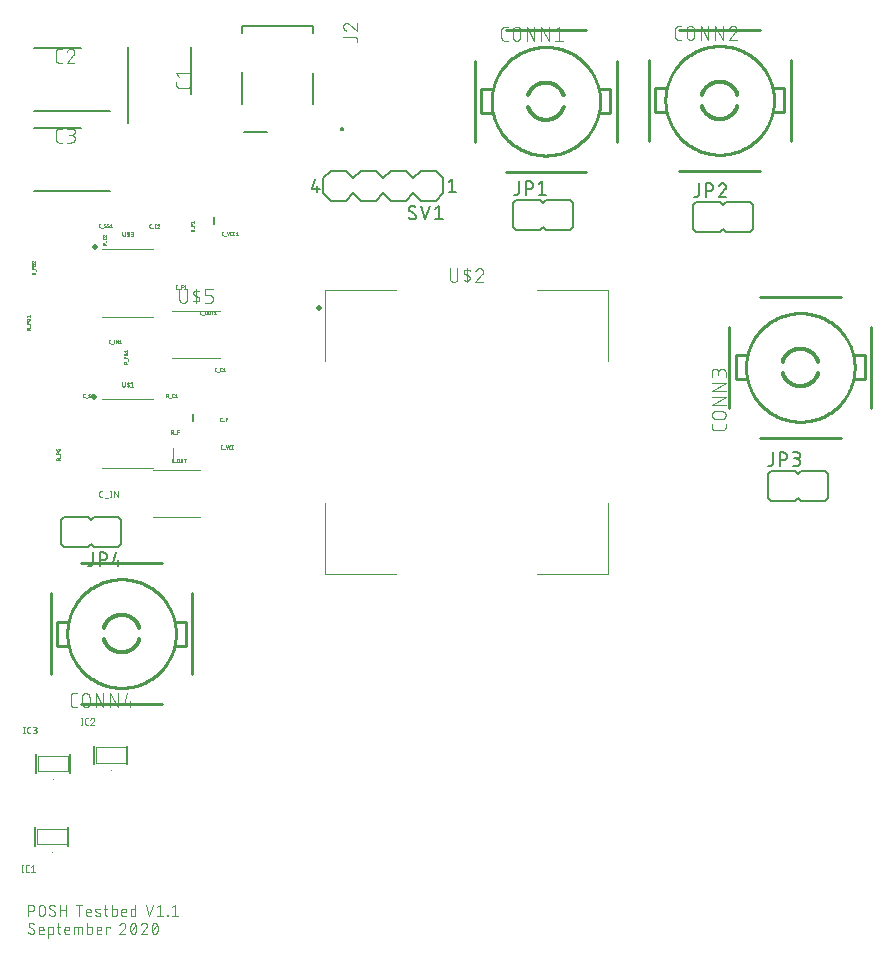
<source format=gbr>
G04 EAGLE Gerber RS-274X export*
G75*
%MOMM*%
%FSLAX34Y34*%
%LPD*%
%INSilkscreen Top*%
%IPPOS*%
%AMOC8*
5,1,8,0,0,1.08239X$1,22.5*%
G01*
%ADD10C,0.076200*%
%ADD11C,0.304800*%
%ADD12C,0.254000*%
%ADD13C,0.101600*%
%ADD14C,0.025400*%
%ADD15C,0.050800*%
%ADD16C,0.010000*%
%ADD17C,0.127000*%
%ADD18C,0.075000*%
%ADD19C,0.200000*%
%ADD20C,0.500000*%
%ADD21C,0.120000*%
%ADD22C,0.152400*%


D10*
X146781Y42421D02*
X146781Y51819D01*
X149392Y51819D01*
X149493Y51817D01*
X149594Y51811D01*
X149695Y51801D01*
X149795Y51788D01*
X149895Y51770D01*
X149994Y51749D01*
X150092Y51723D01*
X150189Y51694D01*
X150285Y51662D01*
X150379Y51625D01*
X150472Y51585D01*
X150564Y51541D01*
X150653Y51494D01*
X150741Y51443D01*
X150827Y51389D01*
X150910Y51332D01*
X150992Y51272D01*
X151070Y51208D01*
X151147Y51142D01*
X151220Y51072D01*
X151291Y51000D01*
X151359Y50925D01*
X151424Y50847D01*
X151486Y50767D01*
X151545Y50685D01*
X151601Y50600D01*
X151653Y50513D01*
X151702Y50425D01*
X151748Y50334D01*
X151789Y50242D01*
X151828Y50148D01*
X151862Y50053D01*
X151893Y49957D01*
X151920Y49859D01*
X151944Y49761D01*
X151963Y49661D01*
X151979Y49561D01*
X151991Y49461D01*
X151999Y49360D01*
X152003Y49259D01*
X152003Y49157D01*
X151999Y49056D01*
X151991Y48955D01*
X151979Y48855D01*
X151963Y48755D01*
X151944Y48655D01*
X151920Y48557D01*
X151893Y48459D01*
X151862Y48363D01*
X151828Y48268D01*
X151789Y48174D01*
X151748Y48082D01*
X151702Y47991D01*
X151653Y47902D01*
X151601Y47816D01*
X151545Y47731D01*
X151486Y47649D01*
X151424Y47569D01*
X151359Y47491D01*
X151291Y47416D01*
X151220Y47344D01*
X151147Y47274D01*
X151070Y47208D01*
X150992Y47144D01*
X150910Y47084D01*
X150827Y47027D01*
X150741Y46973D01*
X150653Y46922D01*
X150564Y46875D01*
X150472Y46831D01*
X150379Y46791D01*
X150285Y46754D01*
X150189Y46722D01*
X150092Y46693D01*
X149994Y46667D01*
X149895Y46646D01*
X149795Y46628D01*
X149695Y46615D01*
X149594Y46605D01*
X149493Y46599D01*
X149392Y46597D01*
X149392Y46598D02*
X146781Y46598D01*
X155489Y45032D02*
X155489Y49208D01*
X155488Y49208D02*
X155490Y49309D01*
X155496Y49410D01*
X155506Y49511D01*
X155519Y49611D01*
X155537Y49711D01*
X155558Y49810D01*
X155584Y49908D01*
X155613Y50005D01*
X155645Y50101D01*
X155682Y50195D01*
X155722Y50288D01*
X155766Y50380D01*
X155813Y50469D01*
X155864Y50557D01*
X155918Y50643D01*
X155975Y50726D01*
X156035Y50808D01*
X156099Y50886D01*
X156165Y50963D01*
X156235Y51036D01*
X156307Y51107D01*
X156382Y51175D01*
X156460Y51240D01*
X156540Y51302D01*
X156622Y51361D01*
X156707Y51417D01*
X156794Y51469D01*
X156882Y51518D01*
X156973Y51564D01*
X157065Y51605D01*
X157159Y51644D01*
X157254Y51678D01*
X157350Y51709D01*
X157448Y51736D01*
X157546Y51760D01*
X157646Y51779D01*
X157746Y51795D01*
X157846Y51807D01*
X157947Y51815D01*
X158048Y51819D01*
X158150Y51819D01*
X158251Y51815D01*
X158352Y51807D01*
X158452Y51795D01*
X158552Y51779D01*
X158652Y51760D01*
X158750Y51736D01*
X158848Y51709D01*
X158944Y51678D01*
X159039Y51644D01*
X159133Y51605D01*
X159225Y51564D01*
X159316Y51518D01*
X159405Y51469D01*
X159491Y51417D01*
X159576Y51361D01*
X159658Y51302D01*
X159738Y51240D01*
X159816Y51175D01*
X159891Y51107D01*
X159963Y51036D01*
X160033Y50963D01*
X160099Y50886D01*
X160163Y50808D01*
X160223Y50726D01*
X160280Y50643D01*
X160334Y50557D01*
X160385Y50469D01*
X160432Y50380D01*
X160476Y50288D01*
X160516Y50195D01*
X160553Y50101D01*
X160585Y50005D01*
X160614Y49908D01*
X160640Y49810D01*
X160661Y49711D01*
X160679Y49611D01*
X160692Y49511D01*
X160702Y49410D01*
X160708Y49309D01*
X160710Y49208D01*
X160710Y45032D01*
X160708Y44931D01*
X160702Y44830D01*
X160692Y44729D01*
X160679Y44629D01*
X160661Y44529D01*
X160640Y44430D01*
X160614Y44332D01*
X160585Y44235D01*
X160553Y44139D01*
X160516Y44045D01*
X160476Y43952D01*
X160432Y43860D01*
X160385Y43771D01*
X160334Y43683D01*
X160280Y43597D01*
X160223Y43514D01*
X160163Y43432D01*
X160099Y43354D01*
X160033Y43277D01*
X159963Y43204D01*
X159891Y43133D01*
X159816Y43065D01*
X159738Y43000D01*
X159658Y42938D01*
X159576Y42879D01*
X159491Y42823D01*
X159404Y42771D01*
X159316Y42722D01*
X159225Y42676D01*
X159133Y42635D01*
X159039Y42596D01*
X158944Y42562D01*
X158848Y42531D01*
X158750Y42504D01*
X158652Y42480D01*
X158552Y42461D01*
X158452Y42445D01*
X158352Y42433D01*
X158251Y42425D01*
X158150Y42421D01*
X158048Y42421D01*
X157947Y42425D01*
X157846Y42433D01*
X157746Y42445D01*
X157646Y42461D01*
X157546Y42480D01*
X157448Y42504D01*
X157350Y42531D01*
X157254Y42562D01*
X157159Y42596D01*
X157065Y42635D01*
X156973Y42676D01*
X156882Y42722D01*
X156794Y42771D01*
X156707Y42823D01*
X156622Y42879D01*
X156540Y42938D01*
X156460Y43000D01*
X156382Y43065D01*
X156307Y43133D01*
X156235Y43204D01*
X156165Y43277D01*
X156099Y43354D01*
X156035Y43432D01*
X155975Y43514D01*
X155918Y43597D01*
X155864Y43683D01*
X155813Y43771D01*
X155766Y43860D01*
X155722Y43952D01*
X155682Y44045D01*
X155645Y44139D01*
X155613Y44235D01*
X155584Y44332D01*
X155558Y44430D01*
X155537Y44529D01*
X155519Y44629D01*
X155506Y44729D01*
X155496Y44830D01*
X155490Y44931D01*
X155488Y45032D01*
X167461Y42421D02*
X167550Y42423D01*
X167638Y42429D01*
X167726Y42438D01*
X167814Y42451D01*
X167901Y42468D01*
X167987Y42488D01*
X168072Y42513D01*
X168157Y42540D01*
X168240Y42572D01*
X168321Y42606D01*
X168401Y42645D01*
X168479Y42686D01*
X168556Y42731D01*
X168630Y42779D01*
X168703Y42830D01*
X168773Y42884D01*
X168840Y42942D01*
X168906Y43002D01*
X168968Y43064D01*
X169028Y43130D01*
X169086Y43197D01*
X169140Y43267D01*
X169191Y43340D01*
X169239Y43414D01*
X169284Y43491D01*
X169325Y43569D01*
X169364Y43649D01*
X169398Y43730D01*
X169430Y43813D01*
X169457Y43898D01*
X169482Y43983D01*
X169502Y44069D01*
X169519Y44156D01*
X169532Y44244D01*
X169541Y44332D01*
X169547Y44420D01*
X169549Y44509D01*
X167461Y42421D02*
X167332Y42423D01*
X167203Y42429D01*
X167074Y42438D01*
X166946Y42451D01*
X166818Y42468D01*
X166691Y42489D01*
X166564Y42513D01*
X166438Y42541D01*
X166313Y42573D01*
X166189Y42608D01*
X166066Y42647D01*
X165944Y42690D01*
X165824Y42736D01*
X165705Y42786D01*
X165587Y42839D01*
X165471Y42895D01*
X165357Y42955D01*
X165244Y43018D01*
X165134Y43085D01*
X165025Y43154D01*
X164919Y43227D01*
X164814Y43303D01*
X164712Y43382D01*
X164613Y43464D01*
X164515Y43548D01*
X164420Y43636D01*
X164328Y43726D01*
X164590Y49731D02*
X164592Y49820D01*
X164598Y49908D01*
X164607Y49996D01*
X164620Y50084D01*
X164637Y50171D01*
X164657Y50257D01*
X164682Y50342D01*
X164709Y50427D01*
X164741Y50510D01*
X164775Y50591D01*
X164814Y50671D01*
X164855Y50749D01*
X164900Y50826D01*
X164948Y50900D01*
X164999Y50973D01*
X165053Y51043D01*
X165111Y51110D01*
X165171Y51176D01*
X165233Y51238D01*
X165299Y51298D01*
X165366Y51356D01*
X165436Y51410D01*
X165509Y51461D01*
X165583Y51509D01*
X165660Y51554D01*
X165738Y51595D01*
X165818Y51634D01*
X165899Y51668D01*
X165982Y51700D01*
X166067Y51727D01*
X166152Y51752D01*
X166238Y51772D01*
X166325Y51789D01*
X166413Y51802D01*
X166501Y51811D01*
X166589Y51817D01*
X166678Y51819D01*
X166798Y51817D01*
X166918Y51812D01*
X167038Y51802D01*
X167157Y51790D01*
X167276Y51773D01*
X167394Y51753D01*
X167512Y51729D01*
X167628Y51702D01*
X167744Y51671D01*
X167859Y51637D01*
X167973Y51599D01*
X168086Y51557D01*
X168197Y51512D01*
X168307Y51464D01*
X168415Y51413D01*
X168522Y51358D01*
X168627Y51300D01*
X168730Y51238D01*
X168831Y51174D01*
X168931Y51106D01*
X169028Y51036D01*
X165633Y47904D02*
X165555Y47952D01*
X165479Y48004D01*
X165406Y48058D01*
X165335Y48116D01*
X165266Y48177D01*
X165200Y48241D01*
X165137Y48308D01*
X165077Y48377D01*
X165020Y48449D01*
X164966Y48523D01*
X164916Y48600D01*
X164868Y48679D01*
X164825Y48759D01*
X164784Y48842D01*
X164748Y48926D01*
X164715Y49011D01*
X164686Y49098D01*
X164660Y49187D01*
X164638Y49276D01*
X164621Y49366D01*
X164607Y49456D01*
X164597Y49548D01*
X164591Y49639D01*
X164589Y49731D01*
X168505Y46336D02*
X168583Y46288D01*
X168659Y46236D01*
X168732Y46182D01*
X168803Y46124D01*
X168872Y46063D01*
X168938Y45999D01*
X169001Y45932D01*
X169061Y45863D01*
X169118Y45791D01*
X169172Y45717D01*
X169222Y45640D01*
X169270Y45561D01*
X169313Y45481D01*
X169354Y45398D01*
X169390Y45314D01*
X169423Y45229D01*
X169452Y45142D01*
X169478Y45053D01*
X169500Y44964D01*
X169517Y44874D01*
X169531Y44784D01*
X169541Y44692D01*
X169547Y44601D01*
X169549Y44509D01*
X168505Y46337D02*
X165633Y47903D01*
X173472Y51819D02*
X173472Y42421D01*
X173472Y47642D02*
X178693Y47642D01*
X178693Y51819D02*
X178693Y42421D01*
X189799Y42421D02*
X189799Y51819D01*
X192409Y51819D02*
X187188Y51819D01*
X197201Y42421D02*
X199812Y42421D01*
X197201Y42421D02*
X197124Y42423D01*
X197048Y42429D01*
X196971Y42438D01*
X196895Y42451D01*
X196820Y42468D01*
X196746Y42488D01*
X196673Y42513D01*
X196602Y42540D01*
X196531Y42571D01*
X196463Y42606D01*
X196396Y42644D01*
X196331Y42685D01*
X196268Y42729D01*
X196208Y42776D01*
X196149Y42827D01*
X196094Y42880D01*
X196041Y42935D01*
X195990Y42994D01*
X195943Y43054D01*
X195899Y43117D01*
X195858Y43182D01*
X195820Y43249D01*
X195785Y43317D01*
X195754Y43388D01*
X195727Y43459D01*
X195702Y43532D01*
X195682Y43606D01*
X195665Y43681D01*
X195652Y43757D01*
X195643Y43834D01*
X195637Y43910D01*
X195635Y43987D01*
X195635Y46598D01*
X195637Y46688D01*
X195643Y46777D01*
X195652Y46867D01*
X195666Y46956D01*
X195683Y47044D01*
X195704Y47131D01*
X195729Y47218D01*
X195758Y47303D01*
X195790Y47387D01*
X195825Y47469D01*
X195865Y47550D01*
X195907Y47629D01*
X195953Y47706D01*
X196003Y47781D01*
X196055Y47854D01*
X196111Y47925D01*
X196169Y47993D01*
X196231Y48058D01*
X196295Y48121D01*
X196362Y48181D01*
X196431Y48238D01*
X196503Y48292D01*
X196577Y48343D01*
X196653Y48391D01*
X196731Y48435D01*
X196811Y48476D01*
X196893Y48514D01*
X196976Y48548D01*
X197061Y48578D01*
X197147Y48605D01*
X197233Y48628D01*
X197321Y48647D01*
X197410Y48662D01*
X197499Y48674D01*
X197588Y48682D01*
X197678Y48686D01*
X197768Y48686D01*
X197858Y48682D01*
X197947Y48674D01*
X198036Y48662D01*
X198125Y48647D01*
X198213Y48628D01*
X198299Y48605D01*
X198385Y48578D01*
X198470Y48548D01*
X198553Y48514D01*
X198635Y48476D01*
X198715Y48435D01*
X198793Y48391D01*
X198869Y48343D01*
X198943Y48292D01*
X199015Y48238D01*
X199084Y48181D01*
X199151Y48121D01*
X199215Y48058D01*
X199277Y47993D01*
X199335Y47925D01*
X199391Y47854D01*
X199443Y47781D01*
X199493Y47706D01*
X199539Y47629D01*
X199581Y47550D01*
X199621Y47469D01*
X199656Y47387D01*
X199688Y47303D01*
X199717Y47218D01*
X199742Y47131D01*
X199763Y47044D01*
X199780Y46956D01*
X199794Y46867D01*
X199803Y46777D01*
X199809Y46688D01*
X199811Y46598D01*
X199812Y46598D02*
X199812Y45554D01*
X195635Y45554D01*
X204343Y46076D02*
X206953Y45032D01*
X204343Y46076D02*
X204277Y46104D01*
X204212Y46137D01*
X204149Y46172D01*
X204088Y46211D01*
X204029Y46253D01*
X203973Y46298D01*
X203919Y46346D01*
X203868Y46397D01*
X203819Y46450D01*
X203774Y46507D01*
X203731Y46565D01*
X203692Y46625D01*
X203655Y46688D01*
X203623Y46753D01*
X203594Y46819D01*
X203568Y46886D01*
X203546Y46955D01*
X203528Y47025D01*
X203513Y47096D01*
X203502Y47167D01*
X203495Y47239D01*
X203492Y47311D01*
X203493Y47383D01*
X203498Y47456D01*
X203506Y47527D01*
X203518Y47599D01*
X203534Y47669D01*
X203554Y47738D01*
X203578Y47807D01*
X203605Y47874D01*
X203635Y47939D01*
X203669Y48003D01*
X203707Y48065D01*
X203747Y48125D01*
X203791Y48182D01*
X203838Y48237D01*
X203888Y48290D01*
X203940Y48339D01*
X203995Y48386D01*
X204052Y48430D01*
X204112Y48471D01*
X204174Y48508D01*
X204238Y48543D01*
X204303Y48573D01*
X204370Y48601D01*
X204438Y48624D01*
X204508Y48644D01*
X204578Y48660D01*
X204649Y48673D01*
X204721Y48681D01*
X204793Y48686D01*
X204865Y48687D01*
X204865Y48686D02*
X205016Y48682D01*
X205167Y48674D01*
X205318Y48663D01*
X205469Y48647D01*
X205619Y48627D01*
X205769Y48604D01*
X205918Y48577D01*
X206066Y48546D01*
X206214Y48511D01*
X206360Y48473D01*
X206506Y48430D01*
X206650Y48384D01*
X206793Y48335D01*
X206935Y48282D01*
X207075Y48225D01*
X207214Y48164D01*
X206954Y45032D02*
X207020Y45004D01*
X207085Y44971D01*
X207148Y44936D01*
X207209Y44897D01*
X207268Y44855D01*
X207324Y44810D01*
X207378Y44762D01*
X207429Y44711D01*
X207478Y44658D01*
X207523Y44601D01*
X207566Y44543D01*
X207605Y44483D01*
X207642Y44420D01*
X207674Y44355D01*
X207703Y44289D01*
X207729Y44222D01*
X207751Y44153D01*
X207769Y44083D01*
X207784Y44012D01*
X207795Y43941D01*
X207802Y43869D01*
X207805Y43797D01*
X207804Y43725D01*
X207799Y43652D01*
X207791Y43581D01*
X207779Y43509D01*
X207763Y43439D01*
X207743Y43370D01*
X207719Y43301D01*
X207692Y43234D01*
X207662Y43169D01*
X207628Y43105D01*
X207590Y43043D01*
X207550Y42983D01*
X207506Y42926D01*
X207459Y42871D01*
X207409Y42818D01*
X207357Y42769D01*
X207302Y42722D01*
X207245Y42678D01*
X207185Y42637D01*
X207123Y42600D01*
X207059Y42565D01*
X206994Y42535D01*
X206927Y42507D01*
X206859Y42484D01*
X206789Y42464D01*
X206719Y42448D01*
X206648Y42435D01*
X206576Y42427D01*
X206504Y42422D01*
X206432Y42421D01*
X206222Y42426D01*
X206013Y42437D01*
X205804Y42452D01*
X205596Y42472D01*
X205388Y42498D01*
X205181Y42528D01*
X204974Y42563D01*
X204769Y42603D01*
X204564Y42647D01*
X204361Y42697D01*
X204158Y42751D01*
X203957Y42811D01*
X203758Y42874D01*
X203560Y42943D01*
X210716Y48686D02*
X213848Y48686D01*
X211760Y51819D02*
X211760Y43987D01*
X211762Y43910D01*
X211768Y43834D01*
X211777Y43757D01*
X211790Y43681D01*
X211807Y43606D01*
X211827Y43532D01*
X211852Y43459D01*
X211879Y43388D01*
X211910Y43317D01*
X211945Y43249D01*
X211983Y43182D01*
X212024Y43117D01*
X212068Y43054D01*
X212115Y42994D01*
X212166Y42935D01*
X212219Y42880D01*
X212274Y42827D01*
X212333Y42776D01*
X212393Y42729D01*
X212456Y42685D01*
X212521Y42644D01*
X212588Y42606D01*
X212656Y42571D01*
X212727Y42540D01*
X212798Y42513D01*
X212871Y42488D01*
X212945Y42468D01*
X213020Y42451D01*
X213096Y42438D01*
X213173Y42429D01*
X213249Y42423D01*
X213326Y42421D01*
X213848Y42421D01*
X217626Y42421D02*
X217626Y51819D01*
X217626Y42421D02*
X220237Y42421D01*
X220314Y42423D01*
X220390Y42429D01*
X220467Y42438D01*
X220543Y42451D01*
X220618Y42468D01*
X220692Y42488D01*
X220765Y42513D01*
X220836Y42540D01*
X220907Y42571D01*
X220975Y42606D01*
X221042Y42644D01*
X221107Y42685D01*
X221170Y42729D01*
X221230Y42776D01*
X221289Y42827D01*
X221344Y42880D01*
X221397Y42935D01*
X221448Y42994D01*
X221495Y43054D01*
X221539Y43117D01*
X221580Y43182D01*
X221618Y43249D01*
X221653Y43317D01*
X221684Y43388D01*
X221711Y43459D01*
X221736Y43532D01*
X221756Y43606D01*
X221773Y43681D01*
X221786Y43757D01*
X221795Y43833D01*
X221801Y43910D01*
X221803Y43987D01*
X221803Y47120D01*
X221801Y47197D01*
X221795Y47273D01*
X221786Y47350D01*
X221773Y47426D01*
X221756Y47501D01*
X221736Y47575D01*
X221711Y47648D01*
X221684Y47719D01*
X221653Y47790D01*
X221618Y47858D01*
X221580Y47925D01*
X221539Y47990D01*
X221495Y48053D01*
X221448Y48113D01*
X221397Y48172D01*
X221344Y48227D01*
X221289Y48280D01*
X221230Y48331D01*
X221170Y48378D01*
X221107Y48422D01*
X221042Y48463D01*
X220975Y48501D01*
X220907Y48536D01*
X220836Y48567D01*
X220765Y48594D01*
X220692Y48619D01*
X220618Y48639D01*
X220543Y48656D01*
X220467Y48669D01*
X220390Y48678D01*
X220314Y48684D01*
X220237Y48686D01*
X217626Y48686D01*
X227071Y42421D02*
X229682Y42421D01*
X227071Y42421D02*
X226994Y42423D01*
X226918Y42429D01*
X226841Y42438D01*
X226765Y42451D01*
X226690Y42468D01*
X226616Y42488D01*
X226543Y42513D01*
X226472Y42540D01*
X226401Y42571D01*
X226333Y42606D01*
X226266Y42644D01*
X226201Y42685D01*
X226138Y42729D01*
X226078Y42776D01*
X226019Y42827D01*
X225964Y42880D01*
X225911Y42935D01*
X225860Y42994D01*
X225813Y43054D01*
X225769Y43117D01*
X225728Y43182D01*
X225690Y43249D01*
X225655Y43317D01*
X225624Y43388D01*
X225597Y43459D01*
X225572Y43532D01*
X225552Y43606D01*
X225535Y43681D01*
X225522Y43757D01*
X225513Y43834D01*
X225507Y43910D01*
X225505Y43987D01*
X225505Y46598D01*
X225506Y46598D02*
X225508Y46688D01*
X225514Y46777D01*
X225523Y46867D01*
X225537Y46956D01*
X225554Y47044D01*
X225575Y47131D01*
X225600Y47218D01*
X225629Y47303D01*
X225661Y47387D01*
X225696Y47469D01*
X225736Y47550D01*
X225778Y47629D01*
X225824Y47706D01*
X225874Y47781D01*
X225926Y47854D01*
X225982Y47925D01*
X226040Y47993D01*
X226102Y48058D01*
X226166Y48121D01*
X226233Y48181D01*
X226302Y48238D01*
X226374Y48292D01*
X226448Y48343D01*
X226524Y48391D01*
X226602Y48435D01*
X226682Y48476D01*
X226764Y48514D01*
X226847Y48548D01*
X226932Y48578D01*
X227018Y48605D01*
X227104Y48628D01*
X227192Y48647D01*
X227281Y48662D01*
X227370Y48674D01*
X227459Y48682D01*
X227549Y48686D01*
X227639Y48686D01*
X227729Y48682D01*
X227818Y48674D01*
X227907Y48662D01*
X227996Y48647D01*
X228084Y48628D01*
X228170Y48605D01*
X228256Y48578D01*
X228341Y48548D01*
X228424Y48514D01*
X228506Y48476D01*
X228586Y48435D01*
X228664Y48391D01*
X228740Y48343D01*
X228814Y48292D01*
X228886Y48238D01*
X228955Y48181D01*
X229022Y48121D01*
X229086Y48058D01*
X229148Y47993D01*
X229206Y47925D01*
X229262Y47854D01*
X229314Y47781D01*
X229364Y47706D01*
X229410Y47629D01*
X229452Y47550D01*
X229492Y47469D01*
X229527Y47387D01*
X229559Y47303D01*
X229588Y47218D01*
X229613Y47131D01*
X229634Y47044D01*
X229651Y46956D01*
X229665Y46867D01*
X229674Y46777D01*
X229680Y46688D01*
X229682Y46598D01*
X229682Y45554D01*
X225505Y45554D01*
X237561Y42421D02*
X237561Y51819D01*
X237561Y42421D02*
X234950Y42421D01*
X234873Y42423D01*
X234797Y42429D01*
X234720Y42438D01*
X234644Y42451D01*
X234569Y42468D01*
X234495Y42488D01*
X234422Y42513D01*
X234351Y42540D01*
X234280Y42571D01*
X234212Y42606D01*
X234145Y42644D01*
X234080Y42685D01*
X234017Y42729D01*
X233957Y42776D01*
X233898Y42827D01*
X233843Y42880D01*
X233790Y42935D01*
X233739Y42994D01*
X233692Y43054D01*
X233648Y43117D01*
X233607Y43182D01*
X233569Y43249D01*
X233534Y43317D01*
X233503Y43388D01*
X233476Y43459D01*
X233451Y43532D01*
X233431Y43606D01*
X233414Y43681D01*
X233401Y43757D01*
X233392Y43834D01*
X233386Y43910D01*
X233384Y43987D01*
X233384Y47120D01*
X233386Y47197D01*
X233392Y47273D01*
X233401Y47350D01*
X233414Y47426D01*
X233431Y47501D01*
X233451Y47575D01*
X233476Y47648D01*
X233503Y47719D01*
X233534Y47790D01*
X233569Y47858D01*
X233607Y47925D01*
X233648Y47990D01*
X233692Y48053D01*
X233739Y48113D01*
X233790Y48172D01*
X233843Y48227D01*
X233898Y48280D01*
X233957Y48331D01*
X234017Y48378D01*
X234080Y48422D01*
X234145Y48463D01*
X234212Y48501D01*
X234280Y48536D01*
X234351Y48567D01*
X234422Y48594D01*
X234495Y48619D01*
X234569Y48639D01*
X234644Y48656D01*
X234720Y48669D01*
X234797Y48678D01*
X234873Y48684D01*
X234950Y48686D01*
X237561Y48686D01*
X246101Y51819D02*
X249234Y42421D01*
X252367Y51819D01*
X255768Y49731D02*
X258378Y51819D01*
X258378Y42421D01*
X255768Y42421D02*
X260989Y42421D01*
X264518Y42421D02*
X264518Y42943D01*
X265040Y42943D01*
X265040Y42421D01*
X264518Y42421D01*
X268569Y49731D02*
X271180Y51819D01*
X271180Y42421D01*
X273790Y42421D02*
X268569Y42421D01*
X152002Y29269D02*
X152000Y29180D01*
X151994Y29092D01*
X151985Y29004D01*
X151972Y28916D01*
X151955Y28829D01*
X151935Y28743D01*
X151910Y28658D01*
X151883Y28573D01*
X151851Y28490D01*
X151817Y28409D01*
X151778Y28329D01*
X151737Y28251D01*
X151692Y28174D01*
X151644Y28100D01*
X151593Y28027D01*
X151539Y27957D01*
X151481Y27890D01*
X151421Y27824D01*
X151359Y27762D01*
X151293Y27702D01*
X151226Y27644D01*
X151156Y27590D01*
X151083Y27539D01*
X151009Y27491D01*
X150932Y27446D01*
X150854Y27405D01*
X150774Y27366D01*
X150693Y27332D01*
X150610Y27300D01*
X150525Y27273D01*
X150440Y27248D01*
X150354Y27228D01*
X150267Y27211D01*
X150179Y27198D01*
X150091Y27189D01*
X150003Y27183D01*
X149914Y27181D01*
X149785Y27183D01*
X149656Y27189D01*
X149527Y27198D01*
X149399Y27211D01*
X149271Y27228D01*
X149144Y27249D01*
X149017Y27273D01*
X148891Y27301D01*
X148766Y27333D01*
X148642Y27368D01*
X148519Y27407D01*
X148397Y27450D01*
X148277Y27496D01*
X148158Y27546D01*
X148040Y27599D01*
X147924Y27655D01*
X147810Y27715D01*
X147697Y27778D01*
X147587Y27845D01*
X147478Y27914D01*
X147372Y27987D01*
X147267Y28063D01*
X147165Y28142D01*
X147066Y28224D01*
X146968Y28308D01*
X146873Y28396D01*
X146781Y28486D01*
X147042Y34491D02*
X147044Y34580D01*
X147050Y34668D01*
X147059Y34756D01*
X147072Y34844D01*
X147089Y34931D01*
X147109Y35017D01*
X147134Y35102D01*
X147161Y35187D01*
X147193Y35270D01*
X147227Y35351D01*
X147266Y35431D01*
X147307Y35509D01*
X147352Y35586D01*
X147400Y35660D01*
X147451Y35733D01*
X147505Y35803D01*
X147563Y35870D01*
X147623Y35936D01*
X147685Y35998D01*
X147751Y36058D01*
X147818Y36116D01*
X147888Y36170D01*
X147961Y36221D01*
X148035Y36269D01*
X148112Y36314D01*
X148190Y36355D01*
X148270Y36394D01*
X148351Y36428D01*
X148434Y36460D01*
X148519Y36487D01*
X148604Y36512D01*
X148690Y36532D01*
X148777Y36549D01*
X148865Y36562D01*
X148953Y36571D01*
X149041Y36577D01*
X149130Y36579D01*
X149250Y36577D01*
X149370Y36572D01*
X149490Y36562D01*
X149609Y36550D01*
X149728Y36533D01*
X149846Y36513D01*
X149964Y36489D01*
X150080Y36462D01*
X150196Y36431D01*
X150311Y36397D01*
X150425Y36359D01*
X150538Y36317D01*
X150649Y36272D01*
X150759Y36224D01*
X150867Y36173D01*
X150974Y36118D01*
X151079Y36060D01*
X151182Y35998D01*
X151283Y35934D01*
X151383Y35866D01*
X151480Y35796D01*
X148086Y32664D02*
X148008Y32712D01*
X147932Y32764D01*
X147859Y32818D01*
X147788Y32876D01*
X147719Y32937D01*
X147653Y33001D01*
X147590Y33068D01*
X147530Y33137D01*
X147473Y33209D01*
X147419Y33283D01*
X147369Y33360D01*
X147321Y33439D01*
X147278Y33519D01*
X147237Y33602D01*
X147201Y33686D01*
X147168Y33771D01*
X147139Y33858D01*
X147113Y33947D01*
X147091Y34036D01*
X147074Y34126D01*
X147060Y34216D01*
X147050Y34308D01*
X147044Y34399D01*
X147042Y34491D01*
X150958Y31096D02*
X151036Y31048D01*
X151112Y30996D01*
X151185Y30942D01*
X151256Y30884D01*
X151325Y30823D01*
X151391Y30759D01*
X151454Y30692D01*
X151514Y30623D01*
X151571Y30551D01*
X151625Y30477D01*
X151675Y30400D01*
X151723Y30321D01*
X151766Y30241D01*
X151807Y30158D01*
X151843Y30074D01*
X151876Y29989D01*
X151905Y29902D01*
X151931Y29813D01*
X151953Y29724D01*
X151970Y29634D01*
X151984Y29544D01*
X151994Y29452D01*
X152000Y29361D01*
X152002Y29269D01*
X150958Y31097D02*
X148086Y32663D01*
X157099Y27181D02*
X159710Y27181D01*
X157099Y27181D02*
X157022Y27183D01*
X156946Y27189D01*
X156869Y27198D01*
X156793Y27211D01*
X156718Y27228D01*
X156644Y27248D01*
X156571Y27273D01*
X156500Y27300D01*
X156429Y27331D01*
X156361Y27366D01*
X156294Y27404D01*
X156229Y27445D01*
X156166Y27489D01*
X156106Y27536D01*
X156047Y27587D01*
X155992Y27640D01*
X155939Y27695D01*
X155888Y27754D01*
X155841Y27814D01*
X155797Y27877D01*
X155756Y27942D01*
X155718Y28009D01*
X155683Y28077D01*
X155652Y28148D01*
X155625Y28219D01*
X155600Y28292D01*
X155580Y28366D01*
X155563Y28441D01*
X155550Y28517D01*
X155541Y28594D01*
X155535Y28670D01*
X155533Y28747D01*
X155533Y31358D01*
X155535Y31448D01*
X155541Y31537D01*
X155550Y31627D01*
X155564Y31716D01*
X155581Y31804D01*
X155602Y31891D01*
X155627Y31978D01*
X155656Y32063D01*
X155688Y32147D01*
X155723Y32229D01*
X155763Y32310D01*
X155805Y32389D01*
X155851Y32466D01*
X155901Y32541D01*
X155953Y32614D01*
X156009Y32685D01*
X156067Y32753D01*
X156129Y32818D01*
X156193Y32881D01*
X156260Y32941D01*
X156329Y32998D01*
X156401Y33052D01*
X156475Y33103D01*
X156551Y33151D01*
X156629Y33195D01*
X156709Y33236D01*
X156791Y33274D01*
X156874Y33308D01*
X156959Y33338D01*
X157045Y33365D01*
X157131Y33388D01*
X157219Y33407D01*
X157308Y33422D01*
X157397Y33434D01*
X157486Y33442D01*
X157576Y33446D01*
X157666Y33446D01*
X157756Y33442D01*
X157845Y33434D01*
X157934Y33422D01*
X158023Y33407D01*
X158111Y33388D01*
X158197Y33365D01*
X158283Y33338D01*
X158368Y33308D01*
X158451Y33274D01*
X158533Y33236D01*
X158613Y33195D01*
X158691Y33151D01*
X158767Y33103D01*
X158841Y33052D01*
X158913Y32998D01*
X158982Y32941D01*
X159049Y32881D01*
X159113Y32818D01*
X159175Y32753D01*
X159233Y32685D01*
X159289Y32614D01*
X159341Y32541D01*
X159391Y32466D01*
X159437Y32389D01*
X159479Y32310D01*
X159519Y32229D01*
X159554Y32147D01*
X159586Y32063D01*
X159615Y31978D01*
X159640Y31891D01*
X159661Y31804D01*
X159678Y31716D01*
X159692Y31627D01*
X159701Y31537D01*
X159707Y31448D01*
X159709Y31358D01*
X159710Y31358D02*
X159710Y30314D01*
X155533Y30314D01*
X163808Y33446D02*
X163808Y24048D01*
X163808Y33446D02*
X166418Y33446D01*
X166495Y33444D01*
X166571Y33438D01*
X166648Y33429D01*
X166724Y33416D01*
X166799Y33399D01*
X166873Y33379D01*
X166946Y33354D01*
X167017Y33327D01*
X167088Y33296D01*
X167156Y33261D01*
X167223Y33223D01*
X167288Y33182D01*
X167351Y33138D01*
X167411Y33091D01*
X167470Y33040D01*
X167525Y32987D01*
X167578Y32932D01*
X167629Y32873D01*
X167676Y32813D01*
X167720Y32750D01*
X167761Y32685D01*
X167799Y32618D01*
X167834Y32550D01*
X167865Y32479D01*
X167892Y32408D01*
X167917Y32335D01*
X167937Y32261D01*
X167954Y32186D01*
X167967Y32110D01*
X167976Y32034D01*
X167982Y31957D01*
X167984Y31880D01*
X167985Y31880D02*
X167985Y28747D01*
X167984Y28747D02*
X167982Y28670D01*
X167976Y28594D01*
X167967Y28517D01*
X167954Y28441D01*
X167937Y28366D01*
X167917Y28292D01*
X167892Y28219D01*
X167865Y28148D01*
X167834Y28077D01*
X167799Y28009D01*
X167761Y27942D01*
X167720Y27877D01*
X167676Y27814D01*
X167629Y27754D01*
X167578Y27695D01*
X167525Y27640D01*
X167470Y27587D01*
X167411Y27536D01*
X167351Y27489D01*
X167288Y27445D01*
X167223Y27404D01*
X167156Y27366D01*
X167088Y27331D01*
X167017Y27300D01*
X166946Y27273D01*
X166873Y27248D01*
X166799Y27228D01*
X166724Y27211D01*
X166648Y27198D01*
X166571Y27189D01*
X166495Y27183D01*
X166418Y27181D01*
X163808Y27181D01*
X170918Y33446D02*
X174051Y33446D01*
X171962Y36579D02*
X171962Y28747D01*
X171963Y28747D02*
X171965Y28670D01*
X171971Y28594D01*
X171980Y28517D01*
X171993Y28441D01*
X172010Y28366D01*
X172030Y28292D01*
X172055Y28219D01*
X172082Y28148D01*
X172113Y28077D01*
X172148Y28009D01*
X172186Y27942D01*
X172227Y27877D01*
X172271Y27814D01*
X172318Y27754D01*
X172369Y27695D01*
X172422Y27640D01*
X172477Y27587D01*
X172536Y27536D01*
X172596Y27489D01*
X172659Y27445D01*
X172724Y27404D01*
X172791Y27366D01*
X172859Y27331D01*
X172930Y27300D01*
X173001Y27273D01*
X173074Y27248D01*
X173148Y27228D01*
X173223Y27211D01*
X173299Y27198D01*
X173376Y27189D01*
X173452Y27183D01*
X173529Y27181D01*
X174051Y27181D01*
X179044Y27181D02*
X181655Y27181D01*
X179044Y27181D02*
X178967Y27183D01*
X178891Y27189D01*
X178814Y27198D01*
X178738Y27211D01*
X178663Y27228D01*
X178589Y27248D01*
X178516Y27273D01*
X178445Y27300D01*
X178374Y27331D01*
X178306Y27366D01*
X178239Y27404D01*
X178174Y27445D01*
X178111Y27489D01*
X178051Y27536D01*
X177992Y27587D01*
X177937Y27640D01*
X177884Y27695D01*
X177833Y27754D01*
X177786Y27814D01*
X177742Y27877D01*
X177701Y27942D01*
X177663Y28009D01*
X177628Y28077D01*
X177597Y28148D01*
X177570Y28219D01*
X177545Y28292D01*
X177525Y28366D01*
X177508Y28441D01*
X177495Y28517D01*
X177486Y28594D01*
X177480Y28670D01*
X177478Y28747D01*
X177478Y31358D01*
X177479Y31358D02*
X177481Y31448D01*
X177487Y31537D01*
X177496Y31627D01*
X177510Y31716D01*
X177527Y31804D01*
X177548Y31891D01*
X177573Y31978D01*
X177602Y32063D01*
X177634Y32147D01*
X177669Y32229D01*
X177709Y32310D01*
X177751Y32389D01*
X177797Y32466D01*
X177847Y32541D01*
X177899Y32614D01*
X177955Y32685D01*
X178013Y32753D01*
X178075Y32818D01*
X178139Y32881D01*
X178206Y32941D01*
X178275Y32998D01*
X178347Y33052D01*
X178421Y33103D01*
X178497Y33151D01*
X178575Y33195D01*
X178655Y33236D01*
X178737Y33274D01*
X178820Y33308D01*
X178905Y33338D01*
X178991Y33365D01*
X179077Y33388D01*
X179165Y33407D01*
X179254Y33422D01*
X179343Y33434D01*
X179432Y33442D01*
X179522Y33446D01*
X179612Y33446D01*
X179702Y33442D01*
X179791Y33434D01*
X179880Y33422D01*
X179969Y33407D01*
X180057Y33388D01*
X180143Y33365D01*
X180229Y33338D01*
X180314Y33308D01*
X180397Y33274D01*
X180479Y33236D01*
X180559Y33195D01*
X180637Y33151D01*
X180713Y33103D01*
X180787Y33052D01*
X180859Y32998D01*
X180928Y32941D01*
X180995Y32881D01*
X181059Y32818D01*
X181121Y32753D01*
X181179Y32685D01*
X181235Y32614D01*
X181287Y32541D01*
X181337Y32466D01*
X181383Y32389D01*
X181425Y32310D01*
X181465Y32229D01*
X181500Y32147D01*
X181532Y32063D01*
X181561Y31978D01*
X181586Y31891D01*
X181607Y31804D01*
X181624Y31716D01*
X181638Y31627D01*
X181647Y31537D01*
X181653Y31448D01*
X181655Y31358D01*
X181655Y30314D01*
X177478Y30314D01*
X185883Y27181D02*
X185883Y33446D01*
X190582Y33446D01*
X190659Y33444D01*
X190735Y33438D01*
X190812Y33429D01*
X190888Y33416D01*
X190963Y33399D01*
X191037Y33379D01*
X191110Y33354D01*
X191181Y33327D01*
X191252Y33296D01*
X191320Y33261D01*
X191387Y33223D01*
X191452Y33182D01*
X191515Y33138D01*
X191575Y33091D01*
X191634Y33040D01*
X191689Y32987D01*
X191742Y32932D01*
X191793Y32873D01*
X191840Y32813D01*
X191884Y32750D01*
X191925Y32685D01*
X191963Y32618D01*
X191998Y32550D01*
X192029Y32479D01*
X192056Y32408D01*
X192081Y32335D01*
X192101Y32261D01*
X192118Y32186D01*
X192131Y32110D01*
X192140Y32033D01*
X192146Y31957D01*
X192148Y31880D01*
X192148Y27181D01*
X189015Y27181D02*
X189015Y33446D01*
X196726Y36579D02*
X196726Y27181D01*
X199337Y27181D01*
X199414Y27183D01*
X199490Y27189D01*
X199567Y27198D01*
X199643Y27211D01*
X199718Y27228D01*
X199792Y27248D01*
X199865Y27273D01*
X199936Y27300D01*
X200007Y27331D01*
X200075Y27366D01*
X200142Y27404D01*
X200207Y27445D01*
X200270Y27489D01*
X200330Y27536D01*
X200389Y27587D01*
X200444Y27640D01*
X200497Y27695D01*
X200548Y27754D01*
X200595Y27814D01*
X200639Y27877D01*
X200680Y27942D01*
X200718Y28009D01*
X200753Y28077D01*
X200784Y28148D01*
X200811Y28219D01*
X200836Y28292D01*
X200856Y28366D01*
X200873Y28441D01*
X200886Y28517D01*
X200895Y28593D01*
X200901Y28670D01*
X200903Y28747D01*
X200903Y31880D01*
X200901Y31957D01*
X200895Y32033D01*
X200886Y32110D01*
X200873Y32186D01*
X200856Y32261D01*
X200836Y32335D01*
X200811Y32408D01*
X200784Y32479D01*
X200753Y32550D01*
X200718Y32618D01*
X200680Y32685D01*
X200639Y32750D01*
X200595Y32813D01*
X200548Y32873D01*
X200497Y32932D01*
X200444Y32987D01*
X200389Y33040D01*
X200330Y33091D01*
X200270Y33138D01*
X200207Y33182D01*
X200142Y33223D01*
X200075Y33261D01*
X200007Y33296D01*
X199936Y33327D01*
X199865Y33354D01*
X199792Y33379D01*
X199718Y33399D01*
X199643Y33416D01*
X199567Y33429D01*
X199490Y33438D01*
X199414Y33444D01*
X199337Y33446D01*
X196726Y33446D01*
X206171Y27181D02*
X208782Y27181D01*
X206171Y27181D02*
X206094Y27183D01*
X206018Y27189D01*
X205941Y27198D01*
X205865Y27211D01*
X205790Y27228D01*
X205716Y27248D01*
X205643Y27273D01*
X205572Y27300D01*
X205501Y27331D01*
X205433Y27366D01*
X205366Y27404D01*
X205301Y27445D01*
X205238Y27489D01*
X205178Y27536D01*
X205119Y27587D01*
X205064Y27640D01*
X205011Y27695D01*
X204960Y27754D01*
X204913Y27814D01*
X204869Y27877D01*
X204828Y27942D01*
X204790Y28009D01*
X204755Y28077D01*
X204724Y28148D01*
X204697Y28219D01*
X204672Y28292D01*
X204652Y28366D01*
X204635Y28441D01*
X204622Y28517D01*
X204613Y28594D01*
X204607Y28670D01*
X204605Y28747D01*
X204605Y31358D01*
X204606Y31358D02*
X204608Y31448D01*
X204614Y31537D01*
X204623Y31627D01*
X204637Y31716D01*
X204654Y31804D01*
X204675Y31891D01*
X204700Y31978D01*
X204729Y32063D01*
X204761Y32147D01*
X204796Y32229D01*
X204836Y32310D01*
X204878Y32389D01*
X204924Y32466D01*
X204974Y32541D01*
X205026Y32614D01*
X205082Y32685D01*
X205140Y32753D01*
X205202Y32818D01*
X205266Y32881D01*
X205333Y32941D01*
X205402Y32998D01*
X205474Y33052D01*
X205548Y33103D01*
X205624Y33151D01*
X205702Y33195D01*
X205782Y33236D01*
X205864Y33274D01*
X205947Y33308D01*
X206032Y33338D01*
X206118Y33365D01*
X206204Y33388D01*
X206292Y33407D01*
X206381Y33422D01*
X206470Y33434D01*
X206559Y33442D01*
X206649Y33446D01*
X206739Y33446D01*
X206829Y33442D01*
X206918Y33434D01*
X207007Y33422D01*
X207096Y33407D01*
X207184Y33388D01*
X207270Y33365D01*
X207356Y33338D01*
X207441Y33308D01*
X207524Y33274D01*
X207606Y33236D01*
X207686Y33195D01*
X207764Y33151D01*
X207840Y33103D01*
X207914Y33052D01*
X207986Y32998D01*
X208055Y32941D01*
X208122Y32881D01*
X208186Y32818D01*
X208248Y32753D01*
X208306Y32685D01*
X208362Y32614D01*
X208414Y32541D01*
X208464Y32466D01*
X208510Y32389D01*
X208552Y32310D01*
X208592Y32229D01*
X208627Y32147D01*
X208659Y32063D01*
X208688Y31978D01*
X208713Y31891D01*
X208734Y31804D01*
X208751Y31716D01*
X208765Y31627D01*
X208774Y31537D01*
X208780Y31448D01*
X208782Y31358D01*
X208782Y30314D01*
X204605Y30314D01*
X212886Y27181D02*
X212886Y33446D01*
X216019Y33446D01*
X216019Y32402D01*
X226767Y36580D02*
X226862Y36578D01*
X226956Y36572D01*
X227050Y36563D01*
X227144Y36550D01*
X227237Y36533D01*
X227329Y36512D01*
X227421Y36487D01*
X227511Y36459D01*
X227600Y36427D01*
X227688Y36392D01*
X227774Y36353D01*
X227859Y36311D01*
X227942Y36265D01*
X228023Y36216D01*
X228102Y36164D01*
X228179Y36109D01*
X228253Y36050D01*
X228325Y35989D01*
X228395Y35925D01*
X228462Y35858D01*
X228526Y35788D01*
X228587Y35716D01*
X228646Y35642D01*
X228701Y35565D01*
X228753Y35486D01*
X228802Y35405D01*
X228848Y35322D01*
X228890Y35237D01*
X228929Y35151D01*
X228964Y35063D01*
X228996Y34974D01*
X229024Y34884D01*
X229049Y34792D01*
X229070Y34700D01*
X229087Y34607D01*
X229100Y34513D01*
X229109Y34419D01*
X229115Y34325D01*
X229117Y34230D01*
X226767Y36579D02*
X226659Y36577D01*
X226550Y36571D01*
X226442Y36561D01*
X226335Y36548D01*
X226228Y36530D01*
X226121Y36509D01*
X226016Y36484D01*
X225911Y36455D01*
X225808Y36423D01*
X225706Y36386D01*
X225605Y36346D01*
X225506Y36303D01*
X225408Y36256D01*
X225312Y36205D01*
X225218Y36151D01*
X225126Y36094D01*
X225036Y36033D01*
X224948Y35969D01*
X224863Y35903D01*
X224780Y35833D01*
X224700Y35760D01*
X224622Y35684D01*
X224547Y35606D01*
X224475Y35525D01*
X224406Y35441D01*
X224340Y35355D01*
X224277Y35267D01*
X224218Y35176D01*
X224161Y35084D01*
X224108Y34989D01*
X224059Y34893D01*
X224013Y34794D01*
X223970Y34695D01*
X223931Y34593D01*
X223896Y34491D01*
X228333Y32402D02*
X228402Y32471D01*
X228468Y32542D01*
X228532Y32615D01*
X228593Y32691D01*
X228651Y32770D01*
X228705Y32850D01*
X228757Y32933D01*
X228805Y33017D01*
X228851Y33103D01*
X228892Y33191D01*
X228931Y33281D01*
X228966Y33372D01*
X228997Y33464D01*
X229025Y33557D01*
X229049Y33651D01*
X229069Y33746D01*
X229086Y33842D01*
X229099Y33939D01*
X229108Y34036D01*
X229114Y34133D01*
X229116Y34230D01*
X228333Y32402D02*
X223895Y27181D01*
X229116Y27181D01*
X233039Y31880D02*
X233041Y32065D01*
X233048Y32250D01*
X233059Y32434D01*
X233074Y32618D01*
X233094Y32802D01*
X233118Y32986D01*
X233147Y33168D01*
X233180Y33350D01*
X233217Y33531D01*
X233259Y33711D01*
X233305Y33891D01*
X233355Y34069D01*
X233409Y34245D01*
X233468Y34421D01*
X233530Y34595D01*
X233597Y34767D01*
X233668Y34938D01*
X233743Y35107D01*
X233822Y35274D01*
X233821Y35274D02*
X233851Y35354D01*
X233884Y35433D01*
X233921Y35510D01*
X233961Y35586D01*
X234004Y35660D01*
X234050Y35732D01*
X234100Y35801D01*
X234152Y35869D01*
X234208Y35934D01*
X234266Y35997D01*
X234328Y36056D01*
X234391Y36114D01*
X234458Y36168D01*
X234526Y36219D01*
X234597Y36267D01*
X234670Y36312D01*
X234744Y36354D01*
X234821Y36392D01*
X234899Y36427D01*
X234978Y36459D01*
X235059Y36487D01*
X235141Y36511D01*
X235225Y36532D01*
X235308Y36549D01*
X235393Y36562D01*
X235478Y36571D01*
X235563Y36577D01*
X235649Y36579D01*
X235735Y36577D01*
X235820Y36571D01*
X235905Y36562D01*
X235990Y36549D01*
X236073Y36532D01*
X236157Y36511D01*
X236239Y36487D01*
X236320Y36459D01*
X236399Y36427D01*
X236477Y36392D01*
X236554Y36354D01*
X236628Y36312D01*
X236701Y36267D01*
X236772Y36219D01*
X236840Y36168D01*
X236907Y36114D01*
X236970Y36056D01*
X237032Y35997D01*
X237090Y35934D01*
X237146Y35869D01*
X237198Y35801D01*
X237248Y35732D01*
X237294Y35660D01*
X237337Y35586D01*
X237377Y35510D01*
X237414Y35433D01*
X237447Y35354D01*
X237477Y35274D01*
X237556Y35107D01*
X237631Y34938D01*
X237702Y34767D01*
X237769Y34595D01*
X237831Y34421D01*
X237890Y34245D01*
X237944Y34069D01*
X237994Y33891D01*
X238040Y33711D01*
X238082Y33531D01*
X238119Y33350D01*
X238152Y33168D01*
X238181Y32986D01*
X238205Y32802D01*
X238225Y32618D01*
X238240Y32434D01*
X238251Y32250D01*
X238258Y32065D01*
X238260Y31880D01*
X233039Y31880D02*
X233041Y31695D01*
X233048Y31510D01*
X233059Y31326D01*
X233074Y31142D01*
X233094Y30958D01*
X233118Y30774D01*
X233147Y30592D01*
X233180Y30410D01*
X233217Y30229D01*
X233259Y30049D01*
X233305Y29869D01*
X233355Y29691D01*
X233409Y29515D01*
X233468Y29339D01*
X233530Y29165D01*
X233597Y28993D01*
X233668Y28822D01*
X233743Y28653D01*
X233822Y28486D01*
X233821Y28486D02*
X233851Y28406D01*
X233884Y28327D01*
X233921Y28250D01*
X233961Y28174D01*
X234004Y28100D01*
X234050Y28028D01*
X234100Y27959D01*
X234153Y27891D01*
X234208Y27826D01*
X234267Y27763D01*
X234328Y27704D01*
X234391Y27646D01*
X234458Y27592D01*
X234526Y27541D01*
X234597Y27493D01*
X234670Y27448D01*
X234744Y27406D01*
X234821Y27368D01*
X234899Y27333D01*
X234978Y27301D01*
X235059Y27273D01*
X235141Y27249D01*
X235225Y27228D01*
X235308Y27211D01*
X235393Y27198D01*
X235478Y27189D01*
X235563Y27183D01*
X235649Y27181D01*
X237477Y28486D02*
X237556Y28653D01*
X237631Y28822D01*
X237702Y28993D01*
X237769Y29165D01*
X237831Y29339D01*
X237890Y29515D01*
X237944Y29691D01*
X237994Y29869D01*
X238040Y30049D01*
X238082Y30229D01*
X238119Y30410D01*
X238152Y30592D01*
X238181Y30774D01*
X238205Y30958D01*
X238225Y31142D01*
X238240Y31326D01*
X238251Y31510D01*
X238258Y31695D01*
X238260Y31880D01*
X237477Y28486D02*
X237447Y28406D01*
X237414Y28327D01*
X237377Y28250D01*
X237337Y28174D01*
X237294Y28100D01*
X237248Y28028D01*
X237198Y27959D01*
X237146Y27891D01*
X237090Y27826D01*
X237032Y27763D01*
X236970Y27704D01*
X236907Y27646D01*
X236840Y27592D01*
X236772Y27541D01*
X236701Y27493D01*
X236628Y27448D01*
X236554Y27406D01*
X236477Y27368D01*
X236399Y27333D01*
X236320Y27301D01*
X236239Y27273D01*
X236157Y27249D01*
X236073Y27228D01*
X235990Y27211D01*
X235905Y27198D01*
X235820Y27189D01*
X235735Y27183D01*
X235649Y27181D01*
X233561Y29269D02*
X237738Y34491D01*
X245054Y36580D02*
X245149Y36578D01*
X245243Y36572D01*
X245337Y36563D01*
X245431Y36550D01*
X245524Y36533D01*
X245616Y36512D01*
X245708Y36487D01*
X245798Y36459D01*
X245887Y36427D01*
X245975Y36392D01*
X246061Y36353D01*
X246146Y36311D01*
X246229Y36265D01*
X246310Y36216D01*
X246389Y36164D01*
X246466Y36109D01*
X246540Y36050D01*
X246612Y35989D01*
X246682Y35925D01*
X246749Y35858D01*
X246813Y35788D01*
X246874Y35716D01*
X246933Y35642D01*
X246988Y35565D01*
X247040Y35486D01*
X247089Y35405D01*
X247135Y35322D01*
X247177Y35237D01*
X247216Y35151D01*
X247251Y35063D01*
X247283Y34974D01*
X247311Y34884D01*
X247336Y34792D01*
X247357Y34700D01*
X247374Y34607D01*
X247387Y34513D01*
X247396Y34419D01*
X247402Y34325D01*
X247404Y34230D01*
X245054Y36579D02*
X244946Y36577D01*
X244837Y36571D01*
X244729Y36561D01*
X244622Y36548D01*
X244515Y36530D01*
X244408Y36509D01*
X244303Y36484D01*
X244198Y36455D01*
X244095Y36423D01*
X243993Y36386D01*
X243892Y36346D01*
X243793Y36303D01*
X243695Y36256D01*
X243599Y36205D01*
X243505Y36151D01*
X243413Y36094D01*
X243323Y36033D01*
X243235Y35969D01*
X243150Y35903D01*
X243067Y35833D01*
X242987Y35760D01*
X242909Y35684D01*
X242834Y35606D01*
X242762Y35525D01*
X242693Y35441D01*
X242627Y35355D01*
X242564Y35267D01*
X242505Y35176D01*
X242448Y35084D01*
X242395Y34989D01*
X242346Y34893D01*
X242300Y34794D01*
X242257Y34695D01*
X242218Y34593D01*
X242183Y34491D01*
X246621Y32402D02*
X246690Y32471D01*
X246756Y32542D01*
X246820Y32615D01*
X246881Y32691D01*
X246939Y32770D01*
X246993Y32850D01*
X247045Y32933D01*
X247093Y33017D01*
X247139Y33103D01*
X247180Y33191D01*
X247219Y33281D01*
X247254Y33372D01*
X247285Y33464D01*
X247313Y33557D01*
X247337Y33651D01*
X247357Y33746D01*
X247374Y33842D01*
X247387Y33939D01*
X247396Y34036D01*
X247402Y34133D01*
X247404Y34230D01*
X246621Y32402D02*
X242183Y27181D01*
X247404Y27181D01*
X251326Y31880D02*
X251328Y32065D01*
X251335Y32250D01*
X251346Y32434D01*
X251361Y32618D01*
X251381Y32802D01*
X251405Y32986D01*
X251434Y33168D01*
X251467Y33350D01*
X251504Y33531D01*
X251546Y33711D01*
X251592Y33891D01*
X251642Y34069D01*
X251696Y34245D01*
X251755Y34421D01*
X251817Y34595D01*
X251884Y34767D01*
X251955Y34938D01*
X252030Y35107D01*
X252109Y35274D01*
X252139Y35354D01*
X252172Y35433D01*
X252209Y35510D01*
X252249Y35586D01*
X252292Y35660D01*
X252338Y35732D01*
X252388Y35801D01*
X252440Y35869D01*
X252496Y35934D01*
X252554Y35997D01*
X252616Y36056D01*
X252679Y36114D01*
X252746Y36168D01*
X252814Y36219D01*
X252885Y36267D01*
X252958Y36312D01*
X253032Y36354D01*
X253109Y36392D01*
X253187Y36427D01*
X253266Y36459D01*
X253347Y36487D01*
X253429Y36511D01*
X253513Y36532D01*
X253596Y36549D01*
X253681Y36562D01*
X253766Y36571D01*
X253851Y36577D01*
X253937Y36579D01*
X254023Y36577D01*
X254108Y36571D01*
X254193Y36562D01*
X254278Y36549D01*
X254361Y36532D01*
X254445Y36511D01*
X254527Y36487D01*
X254608Y36459D01*
X254687Y36427D01*
X254765Y36392D01*
X254842Y36354D01*
X254916Y36312D01*
X254989Y36267D01*
X255060Y36219D01*
X255128Y36168D01*
X255195Y36114D01*
X255258Y36056D01*
X255320Y35997D01*
X255378Y35934D01*
X255434Y35869D01*
X255486Y35801D01*
X255536Y35732D01*
X255582Y35660D01*
X255625Y35586D01*
X255665Y35510D01*
X255702Y35433D01*
X255735Y35354D01*
X255765Y35274D01*
X255844Y35107D01*
X255919Y34938D01*
X255990Y34767D01*
X256057Y34595D01*
X256119Y34421D01*
X256178Y34245D01*
X256232Y34069D01*
X256282Y33891D01*
X256328Y33711D01*
X256370Y33531D01*
X256407Y33350D01*
X256440Y33168D01*
X256469Y32986D01*
X256493Y32802D01*
X256513Y32618D01*
X256528Y32434D01*
X256539Y32250D01*
X256546Y32065D01*
X256548Y31880D01*
X251327Y31880D02*
X251329Y31695D01*
X251336Y31510D01*
X251347Y31326D01*
X251362Y31142D01*
X251382Y30958D01*
X251406Y30774D01*
X251435Y30592D01*
X251468Y30410D01*
X251505Y30229D01*
X251547Y30049D01*
X251593Y29869D01*
X251643Y29691D01*
X251697Y29515D01*
X251756Y29339D01*
X251818Y29165D01*
X251885Y28993D01*
X251956Y28822D01*
X252031Y28653D01*
X252110Y28486D01*
X252109Y28486D02*
X252139Y28406D01*
X252172Y28327D01*
X252209Y28250D01*
X252249Y28174D01*
X252292Y28100D01*
X252338Y28028D01*
X252388Y27959D01*
X252441Y27891D01*
X252496Y27826D01*
X252555Y27763D01*
X252616Y27704D01*
X252679Y27646D01*
X252746Y27592D01*
X252814Y27541D01*
X252885Y27493D01*
X252958Y27448D01*
X253032Y27406D01*
X253109Y27368D01*
X253187Y27333D01*
X253266Y27301D01*
X253347Y27273D01*
X253429Y27249D01*
X253513Y27228D01*
X253596Y27211D01*
X253681Y27198D01*
X253766Y27189D01*
X253851Y27183D01*
X253937Y27181D01*
X255765Y28486D02*
X255844Y28653D01*
X255919Y28822D01*
X255990Y28993D01*
X256057Y29165D01*
X256119Y29339D01*
X256178Y29515D01*
X256232Y29691D01*
X256282Y29869D01*
X256328Y30049D01*
X256370Y30229D01*
X256407Y30410D01*
X256440Y30592D01*
X256469Y30774D01*
X256493Y30958D01*
X256513Y31142D01*
X256528Y31326D01*
X256539Y31510D01*
X256546Y31695D01*
X256548Y31880D01*
X255765Y28486D02*
X255735Y28406D01*
X255702Y28327D01*
X255665Y28250D01*
X255625Y28174D01*
X255582Y28100D01*
X255536Y28028D01*
X255486Y27959D01*
X255434Y27891D01*
X255378Y27826D01*
X255320Y27763D01*
X255258Y27704D01*
X255195Y27646D01*
X255128Y27592D01*
X255060Y27541D01*
X254989Y27493D01*
X254916Y27448D01*
X254842Y27406D01*
X254765Y27368D01*
X254687Y27333D01*
X254608Y27301D01*
X254527Y27273D01*
X254445Y27249D01*
X254361Y27228D01*
X254278Y27211D01*
X254193Y27198D01*
X254108Y27189D01*
X254023Y27183D01*
X253937Y27181D01*
X251849Y29269D02*
X256026Y34491D01*
D11*
X570000Y737200D02*
X570127Y737566D01*
X570263Y737928D01*
X570408Y738287D01*
X570561Y738643D01*
X570723Y738995D01*
X570894Y739342D01*
X571073Y739686D01*
X571261Y740024D01*
X571456Y740358D01*
X571660Y740688D01*
X571872Y741012D01*
X572092Y741331D01*
X572319Y741644D01*
X572554Y741952D01*
X572797Y742254D01*
X573047Y742549D01*
X573304Y742839D01*
X573568Y743122D01*
X573839Y743399D01*
X574116Y743669D01*
X574400Y743932D01*
X574691Y744188D01*
X574988Y744437D01*
X575290Y744678D01*
X575599Y744912D01*
X575913Y745139D01*
X576232Y745357D01*
X576557Y745568D01*
X576887Y745771D01*
X577222Y745966D01*
X577561Y746152D01*
X577905Y746330D01*
X578253Y746499D01*
X578606Y746660D01*
X578962Y746813D01*
X579321Y746956D01*
X579684Y747091D01*
X580051Y747216D01*
X580420Y747333D01*
X580792Y747441D01*
X581166Y747539D01*
X581543Y747628D01*
X581922Y747708D01*
X582303Y747779D01*
X582685Y747841D01*
X583069Y747893D01*
X583454Y747935D01*
X583839Y747968D01*
X584226Y747992D01*
X584613Y748006D01*
X585000Y748011D01*
X585387Y748006D01*
X585774Y747992D01*
X586161Y747968D01*
X586546Y747935D01*
X586931Y747893D01*
X587315Y747841D01*
X587697Y747779D01*
X588078Y747708D01*
X588457Y747628D01*
X588834Y747539D01*
X589208Y747441D01*
X589580Y747333D01*
X589949Y747216D01*
X590316Y747091D01*
X590679Y746956D01*
X591038Y746813D01*
X591394Y746660D01*
X591747Y746499D01*
X592095Y746330D01*
X592439Y746152D01*
X592778Y745966D01*
X593113Y745771D01*
X593443Y745568D01*
X593768Y745357D01*
X594087Y745139D01*
X594401Y744912D01*
X594710Y744678D01*
X595012Y744437D01*
X595309Y744188D01*
X595600Y743932D01*
X595884Y743669D01*
X596161Y743399D01*
X596432Y743122D01*
X596696Y742839D01*
X596953Y742549D01*
X597203Y742254D01*
X597446Y741952D01*
X597681Y741644D01*
X597908Y741331D01*
X598128Y741012D01*
X598340Y740688D01*
X598544Y740358D01*
X598739Y740024D01*
X598927Y739686D01*
X599106Y739342D01*
X599277Y738995D01*
X599439Y738643D01*
X599592Y738287D01*
X599737Y737928D01*
X599873Y737566D01*
X600000Y737200D01*
X600000Y727200D02*
X599873Y726834D01*
X599737Y726472D01*
X599592Y726113D01*
X599439Y725757D01*
X599277Y725405D01*
X599106Y725058D01*
X598927Y724714D01*
X598739Y724376D01*
X598544Y724042D01*
X598340Y723712D01*
X598128Y723388D01*
X597908Y723069D01*
X597681Y722756D01*
X597446Y722448D01*
X597203Y722146D01*
X596953Y721851D01*
X596696Y721561D01*
X596432Y721278D01*
X596161Y721001D01*
X595884Y720731D01*
X595600Y720468D01*
X595309Y720212D01*
X595012Y719963D01*
X594710Y719722D01*
X594401Y719488D01*
X594087Y719261D01*
X593768Y719043D01*
X593443Y718832D01*
X593113Y718629D01*
X592778Y718434D01*
X592439Y718248D01*
X592095Y718070D01*
X591747Y717901D01*
X591394Y717740D01*
X591038Y717587D01*
X590679Y717444D01*
X590316Y717309D01*
X589949Y717184D01*
X589580Y717067D01*
X589208Y716959D01*
X588834Y716861D01*
X588457Y716772D01*
X588078Y716692D01*
X587697Y716621D01*
X587315Y716559D01*
X586931Y716507D01*
X586546Y716465D01*
X586161Y716432D01*
X585774Y716408D01*
X585387Y716394D01*
X585000Y716389D01*
X584613Y716394D01*
X584226Y716408D01*
X583839Y716432D01*
X583454Y716465D01*
X583069Y716507D01*
X582685Y716559D01*
X582303Y716621D01*
X581922Y716692D01*
X581543Y716772D01*
X581166Y716861D01*
X580792Y716959D01*
X580420Y717067D01*
X580051Y717184D01*
X579684Y717309D01*
X579321Y717444D01*
X578962Y717587D01*
X578606Y717740D01*
X578253Y717901D01*
X577905Y718070D01*
X577561Y718248D01*
X577222Y718434D01*
X576887Y718629D01*
X576557Y718832D01*
X576232Y719043D01*
X575913Y719261D01*
X575599Y719488D01*
X575290Y719722D01*
X574988Y719963D01*
X574691Y720212D01*
X574400Y720468D01*
X574116Y720731D01*
X573839Y721001D01*
X573568Y721278D01*
X573304Y721561D01*
X573047Y721851D01*
X572797Y722146D01*
X572554Y722448D01*
X572319Y722756D01*
X572092Y723069D01*
X571872Y723388D01*
X571660Y723712D01*
X571456Y724042D01*
X571261Y724376D01*
X571073Y724714D01*
X570894Y725058D01*
X570723Y725405D01*
X570561Y725757D01*
X570408Y726113D01*
X570263Y726472D01*
X570127Y726834D01*
X570000Y727200D01*
D12*
X539280Y742360D02*
X530390Y742360D01*
X530390Y722040D01*
X539280Y722040D01*
X630720Y722040D02*
X639610Y722040D01*
X639610Y742360D01*
X630720Y742360D01*
X525000Y766300D02*
X525000Y698100D01*
X550900Y792200D02*
X619100Y792200D01*
X645000Y766300D02*
X645000Y698100D01*
X619100Y672200D02*
X550900Y672200D01*
X539039Y732200D02*
X539053Y733328D01*
X539094Y734455D01*
X539164Y735581D01*
X539260Y736705D01*
X539385Y737826D01*
X539536Y738944D01*
X539716Y740058D01*
X539922Y741167D01*
X540156Y742270D01*
X540416Y743368D01*
X540704Y744458D01*
X541018Y745542D01*
X541359Y746617D01*
X541726Y747684D01*
X542119Y748741D01*
X542538Y749789D01*
X542982Y750825D01*
X543452Y751851D01*
X543947Y752865D01*
X544466Y753866D01*
X545010Y754854D01*
X545578Y755829D01*
X546170Y756789D01*
X546785Y757735D01*
X547423Y758665D01*
X548084Y759579D01*
X548767Y760477D01*
X549472Y761357D01*
X550198Y762220D01*
X550945Y763066D01*
X551713Y763892D01*
X552501Y764699D01*
X553308Y765487D01*
X554134Y766255D01*
X554980Y767002D01*
X555843Y767728D01*
X556723Y768433D01*
X557621Y769116D01*
X558535Y769777D01*
X559465Y770415D01*
X560411Y771030D01*
X561371Y771622D01*
X562346Y772190D01*
X563334Y772734D01*
X564335Y773253D01*
X565349Y773748D01*
X566375Y774218D01*
X567411Y774662D01*
X568459Y775081D01*
X569516Y775474D01*
X570583Y775841D01*
X571658Y776182D01*
X572742Y776496D01*
X573832Y776784D01*
X574930Y777044D01*
X576033Y777278D01*
X577142Y777484D01*
X578256Y777664D01*
X579374Y777815D01*
X580495Y777940D01*
X581619Y778036D01*
X582745Y778106D01*
X583872Y778147D01*
X585000Y778161D01*
X586128Y778147D01*
X587255Y778106D01*
X588381Y778036D01*
X589505Y777940D01*
X590626Y777815D01*
X591744Y777664D01*
X592858Y777484D01*
X593967Y777278D01*
X595070Y777044D01*
X596168Y776784D01*
X597258Y776496D01*
X598342Y776182D01*
X599417Y775841D01*
X600484Y775474D01*
X601541Y775081D01*
X602589Y774662D01*
X603625Y774218D01*
X604651Y773748D01*
X605665Y773253D01*
X606666Y772734D01*
X607654Y772190D01*
X608629Y771622D01*
X609589Y771030D01*
X610535Y770415D01*
X611465Y769777D01*
X612379Y769116D01*
X613277Y768433D01*
X614157Y767728D01*
X615020Y767002D01*
X615866Y766255D01*
X616692Y765487D01*
X617499Y764699D01*
X618287Y763892D01*
X619055Y763066D01*
X619802Y762220D01*
X620528Y761357D01*
X621233Y760477D01*
X621916Y759579D01*
X622577Y758665D01*
X623215Y757735D01*
X623830Y756789D01*
X624422Y755829D01*
X624990Y754854D01*
X625534Y753866D01*
X626053Y752865D01*
X626548Y751851D01*
X627018Y750825D01*
X627462Y749789D01*
X627881Y748741D01*
X628274Y747684D01*
X628641Y746617D01*
X628982Y745542D01*
X629296Y744458D01*
X629584Y743368D01*
X629844Y742270D01*
X630078Y741167D01*
X630284Y740058D01*
X630464Y738944D01*
X630615Y737826D01*
X630740Y736705D01*
X630836Y735581D01*
X630906Y734455D01*
X630947Y733328D01*
X630961Y732200D01*
X630947Y731072D01*
X630906Y729945D01*
X630836Y728819D01*
X630740Y727695D01*
X630615Y726574D01*
X630464Y725456D01*
X630284Y724342D01*
X630078Y723233D01*
X629844Y722130D01*
X629584Y721032D01*
X629296Y719942D01*
X628982Y718858D01*
X628641Y717783D01*
X628274Y716716D01*
X627881Y715659D01*
X627462Y714611D01*
X627018Y713575D01*
X626548Y712549D01*
X626053Y711535D01*
X625534Y710534D01*
X624990Y709546D01*
X624422Y708571D01*
X623830Y707611D01*
X623215Y706665D01*
X622577Y705735D01*
X621916Y704821D01*
X621233Y703923D01*
X620528Y703043D01*
X619802Y702180D01*
X619055Y701334D01*
X618287Y700508D01*
X617499Y699701D01*
X616692Y698913D01*
X615866Y698145D01*
X615020Y697398D01*
X614157Y696672D01*
X613277Y695967D01*
X612379Y695284D01*
X611465Y694623D01*
X610535Y693985D01*
X609589Y693370D01*
X608629Y692778D01*
X607654Y692210D01*
X606666Y691666D01*
X605665Y691147D01*
X604651Y690652D01*
X603625Y690182D01*
X602589Y689738D01*
X601541Y689319D01*
X600484Y688926D01*
X599417Y688559D01*
X598342Y688218D01*
X597258Y687904D01*
X596168Y687616D01*
X595070Y687356D01*
X593967Y687122D01*
X592858Y686916D01*
X591744Y686736D01*
X590626Y686585D01*
X589505Y686460D01*
X588381Y686364D01*
X587255Y686294D01*
X586128Y686253D01*
X585000Y686239D01*
X583872Y686253D01*
X582745Y686294D01*
X581619Y686364D01*
X580495Y686460D01*
X579374Y686585D01*
X578256Y686736D01*
X577142Y686916D01*
X576033Y687122D01*
X574930Y687356D01*
X573832Y687616D01*
X572742Y687904D01*
X571658Y688218D01*
X570583Y688559D01*
X569516Y688926D01*
X568459Y689319D01*
X567411Y689738D01*
X566375Y690182D01*
X565349Y690652D01*
X564335Y691147D01*
X563334Y691666D01*
X562346Y692210D01*
X561371Y692778D01*
X560411Y693370D01*
X559465Y693985D01*
X558535Y694623D01*
X557621Y695284D01*
X556723Y695967D01*
X555843Y696672D01*
X554980Y697398D01*
X554134Y698145D01*
X553308Y698913D01*
X552501Y699701D01*
X551713Y700508D01*
X550945Y701334D01*
X550198Y702180D01*
X549472Y703043D01*
X548767Y703923D01*
X548084Y704821D01*
X547423Y705735D01*
X546785Y706665D01*
X546170Y707611D01*
X545578Y708571D01*
X545010Y709546D01*
X544466Y710534D01*
X543947Y711535D01*
X543452Y712549D01*
X542982Y713575D01*
X542538Y714611D01*
X542119Y715659D01*
X541726Y716716D01*
X541359Y717783D01*
X541018Y718858D01*
X540704Y719942D01*
X540416Y721032D01*
X540156Y722130D01*
X539922Y723233D01*
X539716Y724342D01*
X539536Y725456D01*
X539385Y726574D01*
X539260Y727695D01*
X539164Y728819D01*
X539094Y729945D01*
X539053Y731072D01*
X539039Y732200D01*
D13*
X550004Y783508D02*
X552601Y783508D01*
X550004Y783508D02*
X549905Y783510D01*
X549805Y783516D01*
X549706Y783525D01*
X549608Y783538D01*
X549510Y783555D01*
X549412Y783576D01*
X549316Y783601D01*
X549221Y783629D01*
X549127Y783661D01*
X549034Y783696D01*
X548942Y783735D01*
X548852Y783778D01*
X548764Y783823D01*
X548677Y783873D01*
X548593Y783925D01*
X548510Y783981D01*
X548430Y784039D01*
X548352Y784101D01*
X548277Y784166D01*
X548204Y784234D01*
X548134Y784304D01*
X548066Y784377D01*
X548001Y784452D01*
X547939Y784530D01*
X547881Y784610D01*
X547825Y784693D01*
X547773Y784777D01*
X547723Y784864D01*
X547678Y784952D01*
X547635Y785042D01*
X547596Y785134D01*
X547561Y785227D01*
X547529Y785321D01*
X547501Y785416D01*
X547476Y785512D01*
X547455Y785610D01*
X547438Y785708D01*
X547425Y785806D01*
X547416Y785905D01*
X547410Y786005D01*
X547408Y786104D01*
X547408Y792596D01*
X547410Y792695D01*
X547416Y792795D01*
X547425Y792894D01*
X547438Y792992D01*
X547455Y793090D01*
X547476Y793188D01*
X547501Y793284D01*
X547529Y793379D01*
X547561Y793473D01*
X547596Y793566D01*
X547635Y793658D01*
X547678Y793748D01*
X547723Y793836D01*
X547773Y793923D01*
X547825Y794007D01*
X547881Y794090D01*
X547939Y794170D01*
X548001Y794248D01*
X548066Y794323D01*
X548134Y794396D01*
X548204Y794466D01*
X548277Y794534D01*
X548352Y794599D01*
X548430Y794661D01*
X548510Y794719D01*
X548593Y794775D01*
X548677Y794827D01*
X548764Y794877D01*
X548852Y794922D01*
X548942Y794965D01*
X549034Y795004D01*
X549126Y795039D01*
X549221Y795071D01*
X549316Y795099D01*
X549412Y795124D01*
X549510Y795145D01*
X549608Y795162D01*
X549706Y795175D01*
X549805Y795184D01*
X549905Y795190D01*
X550004Y795192D01*
X552601Y795192D01*
X556966Y791946D02*
X556966Y786754D01*
X556966Y791946D02*
X556968Y792059D01*
X556974Y792172D01*
X556984Y792285D01*
X556998Y792398D01*
X557015Y792510D01*
X557037Y792621D01*
X557062Y792731D01*
X557092Y792841D01*
X557125Y792949D01*
X557162Y793056D01*
X557202Y793162D01*
X557247Y793266D01*
X557295Y793369D01*
X557346Y793470D01*
X557401Y793569D01*
X557459Y793666D01*
X557521Y793761D01*
X557586Y793854D01*
X557654Y793944D01*
X557725Y794032D01*
X557800Y794118D01*
X557877Y794201D01*
X557957Y794281D01*
X558040Y794358D01*
X558126Y794433D01*
X558214Y794504D01*
X558304Y794572D01*
X558397Y794637D01*
X558492Y794699D01*
X558589Y794757D01*
X558688Y794812D01*
X558789Y794863D01*
X558892Y794911D01*
X558996Y794956D01*
X559102Y794996D01*
X559209Y795033D01*
X559317Y795066D01*
X559427Y795096D01*
X559537Y795121D01*
X559648Y795143D01*
X559760Y795160D01*
X559873Y795174D01*
X559986Y795184D01*
X560099Y795190D01*
X560212Y795192D01*
X560325Y795190D01*
X560438Y795184D01*
X560551Y795174D01*
X560664Y795160D01*
X560776Y795143D01*
X560887Y795121D01*
X560997Y795096D01*
X561107Y795066D01*
X561215Y795033D01*
X561322Y794996D01*
X561428Y794956D01*
X561532Y794911D01*
X561635Y794863D01*
X561736Y794812D01*
X561835Y794757D01*
X561932Y794699D01*
X562027Y794637D01*
X562120Y794572D01*
X562210Y794504D01*
X562298Y794433D01*
X562384Y794358D01*
X562467Y794281D01*
X562547Y794201D01*
X562624Y794118D01*
X562699Y794032D01*
X562770Y793944D01*
X562838Y793854D01*
X562903Y793761D01*
X562965Y793666D01*
X563023Y793569D01*
X563078Y793470D01*
X563129Y793369D01*
X563177Y793266D01*
X563222Y793162D01*
X563262Y793056D01*
X563299Y792949D01*
X563332Y792841D01*
X563362Y792731D01*
X563387Y792621D01*
X563409Y792510D01*
X563426Y792398D01*
X563440Y792285D01*
X563450Y792172D01*
X563456Y792059D01*
X563458Y791946D01*
X563457Y791946D02*
X563457Y786754D01*
X563458Y786754D02*
X563456Y786641D01*
X563450Y786528D01*
X563440Y786415D01*
X563426Y786302D01*
X563409Y786190D01*
X563387Y786079D01*
X563362Y785969D01*
X563332Y785859D01*
X563299Y785751D01*
X563262Y785644D01*
X563222Y785538D01*
X563177Y785434D01*
X563129Y785331D01*
X563078Y785230D01*
X563023Y785131D01*
X562965Y785034D01*
X562903Y784939D01*
X562838Y784846D01*
X562770Y784756D01*
X562699Y784668D01*
X562624Y784582D01*
X562547Y784499D01*
X562467Y784419D01*
X562384Y784342D01*
X562298Y784267D01*
X562210Y784196D01*
X562120Y784128D01*
X562027Y784063D01*
X561932Y784001D01*
X561835Y783943D01*
X561736Y783888D01*
X561635Y783837D01*
X561532Y783789D01*
X561428Y783744D01*
X561322Y783704D01*
X561215Y783667D01*
X561107Y783634D01*
X560997Y783604D01*
X560887Y783579D01*
X560776Y783557D01*
X560664Y783540D01*
X560551Y783526D01*
X560438Y783516D01*
X560325Y783510D01*
X560212Y783508D01*
X560099Y783510D01*
X559986Y783516D01*
X559873Y783526D01*
X559760Y783540D01*
X559648Y783557D01*
X559537Y783579D01*
X559427Y783604D01*
X559317Y783634D01*
X559209Y783667D01*
X559102Y783704D01*
X558996Y783744D01*
X558892Y783789D01*
X558789Y783837D01*
X558688Y783888D01*
X558589Y783943D01*
X558492Y784001D01*
X558397Y784063D01*
X558304Y784128D01*
X558214Y784196D01*
X558126Y784267D01*
X558040Y784342D01*
X557957Y784419D01*
X557877Y784499D01*
X557800Y784582D01*
X557725Y784668D01*
X557654Y784756D01*
X557586Y784846D01*
X557521Y784939D01*
X557459Y785034D01*
X557401Y785131D01*
X557346Y785230D01*
X557295Y785331D01*
X557247Y785434D01*
X557202Y785538D01*
X557162Y785644D01*
X557125Y785751D01*
X557092Y785859D01*
X557062Y785969D01*
X557037Y786079D01*
X557015Y786190D01*
X556998Y786302D01*
X556984Y786415D01*
X556974Y786528D01*
X556968Y786641D01*
X556966Y786754D01*
X568777Y783508D02*
X568777Y795192D01*
X575268Y783508D01*
X575268Y795192D01*
X580969Y795192D02*
X580969Y783508D01*
X587460Y783508D02*
X580969Y795192D01*
X587460Y795192D02*
X587460Y783508D01*
X592780Y792596D02*
X596026Y795192D01*
X596026Y783508D01*
X599271Y783508D02*
X592780Y783508D01*
D11*
X717200Y737900D02*
X717327Y738266D01*
X717463Y738628D01*
X717608Y738987D01*
X717761Y739343D01*
X717923Y739695D01*
X718094Y740042D01*
X718273Y740386D01*
X718461Y740724D01*
X718656Y741058D01*
X718860Y741388D01*
X719072Y741712D01*
X719292Y742031D01*
X719519Y742344D01*
X719754Y742652D01*
X719997Y742954D01*
X720247Y743249D01*
X720504Y743539D01*
X720768Y743822D01*
X721039Y744099D01*
X721316Y744369D01*
X721600Y744632D01*
X721891Y744888D01*
X722188Y745137D01*
X722490Y745378D01*
X722799Y745612D01*
X723113Y745839D01*
X723432Y746057D01*
X723757Y746268D01*
X724087Y746471D01*
X724422Y746666D01*
X724761Y746852D01*
X725105Y747030D01*
X725453Y747199D01*
X725806Y747360D01*
X726162Y747513D01*
X726521Y747656D01*
X726884Y747791D01*
X727251Y747916D01*
X727620Y748033D01*
X727992Y748141D01*
X728366Y748239D01*
X728743Y748328D01*
X729122Y748408D01*
X729503Y748479D01*
X729885Y748541D01*
X730269Y748593D01*
X730654Y748635D01*
X731039Y748668D01*
X731426Y748692D01*
X731813Y748706D01*
X732200Y748711D01*
X732587Y748706D01*
X732974Y748692D01*
X733361Y748668D01*
X733746Y748635D01*
X734131Y748593D01*
X734515Y748541D01*
X734897Y748479D01*
X735278Y748408D01*
X735657Y748328D01*
X736034Y748239D01*
X736408Y748141D01*
X736780Y748033D01*
X737149Y747916D01*
X737516Y747791D01*
X737879Y747656D01*
X738238Y747513D01*
X738594Y747360D01*
X738947Y747199D01*
X739295Y747030D01*
X739639Y746852D01*
X739978Y746666D01*
X740313Y746471D01*
X740643Y746268D01*
X740968Y746057D01*
X741287Y745839D01*
X741601Y745612D01*
X741910Y745378D01*
X742212Y745137D01*
X742509Y744888D01*
X742800Y744632D01*
X743084Y744369D01*
X743361Y744099D01*
X743632Y743822D01*
X743896Y743539D01*
X744153Y743249D01*
X744403Y742954D01*
X744646Y742652D01*
X744881Y742344D01*
X745108Y742031D01*
X745328Y741712D01*
X745540Y741388D01*
X745744Y741058D01*
X745939Y740724D01*
X746127Y740386D01*
X746306Y740042D01*
X746477Y739695D01*
X746639Y739343D01*
X746792Y738987D01*
X746937Y738628D01*
X747073Y738266D01*
X747200Y737900D01*
X747200Y727900D02*
X747073Y727534D01*
X746937Y727172D01*
X746792Y726813D01*
X746639Y726457D01*
X746477Y726105D01*
X746306Y725758D01*
X746127Y725414D01*
X745939Y725076D01*
X745744Y724742D01*
X745540Y724412D01*
X745328Y724088D01*
X745108Y723769D01*
X744881Y723456D01*
X744646Y723148D01*
X744403Y722846D01*
X744153Y722551D01*
X743896Y722261D01*
X743632Y721978D01*
X743361Y721701D01*
X743084Y721431D01*
X742800Y721168D01*
X742509Y720912D01*
X742212Y720663D01*
X741910Y720422D01*
X741601Y720188D01*
X741287Y719961D01*
X740968Y719743D01*
X740643Y719532D01*
X740313Y719329D01*
X739978Y719134D01*
X739639Y718948D01*
X739295Y718770D01*
X738947Y718601D01*
X738594Y718440D01*
X738238Y718287D01*
X737879Y718144D01*
X737516Y718009D01*
X737149Y717884D01*
X736780Y717767D01*
X736408Y717659D01*
X736034Y717561D01*
X735657Y717472D01*
X735278Y717392D01*
X734897Y717321D01*
X734515Y717259D01*
X734131Y717207D01*
X733746Y717165D01*
X733361Y717132D01*
X732974Y717108D01*
X732587Y717094D01*
X732200Y717089D01*
X731813Y717094D01*
X731426Y717108D01*
X731039Y717132D01*
X730654Y717165D01*
X730269Y717207D01*
X729885Y717259D01*
X729503Y717321D01*
X729122Y717392D01*
X728743Y717472D01*
X728366Y717561D01*
X727992Y717659D01*
X727620Y717767D01*
X727251Y717884D01*
X726884Y718009D01*
X726521Y718144D01*
X726162Y718287D01*
X725806Y718440D01*
X725453Y718601D01*
X725105Y718770D01*
X724761Y718948D01*
X724422Y719134D01*
X724087Y719329D01*
X723757Y719532D01*
X723432Y719743D01*
X723113Y719961D01*
X722799Y720188D01*
X722490Y720422D01*
X722188Y720663D01*
X721891Y720912D01*
X721600Y721168D01*
X721316Y721431D01*
X721039Y721701D01*
X720768Y721978D01*
X720504Y722261D01*
X720247Y722551D01*
X719997Y722846D01*
X719754Y723148D01*
X719519Y723456D01*
X719292Y723769D01*
X719072Y724088D01*
X718860Y724412D01*
X718656Y724742D01*
X718461Y725076D01*
X718273Y725414D01*
X718094Y725758D01*
X717923Y726105D01*
X717761Y726457D01*
X717608Y726813D01*
X717463Y727172D01*
X717327Y727534D01*
X717200Y727900D01*
D12*
X686480Y743060D02*
X677590Y743060D01*
X677590Y722740D01*
X686480Y722740D01*
X777920Y722740D02*
X786810Y722740D01*
X786810Y743060D01*
X777920Y743060D01*
X672200Y767000D02*
X672200Y698800D01*
X698100Y792900D02*
X766300Y792900D01*
X792200Y767000D02*
X792200Y698800D01*
X766300Y672900D02*
X698100Y672900D01*
X686239Y732900D02*
X686253Y734028D01*
X686294Y735155D01*
X686364Y736281D01*
X686460Y737405D01*
X686585Y738526D01*
X686736Y739644D01*
X686916Y740758D01*
X687122Y741867D01*
X687356Y742970D01*
X687616Y744068D01*
X687904Y745158D01*
X688218Y746242D01*
X688559Y747317D01*
X688926Y748384D01*
X689319Y749441D01*
X689738Y750489D01*
X690182Y751525D01*
X690652Y752551D01*
X691147Y753565D01*
X691666Y754566D01*
X692210Y755554D01*
X692778Y756529D01*
X693370Y757489D01*
X693985Y758435D01*
X694623Y759365D01*
X695284Y760279D01*
X695967Y761177D01*
X696672Y762057D01*
X697398Y762920D01*
X698145Y763766D01*
X698913Y764592D01*
X699701Y765399D01*
X700508Y766187D01*
X701334Y766955D01*
X702180Y767702D01*
X703043Y768428D01*
X703923Y769133D01*
X704821Y769816D01*
X705735Y770477D01*
X706665Y771115D01*
X707611Y771730D01*
X708571Y772322D01*
X709546Y772890D01*
X710534Y773434D01*
X711535Y773953D01*
X712549Y774448D01*
X713575Y774918D01*
X714611Y775362D01*
X715659Y775781D01*
X716716Y776174D01*
X717783Y776541D01*
X718858Y776882D01*
X719942Y777196D01*
X721032Y777484D01*
X722130Y777744D01*
X723233Y777978D01*
X724342Y778184D01*
X725456Y778364D01*
X726574Y778515D01*
X727695Y778640D01*
X728819Y778736D01*
X729945Y778806D01*
X731072Y778847D01*
X732200Y778861D01*
X733328Y778847D01*
X734455Y778806D01*
X735581Y778736D01*
X736705Y778640D01*
X737826Y778515D01*
X738944Y778364D01*
X740058Y778184D01*
X741167Y777978D01*
X742270Y777744D01*
X743368Y777484D01*
X744458Y777196D01*
X745542Y776882D01*
X746617Y776541D01*
X747684Y776174D01*
X748741Y775781D01*
X749789Y775362D01*
X750825Y774918D01*
X751851Y774448D01*
X752865Y773953D01*
X753866Y773434D01*
X754854Y772890D01*
X755829Y772322D01*
X756789Y771730D01*
X757735Y771115D01*
X758665Y770477D01*
X759579Y769816D01*
X760477Y769133D01*
X761357Y768428D01*
X762220Y767702D01*
X763066Y766955D01*
X763892Y766187D01*
X764699Y765399D01*
X765487Y764592D01*
X766255Y763766D01*
X767002Y762920D01*
X767728Y762057D01*
X768433Y761177D01*
X769116Y760279D01*
X769777Y759365D01*
X770415Y758435D01*
X771030Y757489D01*
X771622Y756529D01*
X772190Y755554D01*
X772734Y754566D01*
X773253Y753565D01*
X773748Y752551D01*
X774218Y751525D01*
X774662Y750489D01*
X775081Y749441D01*
X775474Y748384D01*
X775841Y747317D01*
X776182Y746242D01*
X776496Y745158D01*
X776784Y744068D01*
X777044Y742970D01*
X777278Y741867D01*
X777484Y740758D01*
X777664Y739644D01*
X777815Y738526D01*
X777940Y737405D01*
X778036Y736281D01*
X778106Y735155D01*
X778147Y734028D01*
X778161Y732900D01*
X778147Y731772D01*
X778106Y730645D01*
X778036Y729519D01*
X777940Y728395D01*
X777815Y727274D01*
X777664Y726156D01*
X777484Y725042D01*
X777278Y723933D01*
X777044Y722830D01*
X776784Y721732D01*
X776496Y720642D01*
X776182Y719558D01*
X775841Y718483D01*
X775474Y717416D01*
X775081Y716359D01*
X774662Y715311D01*
X774218Y714275D01*
X773748Y713249D01*
X773253Y712235D01*
X772734Y711234D01*
X772190Y710246D01*
X771622Y709271D01*
X771030Y708311D01*
X770415Y707365D01*
X769777Y706435D01*
X769116Y705521D01*
X768433Y704623D01*
X767728Y703743D01*
X767002Y702880D01*
X766255Y702034D01*
X765487Y701208D01*
X764699Y700401D01*
X763892Y699613D01*
X763066Y698845D01*
X762220Y698098D01*
X761357Y697372D01*
X760477Y696667D01*
X759579Y695984D01*
X758665Y695323D01*
X757735Y694685D01*
X756789Y694070D01*
X755829Y693478D01*
X754854Y692910D01*
X753866Y692366D01*
X752865Y691847D01*
X751851Y691352D01*
X750825Y690882D01*
X749789Y690438D01*
X748741Y690019D01*
X747684Y689626D01*
X746617Y689259D01*
X745542Y688918D01*
X744458Y688604D01*
X743368Y688316D01*
X742270Y688056D01*
X741167Y687822D01*
X740058Y687616D01*
X738944Y687436D01*
X737826Y687285D01*
X736705Y687160D01*
X735581Y687064D01*
X734455Y686994D01*
X733328Y686953D01*
X732200Y686939D01*
X731072Y686953D01*
X729945Y686994D01*
X728819Y687064D01*
X727695Y687160D01*
X726574Y687285D01*
X725456Y687436D01*
X724342Y687616D01*
X723233Y687822D01*
X722130Y688056D01*
X721032Y688316D01*
X719942Y688604D01*
X718858Y688918D01*
X717783Y689259D01*
X716716Y689626D01*
X715659Y690019D01*
X714611Y690438D01*
X713575Y690882D01*
X712549Y691352D01*
X711535Y691847D01*
X710534Y692366D01*
X709546Y692910D01*
X708571Y693478D01*
X707611Y694070D01*
X706665Y694685D01*
X705735Y695323D01*
X704821Y695984D01*
X703923Y696667D01*
X703043Y697372D01*
X702180Y698098D01*
X701334Y698845D01*
X700508Y699613D01*
X699701Y700401D01*
X698913Y701208D01*
X698145Y702034D01*
X697398Y702880D01*
X696672Y703743D01*
X695967Y704623D01*
X695284Y705521D01*
X694623Y706435D01*
X693985Y707365D01*
X693370Y708311D01*
X692778Y709271D01*
X692210Y710246D01*
X691666Y711234D01*
X691147Y712235D01*
X690652Y713249D01*
X690182Y714275D01*
X689738Y715311D01*
X689319Y716359D01*
X688926Y717416D01*
X688559Y718483D01*
X688218Y719558D01*
X687904Y720642D01*
X687616Y721732D01*
X687356Y722830D01*
X687122Y723933D01*
X686916Y725042D01*
X686736Y726156D01*
X686585Y727274D01*
X686460Y728395D01*
X686364Y729519D01*
X686294Y730645D01*
X686253Y731772D01*
X686239Y732900D01*
D13*
X697204Y784208D02*
X699801Y784208D01*
X697204Y784208D02*
X697105Y784210D01*
X697005Y784216D01*
X696906Y784225D01*
X696808Y784238D01*
X696710Y784255D01*
X696612Y784276D01*
X696516Y784301D01*
X696421Y784329D01*
X696327Y784361D01*
X696234Y784396D01*
X696142Y784435D01*
X696052Y784478D01*
X695964Y784523D01*
X695877Y784573D01*
X695793Y784625D01*
X695710Y784681D01*
X695630Y784739D01*
X695552Y784801D01*
X695477Y784866D01*
X695404Y784934D01*
X695334Y785004D01*
X695266Y785077D01*
X695201Y785152D01*
X695139Y785230D01*
X695081Y785310D01*
X695025Y785393D01*
X694973Y785477D01*
X694923Y785564D01*
X694878Y785652D01*
X694835Y785742D01*
X694796Y785834D01*
X694761Y785927D01*
X694729Y786021D01*
X694701Y786116D01*
X694676Y786212D01*
X694655Y786310D01*
X694638Y786408D01*
X694625Y786506D01*
X694616Y786605D01*
X694610Y786705D01*
X694608Y786804D01*
X694608Y793296D01*
X694610Y793395D01*
X694616Y793495D01*
X694625Y793594D01*
X694638Y793692D01*
X694655Y793790D01*
X694676Y793888D01*
X694701Y793984D01*
X694729Y794079D01*
X694761Y794173D01*
X694796Y794266D01*
X694835Y794358D01*
X694878Y794448D01*
X694923Y794536D01*
X694973Y794623D01*
X695025Y794707D01*
X695081Y794790D01*
X695139Y794870D01*
X695201Y794948D01*
X695266Y795023D01*
X695334Y795096D01*
X695404Y795166D01*
X695477Y795234D01*
X695552Y795299D01*
X695630Y795361D01*
X695710Y795419D01*
X695793Y795475D01*
X695877Y795527D01*
X695964Y795577D01*
X696052Y795622D01*
X696142Y795665D01*
X696234Y795704D01*
X696326Y795739D01*
X696421Y795771D01*
X696516Y795799D01*
X696612Y795824D01*
X696710Y795845D01*
X696808Y795862D01*
X696906Y795875D01*
X697005Y795884D01*
X697105Y795890D01*
X697204Y795892D01*
X699801Y795892D01*
X704166Y792646D02*
X704166Y787454D01*
X704166Y792646D02*
X704168Y792759D01*
X704174Y792872D01*
X704184Y792985D01*
X704198Y793098D01*
X704215Y793210D01*
X704237Y793321D01*
X704262Y793431D01*
X704292Y793541D01*
X704325Y793649D01*
X704362Y793756D01*
X704402Y793862D01*
X704447Y793966D01*
X704495Y794069D01*
X704546Y794170D01*
X704601Y794269D01*
X704659Y794366D01*
X704721Y794461D01*
X704786Y794554D01*
X704854Y794644D01*
X704925Y794732D01*
X705000Y794818D01*
X705077Y794901D01*
X705157Y794981D01*
X705240Y795058D01*
X705326Y795133D01*
X705414Y795204D01*
X705504Y795272D01*
X705597Y795337D01*
X705692Y795399D01*
X705789Y795457D01*
X705888Y795512D01*
X705989Y795563D01*
X706092Y795611D01*
X706196Y795656D01*
X706302Y795696D01*
X706409Y795733D01*
X706517Y795766D01*
X706627Y795796D01*
X706737Y795821D01*
X706848Y795843D01*
X706960Y795860D01*
X707073Y795874D01*
X707186Y795884D01*
X707299Y795890D01*
X707412Y795892D01*
X707525Y795890D01*
X707638Y795884D01*
X707751Y795874D01*
X707864Y795860D01*
X707976Y795843D01*
X708087Y795821D01*
X708197Y795796D01*
X708307Y795766D01*
X708415Y795733D01*
X708522Y795696D01*
X708628Y795656D01*
X708732Y795611D01*
X708835Y795563D01*
X708936Y795512D01*
X709035Y795457D01*
X709132Y795399D01*
X709227Y795337D01*
X709320Y795272D01*
X709410Y795204D01*
X709498Y795133D01*
X709584Y795058D01*
X709667Y794981D01*
X709747Y794901D01*
X709824Y794818D01*
X709899Y794732D01*
X709970Y794644D01*
X710038Y794554D01*
X710103Y794461D01*
X710165Y794366D01*
X710223Y794269D01*
X710278Y794170D01*
X710329Y794069D01*
X710377Y793966D01*
X710422Y793862D01*
X710462Y793756D01*
X710499Y793649D01*
X710532Y793541D01*
X710562Y793431D01*
X710587Y793321D01*
X710609Y793210D01*
X710626Y793098D01*
X710640Y792985D01*
X710650Y792872D01*
X710656Y792759D01*
X710658Y792646D01*
X710657Y792646D02*
X710657Y787454D01*
X710658Y787454D02*
X710656Y787341D01*
X710650Y787228D01*
X710640Y787115D01*
X710626Y787002D01*
X710609Y786890D01*
X710587Y786779D01*
X710562Y786669D01*
X710532Y786559D01*
X710499Y786451D01*
X710462Y786344D01*
X710422Y786238D01*
X710377Y786134D01*
X710329Y786031D01*
X710278Y785930D01*
X710223Y785831D01*
X710165Y785734D01*
X710103Y785639D01*
X710038Y785546D01*
X709970Y785456D01*
X709899Y785368D01*
X709824Y785282D01*
X709747Y785199D01*
X709667Y785119D01*
X709584Y785042D01*
X709498Y784967D01*
X709410Y784896D01*
X709320Y784828D01*
X709227Y784763D01*
X709132Y784701D01*
X709035Y784643D01*
X708936Y784588D01*
X708835Y784537D01*
X708732Y784489D01*
X708628Y784444D01*
X708522Y784404D01*
X708415Y784367D01*
X708307Y784334D01*
X708197Y784304D01*
X708087Y784279D01*
X707976Y784257D01*
X707864Y784240D01*
X707751Y784226D01*
X707638Y784216D01*
X707525Y784210D01*
X707412Y784208D01*
X707299Y784210D01*
X707186Y784216D01*
X707073Y784226D01*
X706960Y784240D01*
X706848Y784257D01*
X706737Y784279D01*
X706627Y784304D01*
X706517Y784334D01*
X706409Y784367D01*
X706302Y784404D01*
X706196Y784444D01*
X706092Y784489D01*
X705989Y784537D01*
X705888Y784588D01*
X705789Y784643D01*
X705692Y784701D01*
X705597Y784763D01*
X705504Y784828D01*
X705414Y784896D01*
X705326Y784967D01*
X705240Y785042D01*
X705157Y785119D01*
X705077Y785199D01*
X705000Y785282D01*
X704925Y785368D01*
X704854Y785456D01*
X704786Y785546D01*
X704721Y785639D01*
X704659Y785734D01*
X704601Y785831D01*
X704546Y785930D01*
X704495Y786031D01*
X704447Y786134D01*
X704402Y786238D01*
X704362Y786344D01*
X704325Y786451D01*
X704292Y786559D01*
X704262Y786669D01*
X704237Y786779D01*
X704215Y786890D01*
X704198Y787002D01*
X704184Y787115D01*
X704174Y787228D01*
X704168Y787341D01*
X704166Y787454D01*
X715977Y784208D02*
X715977Y795892D01*
X722468Y784208D01*
X722468Y795892D01*
X728169Y795892D02*
X728169Y784208D01*
X734660Y784208D02*
X728169Y795892D01*
X734660Y795892D02*
X734660Y784208D01*
X743550Y795892D02*
X743657Y795890D01*
X743763Y795884D01*
X743869Y795874D01*
X743975Y795861D01*
X744081Y795843D01*
X744185Y795822D01*
X744289Y795797D01*
X744392Y795768D01*
X744493Y795736D01*
X744593Y795699D01*
X744692Y795659D01*
X744790Y795616D01*
X744886Y795569D01*
X744980Y795518D01*
X745072Y795464D01*
X745162Y795407D01*
X745250Y795347D01*
X745335Y795283D01*
X745418Y795216D01*
X745499Y795146D01*
X745577Y795074D01*
X745653Y794998D01*
X745725Y794920D01*
X745795Y794839D01*
X745862Y794756D01*
X745926Y794671D01*
X745986Y794583D01*
X746043Y794493D01*
X746097Y794401D01*
X746148Y794307D01*
X746195Y794211D01*
X746238Y794113D01*
X746278Y794014D01*
X746315Y793914D01*
X746347Y793813D01*
X746376Y793710D01*
X746401Y793606D01*
X746422Y793502D01*
X746440Y793396D01*
X746453Y793290D01*
X746463Y793184D01*
X746469Y793078D01*
X746471Y792971D01*
X743550Y795892D02*
X743429Y795890D01*
X743308Y795884D01*
X743188Y795874D01*
X743067Y795861D01*
X742948Y795843D01*
X742828Y795822D01*
X742710Y795797D01*
X742593Y795768D01*
X742476Y795735D01*
X742361Y795699D01*
X742247Y795658D01*
X742134Y795615D01*
X742022Y795567D01*
X741913Y795516D01*
X741805Y795461D01*
X741698Y795403D01*
X741594Y795342D01*
X741492Y795277D01*
X741392Y795209D01*
X741294Y795138D01*
X741198Y795064D01*
X741105Y794987D01*
X741015Y794906D01*
X740927Y794823D01*
X740842Y794737D01*
X740759Y794648D01*
X740680Y794557D01*
X740603Y794463D01*
X740530Y794367D01*
X740460Y794269D01*
X740393Y794168D01*
X740329Y794065D01*
X740269Y793960D01*
X740212Y793853D01*
X740158Y793745D01*
X740108Y793635D01*
X740062Y793523D01*
X740019Y793410D01*
X739980Y793295D01*
X745498Y790699D02*
X745577Y790776D01*
X745653Y790857D01*
X745726Y790940D01*
X745796Y791025D01*
X745863Y791113D01*
X745927Y791203D01*
X745987Y791295D01*
X746044Y791390D01*
X746098Y791486D01*
X746149Y791584D01*
X746196Y791684D01*
X746240Y791786D01*
X746280Y791889D01*
X746316Y791993D01*
X746348Y792099D01*
X746377Y792205D01*
X746402Y792313D01*
X746424Y792421D01*
X746441Y792531D01*
X746455Y792640D01*
X746464Y792750D01*
X746470Y792861D01*
X746472Y792971D01*
X745498Y790699D02*
X739980Y784208D01*
X746471Y784208D01*
D11*
X785500Y511800D02*
X785627Y512166D01*
X785763Y512528D01*
X785908Y512887D01*
X786061Y513243D01*
X786223Y513595D01*
X786394Y513942D01*
X786573Y514286D01*
X786761Y514624D01*
X786956Y514958D01*
X787160Y515288D01*
X787372Y515612D01*
X787592Y515931D01*
X787819Y516244D01*
X788054Y516552D01*
X788297Y516854D01*
X788547Y517149D01*
X788804Y517439D01*
X789068Y517722D01*
X789339Y517999D01*
X789616Y518269D01*
X789900Y518532D01*
X790191Y518788D01*
X790488Y519037D01*
X790790Y519278D01*
X791099Y519512D01*
X791413Y519739D01*
X791732Y519957D01*
X792057Y520168D01*
X792387Y520371D01*
X792722Y520566D01*
X793061Y520752D01*
X793405Y520930D01*
X793753Y521099D01*
X794106Y521260D01*
X794462Y521413D01*
X794821Y521556D01*
X795184Y521691D01*
X795551Y521816D01*
X795920Y521933D01*
X796292Y522041D01*
X796666Y522139D01*
X797043Y522228D01*
X797422Y522308D01*
X797803Y522379D01*
X798185Y522441D01*
X798569Y522493D01*
X798954Y522535D01*
X799339Y522568D01*
X799726Y522592D01*
X800113Y522606D01*
X800500Y522611D01*
X800887Y522606D01*
X801274Y522592D01*
X801661Y522568D01*
X802046Y522535D01*
X802431Y522493D01*
X802815Y522441D01*
X803197Y522379D01*
X803578Y522308D01*
X803957Y522228D01*
X804334Y522139D01*
X804708Y522041D01*
X805080Y521933D01*
X805449Y521816D01*
X805816Y521691D01*
X806179Y521556D01*
X806538Y521413D01*
X806894Y521260D01*
X807247Y521099D01*
X807595Y520930D01*
X807939Y520752D01*
X808278Y520566D01*
X808613Y520371D01*
X808943Y520168D01*
X809268Y519957D01*
X809587Y519739D01*
X809901Y519512D01*
X810210Y519278D01*
X810512Y519037D01*
X810809Y518788D01*
X811100Y518532D01*
X811384Y518269D01*
X811661Y517999D01*
X811932Y517722D01*
X812196Y517439D01*
X812453Y517149D01*
X812703Y516854D01*
X812946Y516552D01*
X813181Y516244D01*
X813408Y515931D01*
X813628Y515612D01*
X813840Y515288D01*
X814044Y514958D01*
X814239Y514624D01*
X814427Y514286D01*
X814606Y513942D01*
X814777Y513595D01*
X814939Y513243D01*
X815092Y512887D01*
X815237Y512528D01*
X815373Y512166D01*
X815500Y511800D01*
X815500Y501800D02*
X815373Y501434D01*
X815237Y501072D01*
X815092Y500713D01*
X814939Y500357D01*
X814777Y500005D01*
X814606Y499658D01*
X814427Y499314D01*
X814239Y498976D01*
X814044Y498642D01*
X813840Y498312D01*
X813628Y497988D01*
X813408Y497669D01*
X813181Y497356D01*
X812946Y497048D01*
X812703Y496746D01*
X812453Y496451D01*
X812196Y496161D01*
X811932Y495878D01*
X811661Y495601D01*
X811384Y495331D01*
X811100Y495068D01*
X810809Y494812D01*
X810512Y494563D01*
X810210Y494322D01*
X809901Y494088D01*
X809587Y493861D01*
X809268Y493643D01*
X808943Y493432D01*
X808613Y493229D01*
X808278Y493034D01*
X807939Y492848D01*
X807595Y492670D01*
X807247Y492501D01*
X806894Y492340D01*
X806538Y492187D01*
X806179Y492044D01*
X805816Y491909D01*
X805449Y491784D01*
X805080Y491667D01*
X804708Y491559D01*
X804334Y491461D01*
X803957Y491372D01*
X803578Y491292D01*
X803197Y491221D01*
X802815Y491159D01*
X802431Y491107D01*
X802046Y491065D01*
X801661Y491032D01*
X801274Y491008D01*
X800887Y490994D01*
X800500Y490989D01*
X800113Y490994D01*
X799726Y491008D01*
X799339Y491032D01*
X798954Y491065D01*
X798569Y491107D01*
X798185Y491159D01*
X797803Y491221D01*
X797422Y491292D01*
X797043Y491372D01*
X796666Y491461D01*
X796292Y491559D01*
X795920Y491667D01*
X795551Y491784D01*
X795184Y491909D01*
X794821Y492044D01*
X794462Y492187D01*
X794106Y492340D01*
X793753Y492501D01*
X793405Y492670D01*
X793061Y492848D01*
X792722Y493034D01*
X792387Y493229D01*
X792057Y493432D01*
X791732Y493643D01*
X791413Y493861D01*
X791099Y494088D01*
X790790Y494322D01*
X790488Y494563D01*
X790191Y494812D01*
X789900Y495068D01*
X789616Y495331D01*
X789339Y495601D01*
X789068Y495878D01*
X788804Y496161D01*
X788547Y496451D01*
X788297Y496746D01*
X788054Y497048D01*
X787819Y497356D01*
X787592Y497669D01*
X787372Y497988D01*
X787160Y498312D01*
X786956Y498642D01*
X786761Y498976D01*
X786573Y499314D01*
X786394Y499658D01*
X786223Y500005D01*
X786061Y500357D01*
X785908Y500713D01*
X785763Y501072D01*
X785627Y501434D01*
X785500Y501800D01*
D12*
X754780Y516960D02*
X745890Y516960D01*
X745890Y496640D01*
X754780Y496640D01*
X846220Y496640D02*
X855110Y496640D01*
X855110Y516960D01*
X846220Y516960D01*
X740500Y540900D02*
X740500Y472700D01*
X766400Y566800D02*
X834600Y566800D01*
X860500Y540900D02*
X860500Y472700D01*
X834600Y446800D02*
X766400Y446800D01*
X754539Y506800D02*
X754553Y507928D01*
X754594Y509055D01*
X754664Y510181D01*
X754760Y511305D01*
X754885Y512426D01*
X755036Y513544D01*
X755216Y514658D01*
X755422Y515767D01*
X755656Y516870D01*
X755916Y517968D01*
X756204Y519058D01*
X756518Y520142D01*
X756859Y521217D01*
X757226Y522284D01*
X757619Y523341D01*
X758038Y524389D01*
X758482Y525425D01*
X758952Y526451D01*
X759447Y527465D01*
X759966Y528466D01*
X760510Y529454D01*
X761078Y530429D01*
X761670Y531389D01*
X762285Y532335D01*
X762923Y533265D01*
X763584Y534179D01*
X764267Y535077D01*
X764972Y535957D01*
X765698Y536820D01*
X766445Y537666D01*
X767213Y538492D01*
X768001Y539299D01*
X768808Y540087D01*
X769634Y540855D01*
X770480Y541602D01*
X771343Y542328D01*
X772223Y543033D01*
X773121Y543716D01*
X774035Y544377D01*
X774965Y545015D01*
X775911Y545630D01*
X776871Y546222D01*
X777846Y546790D01*
X778834Y547334D01*
X779835Y547853D01*
X780849Y548348D01*
X781875Y548818D01*
X782911Y549262D01*
X783959Y549681D01*
X785016Y550074D01*
X786083Y550441D01*
X787158Y550782D01*
X788242Y551096D01*
X789332Y551384D01*
X790430Y551644D01*
X791533Y551878D01*
X792642Y552084D01*
X793756Y552264D01*
X794874Y552415D01*
X795995Y552540D01*
X797119Y552636D01*
X798245Y552706D01*
X799372Y552747D01*
X800500Y552761D01*
X801628Y552747D01*
X802755Y552706D01*
X803881Y552636D01*
X805005Y552540D01*
X806126Y552415D01*
X807244Y552264D01*
X808358Y552084D01*
X809467Y551878D01*
X810570Y551644D01*
X811668Y551384D01*
X812758Y551096D01*
X813842Y550782D01*
X814917Y550441D01*
X815984Y550074D01*
X817041Y549681D01*
X818089Y549262D01*
X819125Y548818D01*
X820151Y548348D01*
X821165Y547853D01*
X822166Y547334D01*
X823154Y546790D01*
X824129Y546222D01*
X825089Y545630D01*
X826035Y545015D01*
X826965Y544377D01*
X827879Y543716D01*
X828777Y543033D01*
X829657Y542328D01*
X830520Y541602D01*
X831366Y540855D01*
X832192Y540087D01*
X832999Y539299D01*
X833787Y538492D01*
X834555Y537666D01*
X835302Y536820D01*
X836028Y535957D01*
X836733Y535077D01*
X837416Y534179D01*
X838077Y533265D01*
X838715Y532335D01*
X839330Y531389D01*
X839922Y530429D01*
X840490Y529454D01*
X841034Y528466D01*
X841553Y527465D01*
X842048Y526451D01*
X842518Y525425D01*
X842962Y524389D01*
X843381Y523341D01*
X843774Y522284D01*
X844141Y521217D01*
X844482Y520142D01*
X844796Y519058D01*
X845084Y517968D01*
X845344Y516870D01*
X845578Y515767D01*
X845784Y514658D01*
X845964Y513544D01*
X846115Y512426D01*
X846240Y511305D01*
X846336Y510181D01*
X846406Y509055D01*
X846447Y507928D01*
X846461Y506800D01*
X846447Y505672D01*
X846406Y504545D01*
X846336Y503419D01*
X846240Y502295D01*
X846115Y501174D01*
X845964Y500056D01*
X845784Y498942D01*
X845578Y497833D01*
X845344Y496730D01*
X845084Y495632D01*
X844796Y494542D01*
X844482Y493458D01*
X844141Y492383D01*
X843774Y491316D01*
X843381Y490259D01*
X842962Y489211D01*
X842518Y488175D01*
X842048Y487149D01*
X841553Y486135D01*
X841034Y485134D01*
X840490Y484146D01*
X839922Y483171D01*
X839330Y482211D01*
X838715Y481265D01*
X838077Y480335D01*
X837416Y479421D01*
X836733Y478523D01*
X836028Y477643D01*
X835302Y476780D01*
X834555Y475934D01*
X833787Y475108D01*
X832999Y474301D01*
X832192Y473513D01*
X831366Y472745D01*
X830520Y471998D01*
X829657Y471272D01*
X828777Y470567D01*
X827879Y469884D01*
X826965Y469223D01*
X826035Y468585D01*
X825089Y467970D01*
X824129Y467378D01*
X823154Y466810D01*
X822166Y466266D01*
X821165Y465747D01*
X820151Y465252D01*
X819125Y464782D01*
X818089Y464338D01*
X817041Y463919D01*
X815984Y463526D01*
X814917Y463159D01*
X813842Y462818D01*
X812758Y462504D01*
X811668Y462216D01*
X810570Y461956D01*
X809467Y461722D01*
X808358Y461516D01*
X807244Y461336D01*
X806126Y461185D01*
X805005Y461060D01*
X803881Y460964D01*
X802755Y460894D01*
X801628Y460853D01*
X800500Y460839D01*
X799372Y460853D01*
X798245Y460894D01*
X797119Y460964D01*
X795995Y461060D01*
X794874Y461185D01*
X793756Y461336D01*
X792642Y461516D01*
X791533Y461722D01*
X790430Y461956D01*
X789332Y462216D01*
X788242Y462504D01*
X787158Y462818D01*
X786083Y463159D01*
X785016Y463526D01*
X783959Y463919D01*
X782911Y464338D01*
X781875Y464782D01*
X780849Y465252D01*
X779835Y465747D01*
X778834Y466266D01*
X777846Y466810D01*
X776871Y467378D01*
X775911Y467970D01*
X774965Y468585D01*
X774035Y469223D01*
X773121Y469884D01*
X772223Y470567D01*
X771343Y471272D01*
X770480Y471998D01*
X769634Y472745D01*
X768808Y473513D01*
X768001Y474301D01*
X767213Y475108D01*
X766445Y475934D01*
X765698Y476780D01*
X764972Y477643D01*
X764267Y478523D01*
X763584Y479421D01*
X762923Y480335D01*
X762285Y481265D01*
X761670Y482211D01*
X761078Y483171D01*
X760510Y484146D01*
X759966Y485134D01*
X759447Y486135D01*
X758952Y487149D01*
X758482Y488175D01*
X758038Y489211D01*
X757619Y490259D01*
X757226Y491316D01*
X756859Y492383D01*
X756518Y493458D01*
X756204Y494542D01*
X755916Y495632D01*
X755656Y496730D01*
X755422Y497833D01*
X755216Y498942D01*
X755036Y500056D01*
X754885Y501174D01*
X754760Y502295D01*
X754664Y503419D01*
X754594Y504545D01*
X754553Y505672D01*
X754539Y506800D01*
D13*
X737292Y458901D02*
X737292Y456304D01*
X737290Y456205D01*
X737284Y456105D01*
X737275Y456006D01*
X737262Y455908D01*
X737245Y455810D01*
X737224Y455712D01*
X737199Y455616D01*
X737171Y455521D01*
X737139Y455427D01*
X737104Y455334D01*
X737065Y455242D01*
X737022Y455152D01*
X736977Y455064D01*
X736927Y454977D01*
X736875Y454893D01*
X736819Y454810D01*
X736761Y454730D01*
X736699Y454652D01*
X736634Y454577D01*
X736566Y454504D01*
X736496Y454434D01*
X736423Y454366D01*
X736348Y454301D01*
X736270Y454239D01*
X736190Y454181D01*
X736107Y454125D01*
X736023Y454073D01*
X735936Y454023D01*
X735848Y453978D01*
X735758Y453935D01*
X735666Y453896D01*
X735573Y453861D01*
X735479Y453829D01*
X735384Y453801D01*
X735288Y453776D01*
X735190Y453755D01*
X735092Y453738D01*
X734994Y453725D01*
X734895Y453716D01*
X734795Y453710D01*
X734696Y453708D01*
X728204Y453708D01*
X728105Y453710D01*
X728005Y453716D01*
X727906Y453725D01*
X727808Y453738D01*
X727710Y453756D01*
X727612Y453776D01*
X727516Y453801D01*
X727420Y453829D01*
X727326Y453861D01*
X727233Y453896D01*
X727142Y453935D01*
X727052Y453978D01*
X726963Y454023D01*
X726877Y454073D01*
X726792Y454125D01*
X726710Y454181D01*
X726630Y454240D01*
X726552Y454301D01*
X726476Y454366D01*
X726403Y454434D01*
X726333Y454504D01*
X726265Y454577D01*
X726200Y454653D01*
X726139Y454731D01*
X726080Y454811D01*
X726024Y454893D01*
X725972Y454978D01*
X725923Y455064D01*
X725877Y455153D01*
X725834Y455243D01*
X725795Y455334D01*
X725760Y455427D01*
X725728Y455521D01*
X725700Y455617D01*
X725675Y455713D01*
X725655Y455811D01*
X725637Y455909D01*
X725624Y456007D01*
X725615Y456106D01*
X725609Y456205D01*
X725607Y456305D01*
X725608Y456304D02*
X725608Y458901D01*
X728854Y463266D02*
X734046Y463266D01*
X728854Y463266D02*
X728741Y463268D01*
X728628Y463274D01*
X728515Y463284D01*
X728402Y463298D01*
X728290Y463315D01*
X728179Y463337D01*
X728069Y463362D01*
X727959Y463392D01*
X727851Y463425D01*
X727744Y463462D01*
X727638Y463502D01*
X727534Y463547D01*
X727431Y463595D01*
X727330Y463646D01*
X727231Y463701D01*
X727134Y463759D01*
X727039Y463821D01*
X726946Y463886D01*
X726856Y463954D01*
X726768Y464025D01*
X726682Y464100D01*
X726599Y464177D01*
X726519Y464257D01*
X726442Y464340D01*
X726367Y464426D01*
X726296Y464514D01*
X726228Y464604D01*
X726163Y464697D01*
X726101Y464792D01*
X726043Y464889D01*
X725988Y464988D01*
X725937Y465089D01*
X725889Y465192D01*
X725844Y465296D01*
X725804Y465402D01*
X725767Y465509D01*
X725734Y465617D01*
X725704Y465727D01*
X725679Y465837D01*
X725657Y465948D01*
X725640Y466060D01*
X725626Y466173D01*
X725616Y466286D01*
X725610Y466399D01*
X725608Y466512D01*
X725610Y466625D01*
X725616Y466738D01*
X725626Y466851D01*
X725640Y466964D01*
X725657Y467076D01*
X725679Y467187D01*
X725704Y467297D01*
X725734Y467407D01*
X725767Y467515D01*
X725804Y467622D01*
X725844Y467728D01*
X725889Y467832D01*
X725937Y467935D01*
X725988Y468036D01*
X726043Y468135D01*
X726101Y468232D01*
X726163Y468327D01*
X726228Y468420D01*
X726296Y468510D01*
X726367Y468598D01*
X726442Y468684D01*
X726519Y468767D01*
X726599Y468847D01*
X726682Y468924D01*
X726768Y468999D01*
X726856Y469070D01*
X726946Y469138D01*
X727039Y469203D01*
X727134Y469265D01*
X727231Y469323D01*
X727330Y469378D01*
X727431Y469429D01*
X727534Y469477D01*
X727638Y469522D01*
X727744Y469562D01*
X727851Y469599D01*
X727959Y469632D01*
X728069Y469662D01*
X728179Y469687D01*
X728290Y469709D01*
X728402Y469726D01*
X728515Y469740D01*
X728628Y469750D01*
X728741Y469756D01*
X728854Y469758D01*
X728854Y469757D02*
X734046Y469757D01*
X734046Y469758D02*
X734159Y469756D01*
X734272Y469750D01*
X734385Y469740D01*
X734498Y469726D01*
X734610Y469709D01*
X734721Y469687D01*
X734831Y469662D01*
X734941Y469632D01*
X735049Y469599D01*
X735156Y469562D01*
X735262Y469522D01*
X735366Y469477D01*
X735469Y469429D01*
X735570Y469378D01*
X735669Y469323D01*
X735766Y469265D01*
X735861Y469203D01*
X735954Y469138D01*
X736044Y469070D01*
X736132Y468999D01*
X736218Y468924D01*
X736301Y468847D01*
X736381Y468767D01*
X736458Y468684D01*
X736533Y468598D01*
X736604Y468510D01*
X736672Y468420D01*
X736737Y468327D01*
X736799Y468232D01*
X736857Y468135D01*
X736912Y468036D01*
X736963Y467935D01*
X737011Y467832D01*
X737056Y467728D01*
X737096Y467622D01*
X737133Y467515D01*
X737166Y467407D01*
X737196Y467297D01*
X737221Y467187D01*
X737243Y467076D01*
X737260Y466964D01*
X737274Y466851D01*
X737284Y466738D01*
X737290Y466625D01*
X737292Y466512D01*
X737290Y466399D01*
X737284Y466286D01*
X737274Y466173D01*
X737260Y466060D01*
X737243Y465948D01*
X737221Y465837D01*
X737196Y465727D01*
X737166Y465617D01*
X737133Y465509D01*
X737096Y465402D01*
X737056Y465296D01*
X737011Y465192D01*
X736963Y465089D01*
X736912Y464988D01*
X736857Y464889D01*
X736799Y464792D01*
X736737Y464697D01*
X736672Y464604D01*
X736604Y464514D01*
X736533Y464426D01*
X736458Y464340D01*
X736381Y464257D01*
X736301Y464177D01*
X736218Y464100D01*
X736132Y464025D01*
X736044Y463954D01*
X735954Y463886D01*
X735861Y463821D01*
X735766Y463759D01*
X735669Y463701D01*
X735570Y463646D01*
X735469Y463595D01*
X735366Y463547D01*
X735262Y463502D01*
X735156Y463462D01*
X735049Y463425D01*
X734941Y463392D01*
X734831Y463362D01*
X734721Y463337D01*
X734610Y463315D01*
X734498Y463298D01*
X734385Y463284D01*
X734272Y463274D01*
X734159Y463268D01*
X734046Y463266D01*
X737292Y475077D02*
X725608Y475077D01*
X737292Y481568D01*
X725608Y481568D01*
X725608Y487269D02*
X737292Y487269D01*
X737292Y493760D02*
X725608Y487269D01*
X725608Y493760D02*
X737292Y493760D01*
X737292Y499080D02*
X737292Y502326D01*
X737290Y502439D01*
X737284Y502552D01*
X737274Y502665D01*
X737260Y502778D01*
X737243Y502890D01*
X737221Y503001D01*
X737196Y503111D01*
X737166Y503221D01*
X737133Y503329D01*
X737096Y503436D01*
X737056Y503542D01*
X737011Y503646D01*
X736963Y503749D01*
X736912Y503850D01*
X736857Y503949D01*
X736799Y504046D01*
X736737Y504141D01*
X736672Y504234D01*
X736604Y504324D01*
X736533Y504412D01*
X736458Y504498D01*
X736381Y504581D01*
X736301Y504661D01*
X736218Y504738D01*
X736132Y504813D01*
X736044Y504884D01*
X735954Y504952D01*
X735861Y505017D01*
X735766Y505079D01*
X735669Y505137D01*
X735570Y505192D01*
X735469Y505243D01*
X735366Y505291D01*
X735262Y505336D01*
X735156Y505376D01*
X735049Y505413D01*
X734941Y505446D01*
X734831Y505476D01*
X734721Y505501D01*
X734610Y505523D01*
X734498Y505540D01*
X734385Y505554D01*
X734272Y505564D01*
X734159Y505570D01*
X734046Y505572D01*
X733933Y505570D01*
X733820Y505564D01*
X733707Y505554D01*
X733594Y505540D01*
X733482Y505523D01*
X733371Y505501D01*
X733261Y505476D01*
X733151Y505446D01*
X733043Y505413D01*
X732936Y505376D01*
X732830Y505336D01*
X732726Y505291D01*
X732623Y505243D01*
X732522Y505192D01*
X732423Y505137D01*
X732326Y505079D01*
X732231Y505017D01*
X732138Y504952D01*
X732048Y504884D01*
X731960Y504813D01*
X731874Y504738D01*
X731791Y504661D01*
X731711Y504581D01*
X731634Y504498D01*
X731559Y504412D01*
X731488Y504324D01*
X731420Y504234D01*
X731355Y504141D01*
X731293Y504046D01*
X731235Y503949D01*
X731180Y503850D01*
X731129Y503749D01*
X731081Y503646D01*
X731036Y503542D01*
X730996Y503436D01*
X730959Y503329D01*
X730926Y503221D01*
X730896Y503111D01*
X730871Y503001D01*
X730849Y502890D01*
X730832Y502778D01*
X730818Y502665D01*
X730808Y502552D01*
X730802Y502439D01*
X730800Y502326D01*
X725608Y502975D02*
X725608Y499080D01*
X725608Y502975D02*
X725610Y503076D01*
X725616Y503176D01*
X725626Y503276D01*
X725639Y503376D01*
X725657Y503475D01*
X725678Y503574D01*
X725703Y503671D01*
X725732Y503768D01*
X725765Y503863D01*
X725801Y503957D01*
X725841Y504049D01*
X725884Y504140D01*
X725931Y504229D01*
X725981Y504316D01*
X726035Y504402D01*
X726092Y504485D01*
X726152Y504565D01*
X726215Y504644D01*
X726282Y504720D01*
X726351Y504793D01*
X726423Y504863D01*
X726497Y504931D01*
X726574Y504996D01*
X726654Y505057D01*
X726736Y505116D01*
X726820Y505171D01*
X726906Y505223D01*
X726994Y505272D01*
X727084Y505317D01*
X727176Y505359D01*
X727269Y505397D01*
X727364Y505431D01*
X727459Y505462D01*
X727556Y505489D01*
X727654Y505512D01*
X727753Y505532D01*
X727853Y505547D01*
X727953Y505559D01*
X728053Y505567D01*
X728154Y505571D01*
X728254Y505571D01*
X728355Y505567D01*
X728455Y505559D01*
X728555Y505547D01*
X728655Y505532D01*
X728754Y505512D01*
X728852Y505489D01*
X728949Y505462D01*
X729044Y505431D01*
X729139Y505397D01*
X729232Y505359D01*
X729324Y505317D01*
X729414Y505272D01*
X729502Y505223D01*
X729588Y505171D01*
X729672Y505116D01*
X729754Y505057D01*
X729834Y504996D01*
X729911Y504931D01*
X729985Y504863D01*
X730057Y504793D01*
X730126Y504720D01*
X730193Y504644D01*
X730256Y504565D01*
X730316Y504485D01*
X730373Y504402D01*
X730427Y504316D01*
X730477Y504229D01*
X730524Y504140D01*
X730567Y504049D01*
X730607Y503957D01*
X730643Y503863D01*
X730676Y503768D01*
X730705Y503671D01*
X730730Y503574D01*
X730751Y503475D01*
X730769Y503376D01*
X730782Y503276D01*
X730792Y503176D01*
X730798Y503076D01*
X730800Y502975D01*
X730801Y502975D02*
X730801Y500378D01*
D14*
X306079Y503487D02*
X305458Y503487D01*
X305409Y503489D01*
X305361Y503495D01*
X305313Y503504D01*
X305266Y503517D01*
X305220Y503534D01*
X305176Y503555D01*
X305134Y503579D01*
X305093Y503606D01*
X305055Y503636D01*
X305019Y503669D01*
X304986Y503705D01*
X304956Y503743D01*
X304929Y503784D01*
X304905Y503826D01*
X304884Y503870D01*
X304867Y503916D01*
X304854Y503963D01*
X304845Y504011D01*
X304839Y504059D01*
X304837Y504108D01*
X304837Y505660D01*
X304839Y505709D01*
X304845Y505757D01*
X304854Y505805D01*
X304867Y505852D01*
X304884Y505898D01*
X304905Y505942D01*
X304929Y505984D01*
X304956Y506025D01*
X304986Y506063D01*
X305019Y506099D01*
X305055Y506132D01*
X305093Y506162D01*
X305134Y506189D01*
X305176Y506213D01*
X305220Y506234D01*
X305266Y506251D01*
X305313Y506264D01*
X305361Y506273D01*
X305409Y506279D01*
X305458Y506281D01*
X306079Y506281D01*
X307012Y503177D02*
X308254Y503177D01*
X309938Y503487D02*
X310559Y503487D01*
X309938Y503487D02*
X309889Y503489D01*
X309841Y503495D01*
X309793Y503504D01*
X309746Y503517D01*
X309700Y503534D01*
X309656Y503555D01*
X309614Y503579D01*
X309573Y503606D01*
X309535Y503636D01*
X309499Y503669D01*
X309466Y503705D01*
X309436Y503743D01*
X309409Y503784D01*
X309385Y503826D01*
X309364Y503870D01*
X309347Y503916D01*
X309334Y503963D01*
X309325Y504011D01*
X309319Y504059D01*
X309317Y504108D01*
X309317Y505660D01*
X309319Y505709D01*
X309325Y505757D01*
X309334Y505805D01*
X309347Y505852D01*
X309364Y505898D01*
X309385Y505942D01*
X309409Y505984D01*
X309436Y506025D01*
X309466Y506063D01*
X309499Y506099D01*
X309535Y506132D01*
X309573Y506162D01*
X309614Y506189D01*
X309656Y506213D01*
X309700Y506234D01*
X309746Y506251D01*
X309793Y506264D01*
X309841Y506273D01*
X309889Y506279D01*
X309938Y506281D01*
X310559Y506281D01*
X311612Y505660D02*
X312388Y506281D01*
X312388Y503487D01*
X311612Y503487D02*
X313164Y503487D01*
X250579Y625287D02*
X249958Y625287D01*
X249909Y625289D01*
X249861Y625295D01*
X249813Y625304D01*
X249766Y625317D01*
X249720Y625334D01*
X249676Y625355D01*
X249634Y625379D01*
X249593Y625406D01*
X249555Y625436D01*
X249519Y625469D01*
X249486Y625505D01*
X249456Y625543D01*
X249429Y625584D01*
X249405Y625626D01*
X249384Y625670D01*
X249367Y625716D01*
X249354Y625763D01*
X249345Y625811D01*
X249339Y625859D01*
X249337Y625908D01*
X249337Y627460D01*
X249339Y627509D01*
X249345Y627557D01*
X249354Y627605D01*
X249367Y627652D01*
X249384Y627698D01*
X249405Y627742D01*
X249429Y627784D01*
X249456Y627825D01*
X249486Y627863D01*
X249519Y627899D01*
X249555Y627932D01*
X249593Y627962D01*
X249634Y627989D01*
X249676Y628013D01*
X249720Y628034D01*
X249766Y628051D01*
X249813Y628064D01*
X249861Y628073D01*
X249909Y628079D01*
X249958Y628081D01*
X250579Y628081D01*
X251512Y624977D02*
X252754Y624977D01*
X254438Y625287D02*
X255059Y625287D01*
X254438Y625287D02*
X254389Y625289D01*
X254341Y625295D01*
X254293Y625304D01*
X254246Y625317D01*
X254200Y625334D01*
X254156Y625355D01*
X254114Y625379D01*
X254073Y625406D01*
X254035Y625436D01*
X253999Y625469D01*
X253966Y625505D01*
X253936Y625543D01*
X253909Y625584D01*
X253885Y625626D01*
X253864Y625670D01*
X253847Y625716D01*
X253834Y625763D01*
X253825Y625811D01*
X253819Y625859D01*
X253817Y625908D01*
X253817Y627460D01*
X253819Y627509D01*
X253825Y627557D01*
X253834Y627605D01*
X253847Y627652D01*
X253864Y627698D01*
X253885Y627742D01*
X253909Y627784D01*
X253936Y627825D01*
X253966Y627863D01*
X253999Y627899D01*
X254035Y627932D01*
X254073Y627962D01*
X254114Y627989D01*
X254156Y628013D01*
X254200Y628034D01*
X254246Y628051D01*
X254293Y628064D01*
X254341Y628073D01*
X254389Y628079D01*
X254438Y628081D01*
X255059Y628081D01*
X256965Y628082D02*
X257015Y628080D01*
X257064Y628075D01*
X257114Y628066D01*
X257162Y628054D01*
X257209Y628038D01*
X257255Y628019D01*
X257300Y627996D01*
X257343Y627971D01*
X257384Y627943D01*
X257423Y627911D01*
X257459Y627877D01*
X257493Y627841D01*
X257525Y627802D01*
X257553Y627761D01*
X257578Y627718D01*
X257601Y627673D01*
X257620Y627627D01*
X257636Y627580D01*
X257648Y627532D01*
X257657Y627482D01*
X257662Y627433D01*
X257664Y627383D01*
X256965Y628081D02*
X256909Y628079D01*
X256852Y628074D01*
X256797Y628065D01*
X256742Y628053D01*
X256688Y628037D01*
X256635Y628018D01*
X256583Y627996D01*
X256533Y627970D01*
X256484Y627941D01*
X256437Y627909D01*
X256393Y627875D01*
X256351Y627838D01*
X256311Y627798D01*
X256273Y627755D01*
X256239Y627711D01*
X256207Y627664D01*
X256179Y627616D01*
X256153Y627565D01*
X256131Y627513D01*
X256112Y627460D01*
X257431Y626840D02*
X257467Y626876D01*
X257500Y626914D01*
X257530Y626955D01*
X257557Y626998D01*
X257582Y627042D01*
X257603Y627088D01*
X257622Y627135D01*
X257637Y627183D01*
X257649Y627232D01*
X257657Y627282D01*
X257662Y627332D01*
X257664Y627383D01*
X257431Y626839D02*
X256112Y625287D01*
X257664Y625287D01*
X309958Y461387D02*
X310579Y461387D01*
X309958Y461387D02*
X309909Y461389D01*
X309861Y461395D01*
X309813Y461404D01*
X309766Y461417D01*
X309720Y461434D01*
X309676Y461455D01*
X309634Y461479D01*
X309593Y461506D01*
X309555Y461536D01*
X309519Y461569D01*
X309486Y461605D01*
X309456Y461643D01*
X309429Y461684D01*
X309405Y461726D01*
X309384Y461770D01*
X309367Y461816D01*
X309354Y461863D01*
X309345Y461911D01*
X309339Y461959D01*
X309337Y462008D01*
X309337Y463560D01*
X309339Y463609D01*
X309345Y463657D01*
X309354Y463705D01*
X309367Y463752D01*
X309384Y463798D01*
X309405Y463842D01*
X309429Y463884D01*
X309456Y463925D01*
X309486Y463963D01*
X309519Y463999D01*
X309555Y464032D01*
X309593Y464062D01*
X309634Y464089D01*
X309676Y464113D01*
X309720Y464134D01*
X309766Y464151D01*
X309813Y464164D01*
X309861Y464173D01*
X309909Y464179D01*
X309958Y464181D01*
X310579Y464181D01*
X311512Y461077D02*
X312754Y461077D01*
X313923Y461387D02*
X313923Y464181D01*
X315164Y464181D01*
X315164Y462939D02*
X313923Y462939D01*
X272879Y573587D02*
X272258Y573587D01*
X272209Y573589D01*
X272161Y573595D01*
X272113Y573604D01*
X272066Y573617D01*
X272020Y573634D01*
X271976Y573655D01*
X271934Y573679D01*
X271893Y573706D01*
X271855Y573736D01*
X271819Y573769D01*
X271786Y573805D01*
X271756Y573843D01*
X271729Y573884D01*
X271705Y573926D01*
X271684Y573970D01*
X271667Y574016D01*
X271654Y574063D01*
X271645Y574111D01*
X271639Y574159D01*
X271637Y574208D01*
X271637Y575760D01*
X271639Y575809D01*
X271645Y575857D01*
X271654Y575905D01*
X271667Y575952D01*
X271684Y575998D01*
X271705Y576042D01*
X271729Y576084D01*
X271756Y576125D01*
X271786Y576163D01*
X271819Y576199D01*
X271855Y576232D01*
X271893Y576262D01*
X271934Y576289D01*
X271976Y576313D01*
X272020Y576334D01*
X272066Y576351D01*
X272113Y576364D01*
X272161Y576373D01*
X272209Y576379D01*
X272258Y576381D01*
X272879Y576381D01*
X273812Y573277D02*
X275054Y573277D01*
X276223Y573587D02*
X276223Y576381D01*
X277464Y576381D01*
X277464Y575139D02*
X276223Y575139D01*
X278503Y575760D02*
X279279Y576381D01*
X279279Y573587D01*
X278503Y573587D02*
X280055Y573587D01*
D15*
X209548Y396914D02*
X208306Y396914D01*
X208236Y396916D01*
X208167Y396922D01*
X208098Y396932D01*
X208030Y396945D01*
X207962Y396963D01*
X207896Y396984D01*
X207831Y397009D01*
X207767Y397037D01*
X207705Y397069D01*
X207645Y397104D01*
X207587Y397143D01*
X207532Y397185D01*
X207478Y397230D01*
X207428Y397278D01*
X207380Y397328D01*
X207335Y397382D01*
X207293Y397437D01*
X207254Y397495D01*
X207219Y397555D01*
X207187Y397617D01*
X207159Y397681D01*
X207134Y397746D01*
X207113Y397812D01*
X207095Y397880D01*
X207082Y397948D01*
X207072Y398017D01*
X207066Y398086D01*
X207064Y398156D01*
X207064Y401260D01*
X207066Y401330D01*
X207072Y401399D01*
X207082Y401468D01*
X207095Y401536D01*
X207113Y401604D01*
X207134Y401670D01*
X207159Y401735D01*
X207187Y401799D01*
X207219Y401861D01*
X207254Y401921D01*
X207293Y401979D01*
X207335Y402034D01*
X207380Y402088D01*
X207428Y402138D01*
X207478Y402186D01*
X207532Y402231D01*
X207587Y402273D01*
X207645Y402312D01*
X207705Y402347D01*
X207767Y402379D01*
X207831Y402407D01*
X207896Y402432D01*
X207962Y402453D01*
X208030Y402471D01*
X208098Y402484D01*
X208167Y402494D01*
X208236Y402500D01*
X208306Y402502D01*
X209548Y402502D01*
X211414Y396293D02*
X213898Y396293D01*
X216496Y396914D02*
X216496Y402502D01*
X215875Y396914D02*
X217117Y396914D01*
X217117Y402502D02*
X215875Y402502D01*
X219516Y402502D02*
X219516Y396914D01*
X222620Y396914D02*
X219516Y402502D01*
X222620Y402502D02*
X222620Y396914D01*
D14*
X215979Y527287D02*
X215358Y527287D01*
X215309Y527289D01*
X215261Y527295D01*
X215213Y527304D01*
X215166Y527317D01*
X215120Y527334D01*
X215076Y527355D01*
X215034Y527379D01*
X214993Y527406D01*
X214955Y527436D01*
X214919Y527469D01*
X214886Y527505D01*
X214856Y527543D01*
X214829Y527584D01*
X214805Y527626D01*
X214784Y527670D01*
X214767Y527716D01*
X214754Y527763D01*
X214745Y527811D01*
X214739Y527859D01*
X214737Y527908D01*
X214737Y529460D01*
X214739Y529509D01*
X214745Y529557D01*
X214754Y529605D01*
X214767Y529652D01*
X214784Y529698D01*
X214805Y529742D01*
X214829Y529784D01*
X214856Y529825D01*
X214886Y529863D01*
X214919Y529899D01*
X214955Y529932D01*
X214993Y529962D01*
X215034Y529989D01*
X215076Y530013D01*
X215120Y530034D01*
X215166Y530051D01*
X215213Y530064D01*
X215261Y530073D01*
X215309Y530079D01*
X215358Y530081D01*
X215979Y530081D01*
X216912Y526977D02*
X218154Y526977D01*
X219453Y527287D02*
X219453Y530081D01*
X219143Y527287D02*
X219764Y527287D01*
X219764Y530081D02*
X219143Y530081D01*
X220963Y530081D02*
X220963Y527287D01*
X222515Y527287D02*
X220963Y530081D01*
X222515Y530081D02*
X222515Y527287D01*
X223798Y529460D02*
X224574Y530081D01*
X224574Y527287D01*
X223798Y527287D02*
X225350Y527287D01*
X269057Y426719D02*
X269678Y426719D01*
X269057Y426719D02*
X269008Y426721D01*
X268960Y426727D01*
X268912Y426736D01*
X268865Y426749D01*
X268819Y426766D01*
X268775Y426787D01*
X268733Y426811D01*
X268692Y426838D01*
X268654Y426868D01*
X268618Y426901D01*
X268585Y426937D01*
X268555Y426975D01*
X268528Y427016D01*
X268504Y427058D01*
X268483Y427102D01*
X268466Y427148D01*
X268453Y427195D01*
X268444Y427243D01*
X268438Y427291D01*
X268436Y427340D01*
X268436Y428892D01*
X268438Y428941D01*
X268444Y428989D01*
X268453Y429037D01*
X268466Y429084D01*
X268483Y429130D01*
X268504Y429174D01*
X268528Y429216D01*
X268555Y429257D01*
X268585Y429295D01*
X268618Y429331D01*
X268654Y429364D01*
X268692Y429394D01*
X268733Y429421D01*
X268775Y429445D01*
X268819Y429466D01*
X268865Y429483D01*
X268912Y429496D01*
X268960Y429505D01*
X269008Y429511D01*
X269057Y429513D01*
X269678Y429513D01*
X270611Y426409D02*
X271853Y426409D01*
X272924Y427495D02*
X272924Y428737D01*
X272926Y428792D01*
X272932Y428847D01*
X272942Y428902D01*
X272955Y428956D01*
X272973Y429008D01*
X272994Y429059D01*
X273019Y429109D01*
X273047Y429157D01*
X273079Y429202D01*
X273114Y429245D01*
X273151Y429286D01*
X273192Y429323D01*
X273235Y429358D01*
X273280Y429390D01*
X273328Y429418D01*
X273378Y429443D01*
X273429Y429464D01*
X273481Y429482D01*
X273535Y429495D01*
X273590Y429505D01*
X273645Y429511D01*
X273700Y429513D01*
X273755Y429511D01*
X273810Y429505D01*
X273865Y429495D01*
X273919Y429482D01*
X273971Y429464D01*
X274022Y429443D01*
X274072Y429418D01*
X274120Y429390D01*
X274165Y429358D01*
X274208Y429323D01*
X274249Y429286D01*
X274286Y429245D01*
X274321Y429202D01*
X274353Y429157D01*
X274381Y429109D01*
X274406Y429059D01*
X274427Y429008D01*
X274445Y428956D01*
X274458Y428902D01*
X274468Y428847D01*
X274474Y428792D01*
X274476Y428737D01*
X274477Y428737D02*
X274477Y427495D01*
X274476Y427495D02*
X274474Y427440D01*
X274468Y427385D01*
X274458Y427330D01*
X274445Y427276D01*
X274427Y427224D01*
X274406Y427173D01*
X274381Y427123D01*
X274353Y427075D01*
X274321Y427030D01*
X274286Y426987D01*
X274249Y426946D01*
X274208Y426909D01*
X274165Y426874D01*
X274120Y426842D01*
X274072Y426814D01*
X274022Y426789D01*
X273971Y426768D01*
X273919Y426750D01*
X273865Y426737D01*
X273810Y426727D01*
X273755Y426721D01*
X273700Y426719D01*
X273645Y426721D01*
X273590Y426727D01*
X273535Y426737D01*
X273481Y426750D01*
X273429Y426768D01*
X273378Y426789D01*
X273328Y426814D01*
X273280Y426842D01*
X273235Y426874D01*
X273192Y426909D01*
X273151Y426946D01*
X273114Y426987D01*
X273079Y427030D01*
X273047Y427075D01*
X273019Y427123D01*
X272994Y427173D01*
X272973Y427224D01*
X272955Y427276D01*
X272942Y427330D01*
X272932Y427385D01*
X272926Y427440D01*
X272924Y427495D01*
X275759Y427495D02*
X275759Y429513D01*
X275759Y427495D02*
X275761Y427440D01*
X275767Y427385D01*
X275777Y427330D01*
X275790Y427276D01*
X275808Y427224D01*
X275829Y427173D01*
X275854Y427123D01*
X275882Y427075D01*
X275914Y427030D01*
X275949Y426987D01*
X275986Y426946D01*
X276027Y426909D01*
X276070Y426874D01*
X276115Y426842D01*
X276163Y426814D01*
X276213Y426789D01*
X276264Y426768D01*
X276316Y426750D01*
X276370Y426737D01*
X276425Y426727D01*
X276480Y426721D01*
X276535Y426719D01*
X276590Y426721D01*
X276645Y426727D01*
X276700Y426737D01*
X276754Y426750D01*
X276806Y426768D01*
X276857Y426789D01*
X276907Y426814D01*
X276955Y426842D01*
X277000Y426874D01*
X277043Y426909D01*
X277084Y426946D01*
X277121Y426987D01*
X277156Y427030D01*
X277188Y427075D01*
X277216Y427123D01*
X277241Y427173D01*
X277262Y427224D01*
X277280Y427276D01*
X277293Y427330D01*
X277303Y427385D01*
X277309Y427440D01*
X277311Y427495D01*
X277311Y429513D01*
X279187Y429513D02*
X279187Y426719D01*
X278411Y429513D02*
X279963Y429513D01*
X292496Y551819D02*
X293117Y551819D01*
X292496Y551819D02*
X292447Y551821D01*
X292399Y551827D01*
X292351Y551836D01*
X292304Y551849D01*
X292258Y551866D01*
X292214Y551887D01*
X292172Y551911D01*
X292131Y551938D01*
X292093Y551968D01*
X292057Y552001D01*
X292024Y552037D01*
X291994Y552075D01*
X291967Y552116D01*
X291943Y552158D01*
X291922Y552202D01*
X291905Y552248D01*
X291892Y552295D01*
X291883Y552343D01*
X291877Y552391D01*
X291875Y552440D01*
X291875Y553992D01*
X291877Y554041D01*
X291883Y554089D01*
X291892Y554137D01*
X291905Y554184D01*
X291922Y554230D01*
X291943Y554274D01*
X291967Y554316D01*
X291994Y554357D01*
X292024Y554395D01*
X292057Y554431D01*
X292093Y554464D01*
X292131Y554494D01*
X292172Y554521D01*
X292214Y554545D01*
X292258Y554566D01*
X292304Y554583D01*
X292351Y554596D01*
X292399Y554605D01*
X292447Y554611D01*
X292496Y554613D01*
X293117Y554613D01*
X294050Y551509D02*
X295292Y551509D01*
X296364Y552595D02*
X296364Y553837D01*
X296366Y553892D01*
X296372Y553947D01*
X296382Y554002D01*
X296395Y554056D01*
X296413Y554108D01*
X296434Y554159D01*
X296459Y554209D01*
X296487Y554257D01*
X296519Y554302D01*
X296554Y554345D01*
X296591Y554386D01*
X296632Y554423D01*
X296675Y554458D01*
X296720Y554490D01*
X296768Y554518D01*
X296818Y554543D01*
X296869Y554564D01*
X296921Y554582D01*
X296975Y554595D01*
X297030Y554605D01*
X297085Y554611D01*
X297140Y554613D01*
X297195Y554611D01*
X297250Y554605D01*
X297305Y554595D01*
X297359Y554582D01*
X297411Y554564D01*
X297462Y554543D01*
X297512Y554518D01*
X297560Y554490D01*
X297605Y554458D01*
X297648Y554423D01*
X297689Y554386D01*
X297726Y554345D01*
X297761Y554302D01*
X297793Y554257D01*
X297821Y554209D01*
X297846Y554159D01*
X297867Y554108D01*
X297885Y554056D01*
X297898Y554002D01*
X297908Y553947D01*
X297914Y553892D01*
X297916Y553837D01*
X297916Y552595D01*
X297914Y552540D01*
X297908Y552485D01*
X297898Y552430D01*
X297885Y552376D01*
X297867Y552324D01*
X297846Y552273D01*
X297821Y552223D01*
X297793Y552175D01*
X297761Y552130D01*
X297726Y552087D01*
X297689Y552046D01*
X297648Y552009D01*
X297605Y551974D01*
X297560Y551942D01*
X297512Y551914D01*
X297462Y551889D01*
X297411Y551868D01*
X297359Y551850D01*
X297305Y551837D01*
X297250Y551827D01*
X297195Y551821D01*
X297140Y551819D01*
X297085Y551821D01*
X297030Y551827D01*
X296975Y551837D01*
X296921Y551850D01*
X296869Y551868D01*
X296818Y551889D01*
X296768Y551914D01*
X296720Y551942D01*
X296675Y551974D01*
X296632Y552009D01*
X296591Y552046D01*
X296554Y552087D01*
X296519Y552130D01*
X296487Y552175D01*
X296459Y552223D01*
X296434Y552273D01*
X296413Y552324D01*
X296395Y552376D01*
X296382Y552430D01*
X296372Y552485D01*
X296366Y552540D01*
X296364Y552595D01*
X299199Y552595D02*
X299199Y554613D01*
X299199Y552595D02*
X299201Y552540D01*
X299207Y552485D01*
X299217Y552430D01*
X299230Y552376D01*
X299248Y552324D01*
X299269Y552273D01*
X299294Y552223D01*
X299322Y552175D01*
X299354Y552130D01*
X299389Y552087D01*
X299426Y552046D01*
X299467Y552009D01*
X299510Y551974D01*
X299555Y551942D01*
X299603Y551914D01*
X299653Y551889D01*
X299704Y551868D01*
X299756Y551850D01*
X299810Y551837D01*
X299865Y551827D01*
X299920Y551821D01*
X299975Y551819D01*
X300030Y551821D01*
X300085Y551827D01*
X300140Y551837D01*
X300194Y551850D01*
X300246Y551868D01*
X300297Y551889D01*
X300347Y551914D01*
X300395Y551942D01*
X300440Y551974D01*
X300483Y552009D01*
X300524Y552046D01*
X300561Y552087D01*
X300596Y552130D01*
X300628Y552175D01*
X300656Y552223D01*
X300681Y552273D01*
X300702Y552324D01*
X300720Y552376D01*
X300733Y552430D01*
X300743Y552485D01*
X300749Y552540D01*
X300751Y552595D01*
X300751Y554613D01*
X302627Y554613D02*
X302627Y551819D01*
X303403Y554613D02*
X301850Y554613D01*
X304411Y553992D02*
X305187Y554613D01*
X305187Y551819D01*
X304411Y551819D02*
X305963Y551819D01*
X194479Y481387D02*
X193858Y481387D01*
X193809Y481389D01*
X193761Y481395D01*
X193713Y481404D01*
X193666Y481417D01*
X193620Y481434D01*
X193576Y481455D01*
X193534Y481479D01*
X193493Y481506D01*
X193455Y481536D01*
X193419Y481569D01*
X193386Y481605D01*
X193356Y481643D01*
X193329Y481684D01*
X193305Y481726D01*
X193284Y481770D01*
X193267Y481816D01*
X193254Y481863D01*
X193245Y481911D01*
X193239Y481959D01*
X193237Y482008D01*
X193237Y483560D01*
X193239Y483609D01*
X193245Y483657D01*
X193254Y483705D01*
X193267Y483752D01*
X193284Y483798D01*
X193305Y483842D01*
X193329Y483884D01*
X193356Y483925D01*
X193386Y483963D01*
X193419Y483999D01*
X193455Y484032D01*
X193493Y484062D01*
X193534Y484089D01*
X193576Y484113D01*
X193620Y484134D01*
X193666Y484151D01*
X193713Y484164D01*
X193761Y484173D01*
X193809Y484179D01*
X193858Y484181D01*
X194479Y484181D01*
X195412Y481077D02*
X196654Y481077D01*
X198565Y481387D02*
X198614Y481389D01*
X198662Y481395D01*
X198710Y481404D01*
X198757Y481417D01*
X198803Y481434D01*
X198847Y481455D01*
X198889Y481479D01*
X198930Y481506D01*
X198968Y481536D01*
X199004Y481569D01*
X199037Y481605D01*
X199067Y481643D01*
X199094Y481684D01*
X199118Y481726D01*
X199139Y481770D01*
X199156Y481816D01*
X199169Y481863D01*
X199178Y481911D01*
X199184Y481959D01*
X199186Y482008D01*
X198565Y481387D02*
X198496Y481389D01*
X198427Y481394D01*
X198359Y481403D01*
X198291Y481416D01*
X198224Y481432D01*
X198157Y481452D01*
X198092Y481475D01*
X198029Y481502D01*
X197966Y481531D01*
X197906Y481565D01*
X197847Y481601D01*
X197790Y481640D01*
X197736Y481682D01*
X197683Y481727D01*
X197633Y481775D01*
X197712Y483560D02*
X197714Y483609D01*
X197720Y483657D01*
X197729Y483705D01*
X197742Y483752D01*
X197759Y483798D01*
X197780Y483842D01*
X197804Y483884D01*
X197831Y483925D01*
X197861Y483963D01*
X197894Y483999D01*
X197930Y484032D01*
X197968Y484062D01*
X198009Y484090D01*
X198051Y484113D01*
X198095Y484134D01*
X198141Y484151D01*
X198188Y484164D01*
X198236Y484173D01*
X198284Y484179D01*
X198333Y484181D01*
X198395Y484179D01*
X198458Y484174D01*
X198519Y484166D01*
X198581Y484154D01*
X198641Y484139D01*
X198701Y484121D01*
X198760Y484100D01*
X198817Y484076D01*
X198873Y484048D01*
X198928Y484018D01*
X198980Y483984D01*
X199031Y483948D01*
X198022Y483016D02*
X197982Y483042D01*
X197945Y483070D01*
X197910Y483100D01*
X197877Y483134D01*
X197846Y483169D01*
X197819Y483207D01*
X197794Y483247D01*
X197772Y483288D01*
X197754Y483331D01*
X197739Y483376D01*
X197727Y483421D01*
X197718Y483467D01*
X197713Y483513D01*
X197711Y483560D01*
X198876Y482552D02*
X198916Y482526D01*
X198953Y482498D01*
X198988Y482468D01*
X199021Y482434D01*
X199052Y482399D01*
X199079Y482361D01*
X199104Y482321D01*
X199126Y482280D01*
X199144Y482237D01*
X199159Y482192D01*
X199171Y482147D01*
X199180Y482101D01*
X199185Y482055D01*
X199187Y482008D01*
X198876Y482551D02*
X198022Y483017D01*
X201126Y481387D02*
X201175Y481389D01*
X201223Y481395D01*
X201271Y481404D01*
X201318Y481417D01*
X201364Y481434D01*
X201408Y481455D01*
X201450Y481479D01*
X201491Y481506D01*
X201529Y481536D01*
X201565Y481569D01*
X201598Y481605D01*
X201628Y481643D01*
X201655Y481684D01*
X201679Y481726D01*
X201700Y481770D01*
X201717Y481816D01*
X201730Y481863D01*
X201739Y481911D01*
X201745Y481959D01*
X201747Y482008D01*
X201126Y481387D02*
X201057Y481389D01*
X200988Y481394D01*
X200920Y481403D01*
X200852Y481416D01*
X200785Y481432D01*
X200718Y481452D01*
X200653Y481475D01*
X200590Y481502D01*
X200527Y481531D01*
X200467Y481565D01*
X200408Y481601D01*
X200351Y481640D01*
X200297Y481682D01*
X200244Y481727D01*
X200194Y481775D01*
X200272Y483560D02*
X200274Y483609D01*
X200280Y483657D01*
X200289Y483705D01*
X200302Y483752D01*
X200319Y483798D01*
X200340Y483842D01*
X200364Y483884D01*
X200391Y483925D01*
X200421Y483963D01*
X200454Y483999D01*
X200490Y484032D01*
X200528Y484062D01*
X200569Y484090D01*
X200611Y484113D01*
X200655Y484134D01*
X200701Y484151D01*
X200748Y484164D01*
X200796Y484173D01*
X200844Y484179D01*
X200893Y484181D01*
X200955Y484179D01*
X201018Y484174D01*
X201079Y484166D01*
X201141Y484154D01*
X201201Y484139D01*
X201261Y484121D01*
X201320Y484100D01*
X201377Y484076D01*
X201433Y484048D01*
X201488Y484018D01*
X201540Y483984D01*
X201591Y483948D01*
X200583Y483016D02*
X200543Y483042D01*
X200506Y483070D01*
X200471Y483100D01*
X200438Y483134D01*
X200407Y483169D01*
X200380Y483207D01*
X200355Y483247D01*
X200333Y483288D01*
X200315Y483331D01*
X200300Y483376D01*
X200288Y483421D01*
X200279Y483467D01*
X200274Y483513D01*
X200272Y483560D01*
X201436Y482552D02*
X201476Y482526D01*
X201513Y482498D01*
X201548Y482468D01*
X201581Y482434D01*
X201612Y482399D01*
X201639Y482361D01*
X201664Y482321D01*
X201686Y482280D01*
X201704Y482237D01*
X201719Y482192D01*
X201731Y482147D01*
X201740Y482101D01*
X201745Y482055D01*
X201747Y482008D01*
X201436Y482551D02*
X200582Y483017D01*
X206958Y625387D02*
X207579Y625387D01*
X206958Y625387D02*
X206909Y625389D01*
X206861Y625395D01*
X206813Y625404D01*
X206766Y625417D01*
X206720Y625434D01*
X206676Y625455D01*
X206634Y625479D01*
X206593Y625506D01*
X206555Y625536D01*
X206519Y625569D01*
X206486Y625605D01*
X206456Y625643D01*
X206429Y625684D01*
X206405Y625726D01*
X206384Y625770D01*
X206367Y625816D01*
X206354Y625863D01*
X206345Y625911D01*
X206339Y625959D01*
X206337Y626008D01*
X206337Y627560D01*
X206339Y627609D01*
X206345Y627657D01*
X206354Y627705D01*
X206367Y627752D01*
X206384Y627798D01*
X206405Y627842D01*
X206429Y627884D01*
X206456Y627925D01*
X206486Y627963D01*
X206519Y627999D01*
X206555Y628032D01*
X206593Y628062D01*
X206634Y628089D01*
X206676Y628113D01*
X206720Y628134D01*
X206766Y628151D01*
X206813Y628164D01*
X206861Y628173D01*
X206909Y628179D01*
X206958Y628181D01*
X207579Y628181D01*
X208512Y625077D02*
X209754Y625077D01*
X211665Y625387D02*
X211714Y625389D01*
X211762Y625395D01*
X211810Y625404D01*
X211857Y625417D01*
X211903Y625434D01*
X211947Y625455D01*
X211989Y625479D01*
X212030Y625506D01*
X212068Y625536D01*
X212104Y625569D01*
X212137Y625605D01*
X212167Y625643D01*
X212194Y625684D01*
X212218Y625726D01*
X212239Y625770D01*
X212256Y625816D01*
X212269Y625863D01*
X212278Y625911D01*
X212284Y625959D01*
X212286Y626008D01*
X211665Y625387D02*
X211596Y625389D01*
X211527Y625394D01*
X211459Y625403D01*
X211391Y625416D01*
X211324Y625432D01*
X211257Y625452D01*
X211192Y625475D01*
X211129Y625502D01*
X211066Y625531D01*
X211006Y625565D01*
X210947Y625601D01*
X210890Y625640D01*
X210836Y625682D01*
X210783Y625727D01*
X210733Y625775D01*
X210812Y627560D02*
X210814Y627609D01*
X210820Y627657D01*
X210829Y627705D01*
X210842Y627752D01*
X210859Y627798D01*
X210880Y627842D01*
X210904Y627884D01*
X210931Y627925D01*
X210961Y627963D01*
X210994Y627999D01*
X211030Y628032D01*
X211068Y628062D01*
X211109Y628090D01*
X211151Y628113D01*
X211195Y628134D01*
X211241Y628151D01*
X211288Y628164D01*
X211336Y628173D01*
X211384Y628179D01*
X211433Y628181D01*
X211495Y628179D01*
X211558Y628174D01*
X211619Y628166D01*
X211681Y628154D01*
X211741Y628139D01*
X211801Y628121D01*
X211860Y628100D01*
X211917Y628076D01*
X211973Y628048D01*
X212028Y628018D01*
X212080Y627984D01*
X212131Y627948D01*
X211122Y627016D02*
X211082Y627042D01*
X211045Y627070D01*
X211010Y627100D01*
X210977Y627134D01*
X210946Y627169D01*
X210919Y627207D01*
X210894Y627247D01*
X210872Y627288D01*
X210854Y627331D01*
X210839Y627376D01*
X210827Y627421D01*
X210818Y627467D01*
X210813Y627513D01*
X210811Y627560D01*
X211976Y626552D02*
X212016Y626526D01*
X212053Y626498D01*
X212088Y626468D01*
X212121Y626434D01*
X212152Y626399D01*
X212179Y626361D01*
X212204Y626321D01*
X212226Y626280D01*
X212244Y626237D01*
X212259Y626192D01*
X212271Y626147D01*
X212280Y626101D01*
X212285Y626055D01*
X212287Y626008D01*
X211976Y626551D02*
X211122Y627017D01*
X214226Y625387D02*
X214275Y625389D01*
X214323Y625395D01*
X214371Y625404D01*
X214418Y625417D01*
X214464Y625434D01*
X214508Y625455D01*
X214550Y625479D01*
X214591Y625506D01*
X214629Y625536D01*
X214665Y625569D01*
X214698Y625605D01*
X214728Y625643D01*
X214755Y625684D01*
X214779Y625726D01*
X214800Y625770D01*
X214817Y625816D01*
X214830Y625863D01*
X214839Y625911D01*
X214845Y625959D01*
X214847Y626008D01*
X214226Y625387D02*
X214157Y625389D01*
X214088Y625394D01*
X214020Y625403D01*
X213952Y625416D01*
X213885Y625432D01*
X213818Y625452D01*
X213753Y625475D01*
X213690Y625502D01*
X213627Y625531D01*
X213567Y625565D01*
X213508Y625601D01*
X213451Y625640D01*
X213397Y625682D01*
X213344Y625727D01*
X213294Y625775D01*
X213372Y627560D02*
X213374Y627609D01*
X213380Y627657D01*
X213389Y627705D01*
X213402Y627752D01*
X213419Y627798D01*
X213440Y627842D01*
X213464Y627884D01*
X213491Y627925D01*
X213521Y627963D01*
X213554Y627999D01*
X213590Y628032D01*
X213628Y628062D01*
X213669Y628090D01*
X213711Y628113D01*
X213755Y628134D01*
X213801Y628151D01*
X213848Y628164D01*
X213896Y628173D01*
X213944Y628179D01*
X213993Y628181D01*
X214055Y628179D01*
X214118Y628174D01*
X214179Y628166D01*
X214241Y628154D01*
X214301Y628139D01*
X214361Y628121D01*
X214420Y628100D01*
X214477Y628076D01*
X214533Y628048D01*
X214588Y628018D01*
X214640Y627984D01*
X214691Y627948D01*
X213683Y627016D02*
X213643Y627042D01*
X213606Y627070D01*
X213571Y627100D01*
X213538Y627134D01*
X213507Y627169D01*
X213480Y627207D01*
X213455Y627247D01*
X213433Y627288D01*
X213415Y627331D01*
X213400Y627376D01*
X213388Y627421D01*
X213379Y627467D01*
X213374Y627513D01*
X213372Y627560D01*
X214536Y626552D02*
X214576Y626526D01*
X214613Y626498D01*
X214648Y626468D01*
X214681Y626434D01*
X214712Y626399D01*
X214739Y626361D01*
X214764Y626321D01*
X214786Y626280D01*
X214804Y626237D01*
X214819Y626192D01*
X214831Y626147D01*
X214840Y626101D01*
X214845Y626055D01*
X214847Y626008D01*
X214536Y626551D02*
X213682Y627017D01*
X215946Y627560D02*
X216722Y628181D01*
X216722Y625387D01*
X215946Y625387D02*
X217498Y625387D01*
X310258Y437987D02*
X310879Y437987D01*
X310258Y437987D02*
X310209Y437989D01*
X310161Y437995D01*
X310113Y438004D01*
X310066Y438017D01*
X310020Y438034D01*
X309976Y438055D01*
X309934Y438079D01*
X309893Y438106D01*
X309855Y438136D01*
X309819Y438169D01*
X309786Y438205D01*
X309756Y438243D01*
X309729Y438284D01*
X309705Y438326D01*
X309684Y438370D01*
X309667Y438416D01*
X309654Y438463D01*
X309645Y438511D01*
X309639Y438559D01*
X309637Y438608D01*
X309637Y440160D01*
X309639Y440209D01*
X309645Y440257D01*
X309654Y440305D01*
X309667Y440352D01*
X309684Y440398D01*
X309705Y440442D01*
X309729Y440484D01*
X309756Y440525D01*
X309786Y440563D01*
X309819Y440599D01*
X309855Y440632D01*
X309893Y440662D01*
X309934Y440689D01*
X309976Y440713D01*
X310020Y440734D01*
X310066Y440751D01*
X310113Y440764D01*
X310161Y440773D01*
X310209Y440779D01*
X310258Y440781D01*
X310879Y440781D01*
X311812Y437677D02*
X313054Y437677D01*
X314902Y437987D02*
X313970Y440781D01*
X315833Y440781D02*
X314902Y437987D01*
X317482Y437987D02*
X318102Y437987D01*
X317482Y437987D02*
X317433Y437989D01*
X317385Y437995D01*
X317337Y438004D01*
X317290Y438017D01*
X317244Y438034D01*
X317200Y438055D01*
X317158Y438079D01*
X317117Y438106D01*
X317079Y438136D01*
X317043Y438169D01*
X317010Y438205D01*
X316980Y438243D01*
X316953Y438284D01*
X316929Y438326D01*
X316908Y438370D01*
X316891Y438416D01*
X316878Y438463D01*
X316869Y438511D01*
X316863Y438559D01*
X316861Y438608D01*
X316861Y440160D01*
X316863Y440209D01*
X316869Y440257D01*
X316878Y440305D01*
X316891Y440352D01*
X316908Y440398D01*
X316929Y440442D01*
X316953Y440484D01*
X316980Y440525D01*
X317010Y440563D01*
X317043Y440599D01*
X317079Y440632D01*
X317117Y440662D01*
X317158Y440689D01*
X317200Y440713D01*
X317244Y440734D01*
X317290Y440751D01*
X317337Y440764D01*
X317385Y440773D01*
X317433Y440779D01*
X317482Y440781D01*
X318102Y440781D01*
X319767Y437987D02*
X320388Y437987D01*
X319767Y437987D02*
X319718Y437989D01*
X319670Y437995D01*
X319622Y438004D01*
X319575Y438017D01*
X319529Y438034D01*
X319485Y438055D01*
X319443Y438079D01*
X319402Y438106D01*
X319364Y438136D01*
X319328Y438169D01*
X319295Y438205D01*
X319265Y438243D01*
X319238Y438284D01*
X319214Y438326D01*
X319193Y438370D01*
X319176Y438416D01*
X319163Y438463D01*
X319154Y438511D01*
X319148Y438559D01*
X319146Y438608D01*
X319147Y438608D02*
X319147Y440160D01*
X319149Y440209D01*
X319155Y440257D01*
X319164Y440305D01*
X319177Y440352D01*
X319194Y440398D01*
X319215Y440442D01*
X319239Y440484D01*
X319266Y440525D01*
X319296Y440563D01*
X319329Y440599D01*
X319365Y440632D01*
X319403Y440662D01*
X319444Y440689D01*
X319486Y440713D01*
X319530Y440734D01*
X319576Y440751D01*
X319623Y440764D01*
X319671Y440773D01*
X319719Y440779D01*
X319768Y440781D01*
X319767Y440781D02*
X320388Y440781D01*
X311849Y618619D02*
X311228Y618619D01*
X311179Y618621D01*
X311131Y618627D01*
X311083Y618636D01*
X311036Y618649D01*
X310990Y618666D01*
X310946Y618687D01*
X310904Y618711D01*
X310863Y618738D01*
X310825Y618768D01*
X310789Y618801D01*
X310756Y618837D01*
X310726Y618875D01*
X310699Y618916D01*
X310675Y618958D01*
X310654Y619002D01*
X310637Y619048D01*
X310624Y619095D01*
X310615Y619143D01*
X310609Y619191D01*
X310607Y619240D01*
X310607Y620792D01*
X310609Y620841D01*
X310615Y620889D01*
X310624Y620937D01*
X310637Y620984D01*
X310654Y621030D01*
X310675Y621074D01*
X310699Y621116D01*
X310726Y621157D01*
X310756Y621195D01*
X310789Y621231D01*
X310825Y621264D01*
X310863Y621294D01*
X310904Y621321D01*
X310946Y621345D01*
X310990Y621366D01*
X311036Y621383D01*
X311083Y621396D01*
X311131Y621405D01*
X311179Y621411D01*
X311228Y621413D01*
X311849Y621413D01*
X312782Y618309D02*
X314024Y618309D01*
X315872Y618619D02*
X314940Y621413D01*
X316803Y621413D02*
X315872Y618619D01*
X318452Y618619D02*
X319072Y618619D01*
X318452Y618619D02*
X318403Y618621D01*
X318355Y618627D01*
X318307Y618636D01*
X318260Y618649D01*
X318214Y618666D01*
X318170Y618687D01*
X318128Y618711D01*
X318087Y618738D01*
X318049Y618768D01*
X318013Y618801D01*
X317980Y618837D01*
X317950Y618875D01*
X317923Y618916D01*
X317899Y618958D01*
X317878Y619002D01*
X317861Y619048D01*
X317848Y619095D01*
X317839Y619143D01*
X317833Y619191D01*
X317831Y619240D01*
X317831Y620792D01*
X317833Y620841D01*
X317839Y620889D01*
X317848Y620937D01*
X317861Y620984D01*
X317878Y621030D01*
X317899Y621074D01*
X317923Y621116D01*
X317950Y621157D01*
X317980Y621195D01*
X318013Y621231D01*
X318049Y621264D01*
X318087Y621294D01*
X318128Y621321D01*
X318170Y621345D01*
X318214Y621366D01*
X318260Y621383D01*
X318307Y621396D01*
X318355Y621405D01*
X318403Y621411D01*
X318452Y621413D01*
X319072Y621413D01*
X320738Y618619D02*
X321358Y618619D01*
X320738Y618619D02*
X320689Y618621D01*
X320641Y618627D01*
X320593Y618636D01*
X320546Y618649D01*
X320500Y618666D01*
X320456Y618687D01*
X320414Y618711D01*
X320373Y618738D01*
X320335Y618768D01*
X320299Y618801D01*
X320266Y618837D01*
X320236Y618875D01*
X320209Y618916D01*
X320185Y618958D01*
X320164Y619002D01*
X320147Y619048D01*
X320134Y619095D01*
X320125Y619143D01*
X320119Y619191D01*
X320117Y619240D01*
X320117Y620792D01*
X320119Y620841D01*
X320125Y620889D01*
X320134Y620937D01*
X320147Y620984D01*
X320164Y621030D01*
X320185Y621074D01*
X320209Y621116D01*
X320236Y621157D01*
X320266Y621195D01*
X320299Y621231D01*
X320335Y621264D01*
X320373Y621294D01*
X320414Y621321D01*
X320456Y621345D01*
X320500Y621366D01*
X320546Y621383D01*
X320593Y621396D01*
X320641Y621405D01*
X320689Y621411D01*
X320738Y621413D01*
X321358Y621413D01*
X322411Y620792D02*
X323187Y621413D01*
X323187Y618619D01*
X322411Y618619D02*
X323963Y618619D01*
D16*
X166500Y96800D02*
X166500Y96700D01*
D17*
X180700Y101700D02*
X180700Y117700D01*
X152300Y117700D02*
X152300Y101700D01*
D18*
X153800Y116200D02*
X179300Y116200D01*
X179300Y103100D01*
X153800Y103100D01*
X153800Y116200D01*
D15*
X141775Y85442D02*
X141775Y79854D01*
X141154Y79854D02*
X142396Y79854D01*
X142396Y85442D02*
X141154Y85442D01*
X145837Y79854D02*
X147079Y79854D01*
X145837Y79854D02*
X145767Y79856D01*
X145698Y79862D01*
X145629Y79872D01*
X145561Y79885D01*
X145493Y79903D01*
X145427Y79924D01*
X145362Y79949D01*
X145298Y79977D01*
X145236Y80009D01*
X145176Y80044D01*
X145118Y80083D01*
X145063Y80125D01*
X145009Y80170D01*
X144959Y80218D01*
X144911Y80268D01*
X144866Y80322D01*
X144824Y80377D01*
X144785Y80435D01*
X144750Y80495D01*
X144718Y80557D01*
X144690Y80621D01*
X144665Y80686D01*
X144644Y80752D01*
X144626Y80820D01*
X144613Y80888D01*
X144603Y80957D01*
X144597Y81026D01*
X144595Y81096D01*
X144595Y84200D01*
X144597Y84270D01*
X144603Y84339D01*
X144613Y84408D01*
X144626Y84476D01*
X144644Y84544D01*
X144665Y84610D01*
X144690Y84675D01*
X144718Y84739D01*
X144750Y84801D01*
X144785Y84861D01*
X144824Y84919D01*
X144866Y84974D01*
X144911Y85028D01*
X144959Y85078D01*
X145009Y85126D01*
X145063Y85171D01*
X145118Y85213D01*
X145176Y85252D01*
X145236Y85287D01*
X145298Y85319D01*
X145362Y85347D01*
X145427Y85372D01*
X145493Y85393D01*
X145561Y85411D01*
X145629Y85424D01*
X145698Y85434D01*
X145767Y85440D01*
X145837Y85442D01*
X147079Y85442D01*
X149184Y84200D02*
X150736Y85442D01*
X150736Y79854D01*
X149184Y79854D02*
X152288Y79854D01*
D16*
X216600Y165700D02*
X216600Y165800D01*
D17*
X230800Y170700D02*
X230800Y186700D01*
X202400Y186700D02*
X202400Y170700D01*
D18*
X203900Y185200D02*
X229400Y185200D01*
X229400Y172100D01*
X203900Y172100D01*
X203900Y185200D01*
D15*
X192075Y204354D02*
X192075Y209942D01*
X191454Y204354D02*
X192696Y204354D01*
X192696Y209942D02*
X191454Y209942D01*
X196137Y204354D02*
X197379Y204354D01*
X196137Y204354D02*
X196067Y204356D01*
X195998Y204362D01*
X195929Y204372D01*
X195861Y204385D01*
X195793Y204403D01*
X195727Y204424D01*
X195662Y204449D01*
X195598Y204477D01*
X195536Y204509D01*
X195476Y204544D01*
X195418Y204583D01*
X195363Y204625D01*
X195309Y204670D01*
X195259Y204718D01*
X195211Y204768D01*
X195166Y204822D01*
X195124Y204877D01*
X195085Y204935D01*
X195050Y204995D01*
X195018Y205057D01*
X194990Y205121D01*
X194965Y205186D01*
X194944Y205252D01*
X194926Y205320D01*
X194913Y205388D01*
X194903Y205457D01*
X194897Y205526D01*
X194895Y205596D01*
X194895Y208700D01*
X194897Y208770D01*
X194903Y208839D01*
X194913Y208908D01*
X194926Y208976D01*
X194944Y209044D01*
X194965Y209110D01*
X194990Y209175D01*
X195018Y209239D01*
X195050Y209301D01*
X195085Y209361D01*
X195124Y209419D01*
X195166Y209474D01*
X195211Y209528D01*
X195259Y209578D01*
X195309Y209626D01*
X195363Y209671D01*
X195418Y209713D01*
X195476Y209752D01*
X195536Y209787D01*
X195598Y209819D01*
X195662Y209847D01*
X195727Y209872D01*
X195793Y209893D01*
X195861Y209911D01*
X195929Y209924D01*
X195998Y209934D01*
X196067Y209940D01*
X196137Y209942D01*
X197379Y209942D01*
X201191Y209942D02*
X201264Y209940D01*
X201337Y209934D01*
X201410Y209925D01*
X201481Y209911D01*
X201553Y209894D01*
X201623Y209874D01*
X201692Y209849D01*
X201759Y209821D01*
X201825Y209790D01*
X201890Y209755D01*
X201952Y209717D01*
X202012Y209675D01*
X202070Y209631D01*
X202126Y209583D01*
X202179Y209533D01*
X202229Y209480D01*
X202277Y209424D01*
X202321Y209366D01*
X202363Y209306D01*
X202401Y209244D01*
X202436Y209179D01*
X202467Y209113D01*
X202495Y209046D01*
X202520Y208977D01*
X202540Y208907D01*
X202557Y208835D01*
X202571Y208764D01*
X202580Y208691D01*
X202586Y208618D01*
X202588Y208545D01*
X201191Y209942D02*
X201107Y209940D01*
X201024Y209934D01*
X200941Y209925D01*
X200859Y209911D01*
X200777Y209894D01*
X200696Y209872D01*
X200616Y209847D01*
X200538Y209819D01*
X200460Y209787D01*
X200385Y209751D01*
X200311Y209712D01*
X200239Y209669D01*
X200169Y209623D01*
X200102Y209574D01*
X200036Y209521D01*
X199974Y209466D01*
X199914Y209408D01*
X199856Y209347D01*
X199802Y209284D01*
X199750Y209218D01*
X199702Y209150D01*
X199657Y209079D01*
X199615Y209007D01*
X199577Y208932D01*
X199542Y208856D01*
X199511Y208779D01*
X199483Y208700D01*
X202122Y207459D02*
X202176Y207512D01*
X202227Y207569D01*
X202275Y207628D01*
X202320Y207689D01*
X202361Y207752D01*
X202400Y207818D01*
X202435Y207885D01*
X202467Y207954D01*
X202495Y208025D01*
X202519Y208096D01*
X202540Y208169D01*
X202557Y208243D01*
X202571Y208318D01*
X202580Y208393D01*
X202586Y208469D01*
X202588Y208545D01*
X202122Y207458D02*
X199484Y204354D01*
X202588Y204354D01*
D16*
X167800Y158600D02*
X167800Y158500D01*
D17*
X182000Y163500D02*
X182000Y179500D01*
X153600Y179500D02*
X153600Y163500D01*
D18*
X155100Y178000D02*
X180600Y178000D01*
X180600Y164900D01*
X155100Y164900D01*
X155100Y178000D01*
D15*
X143275Y197154D02*
X143275Y202742D01*
X142654Y197154D02*
X143896Y197154D01*
X143896Y202742D02*
X142654Y202742D01*
X147337Y197154D02*
X148579Y197154D01*
X147337Y197154D02*
X147267Y197156D01*
X147198Y197162D01*
X147129Y197172D01*
X147061Y197185D01*
X146993Y197203D01*
X146927Y197224D01*
X146862Y197249D01*
X146798Y197277D01*
X146736Y197309D01*
X146676Y197344D01*
X146618Y197383D01*
X146563Y197425D01*
X146509Y197470D01*
X146459Y197518D01*
X146411Y197568D01*
X146366Y197622D01*
X146324Y197677D01*
X146285Y197735D01*
X146250Y197795D01*
X146218Y197857D01*
X146190Y197921D01*
X146165Y197986D01*
X146144Y198052D01*
X146126Y198120D01*
X146113Y198188D01*
X146103Y198257D01*
X146097Y198326D01*
X146095Y198396D01*
X146095Y201500D01*
X146097Y201570D01*
X146103Y201639D01*
X146113Y201708D01*
X146126Y201776D01*
X146144Y201844D01*
X146165Y201910D01*
X146190Y201975D01*
X146218Y202039D01*
X146250Y202101D01*
X146285Y202161D01*
X146324Y202219D01*
X146366Y202274D01*
X146411Y202328D01*
X146459Y202378D01*
X146509Y202426D01*
X146563Y202471D01*
X146618Y202513D01*
X146676Y202552D01*
X146736Y202587D01*
X146798Y202619D01*
X146862Y202647D01*
X146927Y202672D01*
X146993Y202693D01*
X147061Y202711D01*
X147129Y202724D01*
X147198Y202734D01*
X147267Y202740D01*
X147337Y202742D01*
X148579Y202742D01*
X150684Y197154D02*
X152236Y197154D01*
X152313Y197156D01*
X152391Y197162D01*
X152467Y197171D01*
X152544Y197185D01*
X152619Y197202D01*
X152693Y197223D01*
X152767Y197248D01*
X152839Y197276D01*
X152909Y197308D01*
X152978Y197343D01*
X153045Y197382D01*
X153110Y197424D01*
X153173Y197469D01*
X153234Y197517D01*
X153292Y197568D01*
X153347Y197622D01*
X153400Y197679D01*
X153449Y197738D01*
X153496Y197800D01*
X153540Y197864D01*
X153580Y197930D01*
X153617Y197998D01*
X153651Y198068D01*
X153681Y198139D01*
X153707Y198212D01*
X153730Y198286D01*
X153749Y198361D01*
X153764Y198436D01*
X153776Y198513D01*
X153784Y198590D01*
X153788Y198667D01*
X153788Y198745D01*
X153784Y198822D01*
X153776Y198899D01*
X153764Y198976D01*
X153749Y199051D01*
X153730Y199126D01*
X153707Y199200D01*
X153681Y199273D01*
X153651Y199344D01*
X153617Y199414D01*
X153580Y199482D01*
X153540Y199548D01*
X153496Y199612D01*
X153449Y199674D01*
X153400Y199733D01*
X153347Y199790D01*
X153292Y199844D01*
X153234Y199895D01*
X153173Y199943D01*
X153110Y199988D01*
X153045Y200030D01*
X152978Y200069D01*
X152909Y200104D01*
X152839Y200136D01*
X152767Y200164D01*
X152693Y200189D01*
X152619Y200210D01*
X152544Y200227D01*
X152467Y200241D01*
X152391Y200250D01*
X152313Y200256D01*
X152236Y200258D01*
X152546Y202742D02*
X150684Y202742D01*
X152546Y202742D02*
X152616Y202740D01*
X152685Y202734D01*
X152754Y202724D01*
X152822Y202711D01*
X152890Y202693D01*
X152956Y202672D01*
X153021Y202647D01*
X153085Y202619D01*
X153147Y202587D01*
X153207Y202552D01*
X153265Y202513D01*
X153320Y202471D01*
X153374Y202426D01*
X153424Y202378D01*
X153472Y202328D01*
X153517Y202274D01*
X153559Y202219D01*
X153598Y202161D01*
X153633Y202101D01*
X153665Y202039D01*
X153693Y201975D01*
X153718Y201910D01*
X153739Y201844D01*
X153757Y201776D01*
X153770Y201708D01*
X153780Y201639D01*
X153786Y201570D01*
X153788Y201500D01*
X153786Y201430D01*
X153780Y201361D01*
X153770Y201292D01*
X153757Y201224D01*
X153739Y201156D01*
X153718Y201090D01*
X153693Y201025D01*
X153665Y200961D01*
X153633Y200899D01*
X153598Y200839D01*
X153559Y200781D01*
X153517Y200726D01*
X153472Y200672D01*
X153424Y200622D01*
X153374Y200574D01*
X153320Y200529D01*
X153265Y200487D01*
X153207Y200448D01*
X153147Y200413D01*
X153085Y200381D01*
X153021Y200353D01*
X152956Y200328D01*
X152890Y200307D01*
X152822Y200289D01*
X152754Y200276D01*
X152685Y200266D01*
X152616Y200260D01*
X152546Y200258D01*
X151305Y200258D01*
D19*
X411200Y708700D02*
X411202Y708763D01*
X411208Y708825D01*
X411218Y708887D01*
X411231Y708949D01*
X411249Y709009D01*
X411270Y709068D01*
X411295Y709126D01*
X411324Y709182D01*
X411356Y709236D01*
X411391Y709288D01*
X411429Y709337D01*
X411471Y709385D01*
X411515Y709429D01*
X411563Y709471D01*
X411612Y709509D01*
X411664Y709544D01*
X411718Y709576D01*
X411774Y709605D01*
X411832Y709630D01*
X411891Y709651D01*
X411951Y709669D01*
X412013Y709682D01*
X412075Y709692D01*
X412137Y709698D01*
X412200Y709700D01*
X412263Y709698D01*
X412325Y709692D01*
X412387Y709682D01*
X412449Y709669D01*
X412509Y709651D01*
X412568Y709630D01*
X412626Y709605D01*
X412682Y709576D01*
X412736Y709544D01*
X412788Y709509D01*
X412837Y709471D01*
X412885Y709429D01*
X412929Y709385D01*
X412971Y709337D01*
X413009Y709288D01*
X413044Y709236D01*
X413076Y709182D01*
X413105Y709126D01*
X413130Y709068D01*
X413151Y709009D01*
X413169Y708949D01*
X413182Y708887D01*
X413192Y708825D01*
X413198Y708763D01*
X413200Y708700D01*
X413198Y708637D01*
X413192Y708575D01*
X413182Y708513D01*
X413169Y708451D01*
X413151Y708391D01*
X413130Y708332D01*
X413105Y708274D01*
X413076Y708218D01*
X413044Y708164D01*
X413009Y708112D01*
X412971Y708063D01*
X412929Y708015D01*
X412885Y707971D01*
X412837Y707929D01*
X412788Y707891D01*
X412736Y707856D01*
X412682Y707824D01*
X412626Y707795D01*
X412568Y707770D01*
X412509Y707749D01*
X412449Y707731D01*
X412387Y707718D01*
X412325Y707708D01*
X412263Y707702D01*
X412200Y707700D01*
X412137Y707702D01*
X412075Y707708D01*
X412013Y707718D01*
X411951Y707731D01*
X411891Y707749D01*
X411832Y707770D01*
X411774Y707795D01*
X411718Y707824D01*
X411664Y707856D01*
X411612Y707891D01*
X411563Y707929D01*
X411515Y707971D01*
X411471Y708015D01*
X411429Y708063D01*
X411391Y708112D01*
X411356Y708164D01*
X411324Y708218D01*
X411295Y708274D01*
X411270Y708332D01*
X411249Y708391D01*
X411231Y708451D01*
X411218Y708513D01*
X411208Y708575D01*
X411202Y708637D01*
X411200Y708700D01*
D17*
X387800Y795800D02*
X327800Y795800D01*
X327800Y756700D02*
X327800Y730200D01*
X327800Y789800D02*
X327800Y795800D01*
X329500Y705800D02*
X348700Y705800D01*
X387800Y729500D02*
X387800Y756000D01*
X387800Y789800D02*
X387800Y795800D01*
D13*
X413375Y786672D02*
X422475Y786672D01*
X422575Y786670D01*
X422674Y786664D01*
X422773Y786655D01*
X422872Y786642D01*
X422970Y786624D01*
X423067Y786604D01*
X423164Y786579D01*
X423259Y786551D01*
X423354Y786519D01*
X423447Y786484D01*
X423539Y786445D01*
X423629Y786402D01*
X423717Y786356D01*
X423804Y786307D01*
X423888Y786254D01*
X423971Y786199D01*
X424051Y786140D01*
X424129Y786078D01*
X424205Y786013D01*
X424278Y785945D01*
X424348Y785875D01*
X424416Y785802D01*
X424481Y785726D01*
X424543Y785648D01*
X424602Y785568D01*
X424657Y785485D01*
X424710Y785401D01*
X424759Y785314D01*
X424805Y785226D01*
X424848Y785136D01*
X424887Y785044D01*
X424922Y784951D01*
X424954Y784856D01*
X424982Y784761D01*
X425007Y784664D01*
X425027Y784567D01*
X425045Y784469D01*
X425058Y784370D01*
X425067Y784271D01*
X425073Y784172D01*
X425075Y784072D01*
X425075Y782772D01*
X413375Y795526D02*
X413377Y795633D01*
X413383Y795740D01*
X413393Y795846D01*
X413406Y795952D01*
X413424Y796057D01*
X413445Y796162D01*
X413470Y796266D01*
X413499Y796369D01*
X413532Y796470D01*
X413568Y796571D01*
X413608Y796670D01*
X413652Y796768D01*
X413699Y796863D01*
X413749Y796958D01*
X413803Y797050D01*
X413861Y797140D01*
X413921Y797228D01*
X413985Y797314D01*
X414052Y797397D01*
X414122Y797478D01*
X414194Y797556D01*
X414270Y797632D01*
X414348Y797704D01*
X414429Y797774D01*
X414512Y797841D01*
X414598Y797905D01*
X414686Y797965D01*
X414776Y798023D01*
X414868Y798077D01*
X414963Y798127D01*
X415058Y798174D01*
X415156Y798218D01*
X415255Y798258D01*
X415356Y798294D01*
X415457Y798327D01*
X415560Y798356D01*
X415664Y798381D01*
X415769Y798402D01*
X415874Y798420D01*
X415980Y798433D01*
X416086Y798443D01*
X416193Y798449D01*
X416300Y798451D01*
X413375Y795526D02*
X413377Y795405D01*
X413383Y795284D01*
X413393Y795163D01*
X413406Y795043D01*
X413424Y794923D01*
X413445Y794803D01*
X413470Y794685D01*
X413499Y794567D01*
X413532Y794451D01*
X413569Y794335D01*
X413609Y794221D01*
X413653Y794108D01*
X413700Y793996D01*
X413751Y793887D01*
X413806Y793778D01*
X413864Y793672D01*
X413926Y793568D01*
X413990Y793465D01*
X414059Y793365D01*
X414130Y793267D01*
X414204Y793171D01*
X414282Y793078D01*
X414362Y792987D01*
X414445Y792899D01*
X414531Y792814D01*
X414620Y792732D01*
X414712Y792652D01*
X414806Y792576D01*
X414902Y792502D01*
X415000Y792432D01*
X415101Y792365D01*
X415204Y792301D01*
X415309Y792240D01*
X415416Y792183D01*
X415525Y792129D01*
X415635Y792079D01*
X415747Y792033D01*
X415860Y791990D01*
X415975Y791951D01*
X418575Y797476D02*
X418498Y797555D01*
X418417Y797631D01*
X418334Y797704D01*
X418249Y797774D01*
X418161Y797841D01*
X418070Y797905D01*
X417978Y797965D01*
X417883Y798023D01*
X417787Y798077D01*
X417688Y798128D01*
X417588Y798175D01*
X417487Y798218D01*
X417384Y798258D01*
X417279Y798295D01*
X417173Y798327D01*
X417067Y798356D01*
X416959Y798381D01*
X416850Y798402D01*
X416741Y798420D01*
X416631Y798433D01*
X416521Y798443D01*
X416411Y798449D01*
X416300Y798451D01*
X418575Y797476D02*
X425075Y791951D01*
X425075Y798451D01*
D14*
X263665Y484373D02*
X263665Y481579D01*
X263665Y484373D02*
X264441Y484373D01*
X264496Y484371D01*
X264551Y484365D01*
X264606Y484355D01*
X264660Y484342D01*
X264712Y484324D01*
X264763Y484303D01*
X264813Y484278D01*
X264861Y484250D01*
X264906Y484218D01*
X264949Y484183D01*
X264990Y484146D01*
X265027Y484105D01*
X265062Y484062D01*
X265094Y484017D01*
X265122Y483969D01*
X265147Y483919D01*
X265168Y483868D01*
X265186Y483816D01*
X265199Y483762D01*
X265209Y483707D01*
X265215Y483652D01*
X265217Y483597D01*
X265215Y483542D01*
X265209Y483487D01*
X265199Y483432D01*
X265186Y483378D01*
X265168Y483326D01*
X265147Y483275D01*
X265122Y483225D01*
X265094Y483177D01*
X265062Y483132D01*
X265027Y483089D01*
X264990Y483048D01*
X264949Y483011D01*
X264906Y482976D01*
X264861Y482944D01*
X264813Y482916D01*
X264763Y482891D01*
X264712Y482870D01*
X264660Y482852D01*
X264606Y482839D01*
X264551Y482829D01*
X264496Y482823D01*
X264441Y482821D01*
X263665Y482821D01*
X264596Y482821D02*
X265217Y481579D01*
X266271Y481269D02*
X267513Y481269D01*
X269198Y481579D02*
X269818Y481579D01*
X269198Y481579D02*
X269149Y481581D01*
X269101Y481587D01*
X269053Y481596D01*
X269006Y481609D01*
X268960Y481626D01*
X268916Y481647D01*
X268874Y481671D01*
X268833Y481698D01*
X268795Y481728D01*
X268759Y481761D01*
X268726Y481797D01*
X268696Y481835D01*
X268669Y481876D01*
X268645Y481918D01*
X268624Y481962D01*
X268607Y482008D01*
X268594Y482055D01*
X268585Y482103D01*
X268579Y482151D01*
X268577Y482200D01*
X268577Y483752D01*
X268579Y483801D01*
X268585Y483849D01*
X268594Y483897D01*
X268607Y483944D01*
X268624Y483990D01*
X268645Y484034D01*
X268669Y484076D01*
X268696Y484117D01*
X268726Y484155D01*
X268759Y484191D01*
X268795Y484224D01*
X268833Y484254D01*
X268874Y484281D01*
X268916Y484305D01*
X268960Y484326D01*
X269006Y484343D01*
X269053Y484356D01*
X269101Y484365D01*
X269149Y484371D01*
X269198Y484373D01*
X269818Y484373D01*
X270871Y483752D02*
X271647Y484373D01*
X271647Y481579D01*
X270871Y481579D02*
X272423Y481579D01*
X212721Y610265D02*
X209927Y610265D01*
X209927Y611041D01*
X209929Y611096D01*
X209935Y611151D01*
X209945Y611206D01*
X209958Y611260D01*
X209976Y611312D01*
X209997Y611363D01*
X210022Y611413D01*
X210050Y611461D01*
X210082Y611506D01*
X210117Y611549D01*
X210154Y611590D01*
X210195Y611627D01*
X210238Y611662D01*
X210283Y611694D01*
X210331Y611722D01*
X210381Y611747D01*
X210432Y611768D01*
X210484Y611786D01*
X210538Y611799D01*
X210593Y611809D01*
X210648Y611815D01*
X210703Y611817D01*
X210758Y611815D01*
X210813Y611809D01*
X210868Y611799D01*
X210922Y611786D01*
X210974Y611768D01*
X211025Y611747D01*
X211075Y611722D01*
X211123Y611694D01*
X211168Y611662D01*
X211211Y611627D01*
X211252Y611590D01*
X211289Y611549D01*
X211324Y611506D01*
X211356Y611461D01*
X211384Y611413D01*
X211409Y611363D01*
X211430Y611312D01*
X211448Y611260D01*
X211461Y611206D01*
X211471Y611151D01*
X211477Y611096D01*
X211479Y611041D01*
X211479Y610265D01*
X211479Y611196D02*
X212721Y611817D01*
X213031Y612871D02*
X213031Y614113D01*
X212721Y615798D02*
X212721Y616418D01*
X212721Y615798D02*
X212719Y615749D01*
X212713Y615701D01*
X212704Y615653D01*
X212691Y615606D01*
X212674Y615560D01*
X212653Y615516D01*
X212629Y615474D01*
X212602Y615433D01*
X212572Y615395D01*
X212539Y615359D01*
X212503Y615326D01*
X212465Y615296D01*
X212424Y615269D01*
X212382Y615245D01*
X212338Y615224D01*
X212292Y615207D01*
X212245Y615194D01*
X212197Y615185D01*
X212149Y615179D01*
X212100Y615177D01*
X210548Y615177D01*
X210499Y615179D01*
X210451Y615185D01*
X210403Y615194D01*
X210356Y615207D01*
X210310Y615224D01*
X210266Y615245D01*
X210224Y615268D01*
X210183Y615296D01*
X210145Y615326D01*
X210109Y615359D01*
X210076Y615395D01*
X210046Y615433D01*
X210019Y615473D01*
X209995Y615516D01*
X209974Y615560D01*
X209957Y615606D01*
X209944Y615653D01*
X209935Y615701D01*
X209929Y615749D01*
X209927Y615798D01*
X209927Y616418D01*
X209927Y618325D02*
X209929Y618375D01*
X209934Y618424D01*
X209943Y618474D01*
X209955Y618522D01*
X209971Y618569D01*
X209990Y618615D01*
X210013Y618660D01*
X210038Y618703D01*
X210066Y618744D01*
X210098Y618783D01*
X210132Y618819D01*
X210168Y618853D01*
X210207Y618885D01*
X210248Y618913D01*
X210291Y618938D01*
X210336Y618961D01*
X210382Y618980D01*
X210429Y618996D01*
X210477Y619008D01*
X210527Y619017D01*
X210576Y619022D01*
X210626Y619024D01*
X209927Y618325D02*
X209929Y618269D01*
X209934Y618212D01*
X209943Y618157D01*
X209955Y618102D01*
X209971Y618048D01*
X209990Y617995D01*
X210013Y617943D01*
X210038Y617893D01*
X210067Y617844D01*
X210099Y617797D01*
X210133Y617753D01*
X210170Y617711D01*
X210210Y617671D01*
X210253Y617633D01*
X210297Y617599D01*
X210344Y617567D01*
X210393Y617539D01*
X210443Y617513D01*
X210495Y617491D01*
X210548Y617472D01*
X211169Y618790D02*
X211133Y618826D01*
X211095Y618859D01*
X211054Y618889D01*
X211012Y618916D01*
X210967Y618941D01*
X210921Y618962D01*
X210874Y618981D01*
X210826Y618996D01*
X210777Y619008D01*
X210727Y619016D01*
X210677Y619021D01*
X210626Y619023D01*
X211169Y618790D02*
X212721Y617471D01*
X212721Y619023D01*
D19*
X286300Y467200D02*
X286300Y461200D01*
D14*
X267977Y453621D02*
X267977Y450827D01*
X267977Y453621D02*
X268753Y453621D01*
X268808Y453619D01*
X268863Y453613D01*
X268918Y453603D01*
X268972Y453590D01*
X269024Y453572D01*
X269075Y453551D01*
X269125Y453526D01*
X269173Y453498D01*
X269218Y453466D01*
X269261Y453431D01*
X269302Y453394D01*
X269339Y453353D01*
X269374Y453310D01*
X269406Y453265D01*
X269434Y453217D01*
X269459Y453167D01*
X269480Y453116D01*
X269498Y453064D01*
X269511Y453010D01*
X269521Y452955D01*
X269527Y452900D01*
X269529Y452845D01*
X269527Y452790D01*
X269521Y452735D01*
X269511Y452680D01*
X269498Y452626D01*
X269480Y452574D01*
X269459Y452523D01*
X269434Y452473D01*
X269406Y452425D01*
X269374Y452380D01*
X269339Y452337D01*
X269302Y452296D01*
X269261Y452259D01*
X269218Y452224D01*
X269173Y452192D01*
X269125Y452164D01*
X269075Y452139D01*
X269024Y452118D01*
X268972Y452100D01*
X268918Y452087D01*
X268863Y452077D01*
X268808Y452071D01*
X268753Y452069D01*
X267977Y452069D01*
X268908Y452069D02*
X269529Y450827D01*
X270583Y450517D02*
X271825Y450517D01*
X272994Y450827D02*
X272994Y453621D01*
X274235Y453621D01*
X274235Y452379D02*
X272994Y452379D01*
D19*
X304400Y628300D02*
X304400Y634300D01*
D14*
X286973Y621977D02*
X284179Y621977D01*
X284179Y622753D01*
X284181Y622808D01*
X284187Y622863D01*
X284197Y622918D01*
X284210Y622972D01*
X284228Y623024D01*
X284249Y623075D01*
X284274Y623125D01*
X284302Y623173D01*
X284334Y623218D01*
X284369Y623261D01*
X284406Y623302D01*
X284447Y623339D01*
X284490Y623374D01*
X284535Y623406D01*
X284583Y623434D01*
X284633Y623459D01*
X284684Y623480D01*
X284736Y623498D01*
X284790Y623511D01*
X284845Y623521D01*
X284900Y623527D01*
X284955Y623529D01*
X285010Y623527D01*
X285065Y623521D01*
X285120Y623511D01*
X285174Y623498D01*
X285226Y623480D01*
X285277Y623459D01*
X285327Y623434D01*
X285375Y623406D01*
X285420Y623374D01*
X285463Y623339D01*
X285504Y623302D01*
X285541Y623261D01*
X285576Y623218D01*
X285608Y623173D01*
X285636Y623125D01*
X285661Y623075D01*
X285682Y623024D01*
X285700Y622972D01*
X285713Y622918D01*
X285723Y622863D01*
X285729Y622808D01*
X285731Y622753D01*
X285731Y621977D01*
X285731Y622908D02*
X286973Y623529D01*
X287283Y624583D02*
X287283Y625825D01*
X286973Y626994D02*
X284179Y626994D01*
X284179Y628235D01*
X285421Y628235D02*
X285421Y626994D01*
X284800Y629274D02*
X284179Y630050D01*
X286973Y630050D01*
X286973Y629274D02*
X286973Y630826D01*
X230621Y509731D02*
X227827Y509731D01*
X227827Y510507D01*
X227829Y510562D01*
X227835Y510617D01*
X227845Y510672D01*
X227858Y510726D01*
X227876Y510778D01*
X227897Y510829D01*
X227922Y510879D01*
X227950Y510927D01*
X227982Y510972D01*
X228017Y511015D01*
X228054Y511056D01*
X228095Y511093D01*
X228138Y511128D01*
X228183Y511160D01*
X228231Y511188D01*
X228281Y511213D01*
X228332Y511234D01*
X228384Y511252D01*
X228438Y511265D01*
X228493Y511275D01*
X228548Y511281D01*
X228603Y511283D01*
X228658Y511281D01*
X228713Y511275D01*
X228768Y511265D01*
X228822Y511252D01*
X228874Y511234D01*
X228925Y511213D01*
X228975Y511188D01*
X229023Y511160D01*
X229068Y511128D01*
X229111Y511093D01*
X229152Y511056D01*
X229189Y511015D01*
X229224Y510972D01*
X229256Y510927D01*
X229284Y510879D01*
X229309Y510829D01*
X229330Y510778D01*
X229348Y510726D01*
X229361Y510672D01*
X229371Y510617D01*
X229377Y510562D01*
X229379Y510507D01*
X229379Y509731D01*
X229379Y510662D02*
X230621Y511283D01*
X230931Y512337D02*
X230931Y513578D01*
X230621Y514747D02*
X227827Y514747D01*
X227827Y515989D01*
X229069Y515989D02*
X229069Y514747D01*
X229069Y517161D02*
X229069Y517937D01*
X229071Y517992D01*
X229077Y518047D01*
X229087Y518102D01*
X229100Y518156D01*
X229118Y518208D01*
X229139Y518259D01*
X229164Y518309D01*
X229192Y518357D01*
X229224Y518402D01*
X229259Y518445D01*
X229296Y518486D01*
X229337Y518523D01*
X229380Y518558D01*
X229425Y518590D01*
X229473Y518618D01*
X229523Y518643D01*
X229574Y518664D01*
X229626Y518682D01*
X229680Y518695D01*
X229735Y518705D01*
X229790Y518711D01*
X229845Y518713D01*
X229900Y518711D01*
X229955Y518705D01*
X230010Y518695D01*
X230064Y518682D01*
X230116Y518664D01*
X230167Y518643D01*
X230217Y518618D01*
X230265Y518590D01*
X230310Y518558D01*
X230353Y518523D01*
X230394Y518486D01*
X230431Y518445D01*
X230466Y518402D01*
X230498Y518357D01*
X230526Y518309D01*
X230551Y518259D01*
X230572Y518208D01*
X230590Y518156D01*
X230603Y518102D01*
X230613Y518047D01*
X230619Y517992D01*
X230621Y517937D01*
X230621Y517161D01*
X227827Y517161D01*
X227827Y517937D01*
X227829Y517986D01*
X227835Y518034D01*
X227844Y518082D01*
X227857Y518129D01*
X227874Y518175D01*
X227895Y518219D01*
X227919Y518261D01*
X227946Y518302D01*
X227976Y518340D01*
X228009Y518376D01*
X228045Y518409D01*
X228083Y518439D01*
X228124Y518466D01*
X228166Y518490D01*
X228210Y518511D01*
X228256Y518528D01*
X228303Y518541D01*
X228351Y518550D01*
X228399Y518556D01*
X228448Y518558D01*
X228497Y518556D01*
X228545Y518550D01*
X228593Y518541D01*
X228640Y518528D01*
X228686Y518511D01*
X228730Y518490D01*
X228772Y518466D01*
X228813Y518439D01*
X228851Y518409D01*
X228887Y518376D01*
X228920Y518340D01*
X228950Y518302D01*
X228977Y518261D01*
X229001Y518219D01*
X229022Y518175D01*
X229039Y518129D01*
X229052Y518082D01*
X229061Y518034D01*
X229067Y517986D01*
X229069Y517937D01*
X228448Y519771D02*
X227827Y520547D01*
X230621Y520547D01*
X230621Y519771D02*
X230621Y521323D01*
X152621Y585531D02*
X149827Y585531D01*
X149827Y586307D01*
X149829Y586362D01*
X149835Y586417D01*
X149845Y586472D01*
X149858Y586526D01*
X149876Y586578D01*
X149897Y586629D01*
X149922Y586679D01*
X149950Y586727D01*
X149982Y586772D01*
X150017Y586815D01*
X150054Y586856D01*
X150095Y586893D01*
X150138Y586928D01*
X150183Y586960D01*
X150231Y586988D01*
X150281Y587013D01*
X150332Y587034D01*
X150384Y587052D01*
X150438Y587065D01*
X150493Y587075D01*
X150548Y587081D01*
X150603Y587083D01*
X150658Y587081D01*
X150713Y587075D01*
X150768Y587065D01*
X150822Y587052D01*
X150874Y587034D01*
X150925Y587013D01*
X150975Y586988D01*
X151023Y586960D01*
X151068Y586928D01*
X151111Y586893D01*
X151152Y586856D01*
X151189Y586815D01*
X151224Y586772D01*
X151256Y586727D01*
X151284Y586679D01*
X151309Y586629D01*
X151330Y586578D01*
X151348Y586526D01*
X151361Y586472D01*
X151371Y586417D01*
X151377Y586362D01*
X151379Y586307D01*
X151379Y585531D01*
X151379Y586462D02*
X152621Y587083D01*
X152931Y588137D02*
X152931Y589378D01*
X152621Y590547D02*
X149827Y590547D01*
X149827Y591789D01*
X151069Y591789D02*
X151069Y590547D01*
X151069Y592961D02*
X151069Y593737D01*
X151071Y593792D01*
X151077Y593847D01*
X151087Y593902D01*
X151100Y593956D01*
X151118Y594008D01*
X151139Y594059D01*
X151164Y594109D01*
X151192Y594157D01*
X151224Y594202D01*
X151259Y594245D01*
X151296Y594286D01*
X151337Y594323D01*
X151380Y594358D01*
X151425Y594390D01*
X151473Y594418D01*
X151523Y594443D01*
X151574Y594464D01*
X151626Y594482D01*
X151680Y594495D01*
X151735Y594505D01*
X151790Y594511D01*
X151845Y594513D01*
X151900Y594511D01*
X151955Y594505D01*
X152010Y594495D01*
X152064Y594482D01*
X152116Y594464D01*
X152167Y594443D01*
X152217Y594418D01*
X152265Y594390D01*
X152310Y594358D01*
X152353Y594323D01*
X152394Y594286D01*
X152431Y594245D01*
X152466Y594202D01*
X152498Y594157D01*
X152526Y594109D01*
X152551Y594059D01*
X152572Y594008D01*
X152590Y593956D01*
X152603Y593902D01*
X152613Y593847D01*
X152619Y593792D01*
X152621Y593737D01*
X152621Y592961D01*
X149827Y592961D01*
X149827Y593737D01*
X149829Y593786D01*
X149835Y593834D01*
X149844Y593882D01*
X149857Y593929D01*
X149874Y593975D01*
X149895Y594019D01*
X149919Y594061D01*
X149946Y594102D01*
X149976Y594140D01*
X150009Y594176D01*
X150045Y594209D01*
X150083Y594239D01*
X150124Y594266D01*
X150166Y594290D01*
X150210Y594311D01*
X150256Y594328D01*
X150303Y594341D01*
X150351Y594350D01*
X150399Y594356D01*
X150448Y594358D01*
X150497Y594356D01*
X150545Y594350D01*
X150593Y594341D01*
X150640Y594328D01*
X150686Y594311D01*
X150730Y594290D01*
X150772Y594266D01*
X150813Y594239D01*
X150851Y594209D01*
X150887Y594176D01*
X150920Y594140D01*
X150950Y594102D01*
X150977Y594061D01*
X151001Y594019D01*
X151022Y593975D01*
X151039Y593929D01*
X151052Y593882D01*
X151061Y593834D01*
X151067Y593786D01*
X151069Y593737D01*
X149827Y596425D02*
X149829Y596475D01*
X149834Y596524D01*
X149843Y596574D01*
X149855Y596622D01*
X149871Y596669D01*
X149890Y596715D01*
X149913Y596760D01*
X149938Y596803D01*
X149966Y596844D01*
X149998Y596883D01*
X150032Y596919D01*
X150068Y596953D01*
X150107Y596985D01*
X150148Y597013D01*
X150191Y597038D01*
X150236Y597061D01*
X150282Y597080D01*
X150329Y597096D01*
X150377Y597108D01*
X150427Y597117D01*
X150476Y597122D01*
X150526Y597124D01*
X149827Y596425D02*
X149829Y596369D01*
X149834Y596312D01*
X149843Y596257D01*
X149855Y596202D01*
X149871Y596148D01*
X149890Y596095D01*
X149913Y596043D01*
X149938Y595993D01*
X149967Y595944D01*
X149999Y595897D01*
X150033Y595853D01*
X150070Y595811D01*
X150110Y595771D01*
X150153Y595733D01*
X150197Y595699D01*
X150244Y595667D01*
X150293Y595639D01*
X150343Y595613D01*
X150395Y595591D01*
X150448Y595572D01*
X151069Y596890D02*
X151033Y596926D01*
X150995Y596959D01*
X150954Y596989D01*
X150912Y597016D01*
X150867Y597041D01*
X150821Y597062D01*
X150774Y597081D01*
X150726Y597096D01*
X150677Y597108D01*
X150627Y597116D01*
X150577Y597121D01*
X150526Y597123D01*
X151069Y596890D02*
X152621Y595571D01*
X152621Y597123D01*
X170627Y428617D02*
X173421Y428617D01*
X170627Y428617D02*
X170627Y429393D01*
X170629Y429448D01*
X170635Y429503D01*
X170645Y429558D01*
X170658Y429612D01*
X170676Y429664D01*
X170697Y429715D01*
X170722Y429765D01*
X170750Y429813D01*
X170782Y429858D01*
X170817Y429901D01*
X170854Y429942D01*
X170895Y429979D01*
X170938Y430014D01*
X170983Y430046D01*
X171031Y430074D01*
X171081Y430099D01*
X171132Y430120D01*
X171184Y430138D01*
X171238Y430151D01*
X171293Y430161D01*
X171348Y430167D01*
X171403Y430169D01*
X171458Y430167D01*
X171513Y430161D01*
X171568Y430151D01*
X171622Y430138D01*
X171674Y430120D01*
X171725Y430099D01*
X171775Y430074D01*
X171823Y430046D01*
X171868Y430014D01*
X171911Y429979D01*
X171952Y429942D01*
X171989Y429901D01*
X172024Y429858D01*
X172056Y429813D01*
X172084Y429765D01*
X172109Y429715D01*
X172130Y429664D01*
X172148Y429612D01*
X172161Y429558D01*
X172171Y429503D01*
X172177Y429448D01*
X172179Y429393D01*
X172179Y428617D01*
X172179Y429548D02*
X173421Y430169D01*
X173731Y431223D02*
X173731Y432464D01*
X173421Y433669D02*
X170627Y433669D01*
X170627Y434445D01*
X170629Y434500D01*
X170635Y434555D01*
X170645Y434610D01*
X170658Y434664D01*
X170676Y434716D01*
X170697Y434767D01*
X170722Y434817D01*
X170750Y434865D01*
X170782Y434910D01*
X170817Y434953D01*
X170854Y434994D01*
X170895Y435031D01*
X170938Y435066D01*
X170983Y435098D01*
X171031Y435126D01*
X171081Y435151D01*
X171132Y435172D01*
X171184Y435190D01*
X171238Y435203D01*
X171293Y435213D01*
X171348Y435219D01*
X171403Y435221D01*
X171458Y435219D01*
X171513Y435213D01*
X171568Y435203D01*
X171622Y435190D01*
X171674Y435172D01*
X171725Y435151D01*
X171775Y435126D01*
X171823Y435098D01*
X171868Y435066D01*
X171911Y435031D01*
X171952Y434994D01*
X171989Y434953D01*
X172024Y434910D01*
X172056Y434865D01*
X172084Y434817D01*
X172109Y434767D01*
X172130Y434716D01*
X172148Y434664D01*
X172161Y434610D01*
X172171Y434555D01*
X172177Y434500D01*
X172179Y434445D01*
X172179Y433669D01*
X171869Y437457D02*
X171869Y437923D01*
X173421Y437923D01*
X173421Y436992D01*
X173419Y436943D01*
X173413Y436895D01*
X173404Y436847D01*
X173391Y436800D01*
X173374Y436754D01*
X173353Y436710D01*
X173329Y436668D01*
X173302Y436627D01*
X173272Y436589D01*
X173239Y436553D01*
X173203Y436520D01*
X173165Y436490D01*
X173124Y436463D01*
X173082Y436439D01*
X173038Y436418D01*
X172992Y436401D01*
X172945Y436388D01*
X172897Y436379D01*
X172849Y436373D01*
X172800Y436371D01*
X171248Y436371D01*
X171199Y436373D01*
X171151Y436379D01*
X171103Y436388D01*
X171056Y436401D01*
X171010Y436418D01*
X170966Y436439D01*
X170924Y436462D01*
X170883Y436490D01*
X170845Y436520D01*
X170809Y436553D01*
X170776Y436589D01*
X170746Y436627D01*
X170719Y436667D01*
X170695Y436710D01*
X170674Y436754D01*
X170657Y436800D01*
X170644Y436847D01*
X170635Y436895D01*
X170629Y436943D01*
X170627Y436992D01*
X170627Y437923D01*
X148221Y538782D02*
X145427Y538782D01*
X145427Y539558D01*
X145429Y539613D01*
X145435Y539668D01*
X145445Y539723D01*
X145458Y539777D01*
X145476Y539829D01*
X145497Y539880D01*
X145522Y539930D01*
X145550Y539978D01*
X145582Y540023D01*
X145617Y540066D01*
X145654Y540107D01*
X145695Y540144D01*
X145738Y540179D01*
X145783Y540211D01*
X145831Y540239D01*
X145881Y540264D01*
X145932Y540285D01*
X145984Y540303D01*
X146038Y540316D01*
X146093Y540326D01*
X146148Y540332D01*
X146203Y540334D01*
X146258Y540332D01*
X146313Y540326D01*
X146368Y540316D01*
X146422Y540303D01*
X146474Y540285D01*
X146525Y540264D01*
X146575Y540239D01*
X146623Y540211D01*
X146668Y540179D01*
X146711Y540144D01*
X146752Y540107D01*
X146789Y540066D01*
X146824Y540023D01*
X146856Y539978D01*
X146884Y539930D01*
X146909Y539880D01*
X146930Y539829D01*
X146948Y539777D01*
X146961Y539723D01*
X146971Y539668D01*
X146977Y539613D01*
X146979Y539558D01*
X146979Y538782D01*
X146979Y539713D02*
X148221Y540334D01*
X148531Y541388D02*
X148531Y542630D01*
X148221Y543834D02*
X145427Y543834D01*
X145427Y544611D01*
X145429Y544666D01*
X145435Y544721D01*
X145445Y544776D01*
X145458Y544830D01*
X145476Y544882D01*
X145497Y544933D01*
X145522Y544983D01*
X145550Y545031D01*
X145582Y545076D01*
X145617Y545119D01*
X145654Y545160D01*
X145695Y545197D01*
X145738Y545232D01*
X145783Y545264D01*
X145831Y545292D01*
X145881Y545317D01*
X145932Y545338D01*
X145984Y545356D01*
X146038Y545369D01*
X146093Y545379D01*
X146148Y545385D01*
X146203Y545387D01*
X146258Y545385D01*
X146313Y545379D01*
X146368Y545369D01*
X146422Y545356D01*
X146474Y545338D01*
X146525Y545317D01*
X146575Y545292D01*
X146623Y545264D01*
X146668Y545232D01*
X146711Y545197D01*
X146752Y545160D01*
X146789Y545119D01*
X146824Y545076D01*
X146856Y545031D01*
X146884Y544983D01*
X146909Y544933D01*
X146930Y544882D01*
X146948Y544830D01*
X146961Y544776D01*
X146971Y544721D01*
X146977Y544666D01*
X146979Y544611D01*
X146979Y543834D01*
X146669Y547623D02*
X146669Y548088D01*
X148221Y548088D01*
X148221Y547157D01*
X148219Y547108D01*
X148213Y547060D01*
X148204Y547012D01*
X148191Y546965D01*
X148174Y546919D01*
X148153Y546875D01*
X148129Y546833D01*
X148102Y546792D01*
X148072Y546754D01*
X148039Y546718D01*
X148003Y546685D01*
X147965Y546655D01*
X147924Y546628D01*
X147882Y546604D01*
X147838Y546583D01*
X147792Y546566D01*
X147745Y546553D01*
X147697Y546544D01*
X147649Y546538D01*
X147600Y546536D01*
X146048Y546536D01*
X145999Y546538D01*
X145951Y546544D01*
X145903Y546553D01*
X145856Y546566D01*
X145810Y546583D01*
X145766Y546604D01*
X145724Y546627D01*
X145683Y546655D01*
X145645Y546685D01*
X145609Y546718D01*
X145576Y546754D01*
X145546Y546792D01*
X145519Y546832D01*
X145495Y546875D01*
X145474Y546919D01*
X145457Y546965D01*
X145444Y547012D01*
X145435Y547060D01*
X145429Y547108D01*
X145427Y547157D01*
X145427Y548088D01*
X146048Y549371D02*
X145427Y550147D01*
X148221Y550147D01*
X148221Y549371D02*
X148221Y550923D01*
D20*
X202762Y481599D03*
D21*
X209300Y479699D02*
X252300Y479699D01*
X252300Y422101D02*
X209300Y422101D01*
D14*
X226267Y491634D02*
X226267Y494386D01*
X226267Y491634D02*
X226269Y491570D01*
X226275Y491506D01*
X226284Y491443D01*
X226298Y491381D01*
X226315Y491319D01*
X226336Y491259D01*
X226360Y491200D01*
X226388Y491142D01*
X226420Y491087D01*
X226454Y491033D01*
X226492Y490982D01*
X226533Y490932D01*
X226577Y490886D01*
X226623Y490842D01*
X226673Y490801D01*
X226724Y490763D01*
X226778Y490729D01*
X226833Y490697D01*
X226891Y490669D01*
X226950Y490645D01*
X227010Y490624D01*
X227072Y490607D01*
X227134Y490593D01*
X227197Y490584D01*
X227261Y490578D01*
X227325Y490576D01*
X227389Y490578D01*
X227453Y490584D01*
X227516Y490593D01*
X227578Y490607D01*
X227640Y490624D01*
X227700Y490645D01*
X227759Y490669D01*
X227817Y490697D01*
X227872Y490729D01*
X227926Y490763D01*
X227977Y490801D01*
X228027Y490842D01*
X228073Y490886D01*
X228117Y490932D01*
X228158Y490982D01*
X228196Y491033D01*
X228230Y491087D01*
X228262Y491142D01*
X228290Y491200D01*
X228314Y491259D01*
X228335Y491319D01*
X228352Y491381D01*
X228366Y491443D01*
X228375Y491506D01*
X228381Y491570D01*
X228383Y491634D01*
X228384Y491634D02*
X228384Y494386D01*
X230861Y494386D02*
X230861Y490576D01*
X230861Y492481D02*
X230332Y492799D01*
X230291Y492826D01*
X230251Y492856D01*
X230215Y492889D01*
X230181Y492925D01*
X230150Y492964D01*
X230122Y493004D01*
X230098Y493047D01*
X230076Y493092D01*
X230059Y493138D01*
X230045Y493185D01*
X230034Y493233D01*
X230028Y493282D01*
X230025Y493331D01*
X230026Y493381D01*
X230031Y493430D01*
X230040Y493478D01*
X230053Y493526D01*
X230069Y493573D01*
X230089Y493618D01*
X230112Y493661D01*
X230139Y493703D01*
X230169Y493742D01*
X230201Y493779D01*
X230237Y493813D01*
X230275Y493844D01*
X230315Y493873D01*
X230358Y493898D01*
X230402Y493919D01*
X230448Y493937D01*
X230495Y493952D01*
X230543Y493963D01*
X230544Y493963D02*
X230623Y493975D01*
X230703Y493984D01*
X230784Y493989D01*
X230864Y493990D01*
X230945Y493987D01*
X231025Y493980D01*
X231105Y493970D01*
X231185Y493955D01*
X231263Y493937D01*
X231341Y493915D01*
X231417Y493889D01*
X231492Y493860D01*
X231566Y493827D01*
X231638Y493791D01*
X231708Y493751D01*
X230861Y492481D02*
X231390Y492164D01*
X231390Y492163D02*
X231431Y492136D01*
X231470Y492106D01*
X231507Y492073D01*
X231541Y492037D01*
X231572Y491998D01*
X231600Y491958D01*
X231624Y491915D01*
X231646Y491870D01*
X231663Y491824D01*
X231677Y491777D01*
X231688Y491729D01*
X231694Y491680D01*
X231697Y491631D01*
X231696Y491581D01*
X231691Y491532D01*
X231682Y491484D01*
X231669Y491436D01*
X231653Y491389D01*
X231633Y491344D01*
X231610Y491301D01*
X231583Y491259D01*
X231553Y491220D01*
X231521Y491183D01*
X231485Y491149D01*
X231447Y491118D01*
X231407Y491089D01*
X231364Y491064D01*
X231320Y491043D01*
X231274Y491025D01*
X231227Y491010D01*
X231179Y490999D01*
X231178Y490999D02*
X231099Y490987D01*
X231019Y490978D01*
X230938Y490973D01*
X230858Y490972D01*
X230777Y490975D01*
X230697Y490982D01*
X230617Y490992D01*
X230537Y491007D01*
X230459Y491025D01*
X230381Y491047D01*
X230305Y491073D01*
X230230Y491102D01*
X230156Y491135D01*
X230084Y491171D01*
X230014Y491211D01*
X233216Y493539D02*
X234275Y494386D01*
X234275Y490576D01*
X235333Y490576D02*
X233216Y490576D01*
D20*
X392710Y557250D03*
D21*
X397750Y572250D02*
X397750Y512250D01*
X397750Y572250D02*
X457750Y572250D01*
X637750Y572250D02*
X637750Y512250D01*
X637750Y572250D02*
X577750Y572250D01*
X637750Y392250D02*
X637750Y332250D01*
X577750Y332250D01*
X397750Y332250D02*
X397750Y392250D01*
X397750Y332250D02*
X457750Y332250D01*
D13*
X503646Y582354D02*
X503646Y590792D01*
X503646Y582354D02*
X503648Y582241D01*
X503654Y582128D01*
X503664Y582015D01*
X503678Y581902D01*
X503695Y581790D01*
X503717Y581679D01*
X503742Y581569D01*
X503772Y581459D01*
X503805Y581351D01*
X503842Y581244D01*
X503882Y581138D01*
X503927Y581034D01*
X503975Y580931D01*
X504026Y580830D01*
X504081Y580731D01*
X504139Y580634D01*
X504201Y580539D01*
X504266Y580446D01*
X504334Y580356D01*
X504405Y580268D01*
X504480Y580182D01*
X504557Y580099D01*
X504637Y580019D01*
X504720Y579942D01*
X504806Y579867D01*
X504894Y579796D01*
X504984Y579728D01*
X505077Y579663D01*
X505172Y579601D01*
X505269Y579543D01*
X505368Y579488D01*
X505469Y579437D01*
X505572Y579389D01*
X505676Y579344D01*
X505782Y579304D01*
X505889Y579267D01*
X505997Y579234D01*
X506107Y579204D01*
X506217Y579179D01*
X506328Y579157D01*
X506440Y579140D01*
X506553Y579126D01*
X506666Y579116D01*
X506779Y579110D01*
X506892Y579108D01*
X507005Y579110D01*
X507118Y579116D01*
X507231Y579126D01*
X507344Y579140D01*
X507456Y579157D01*
X507567Y579179D01*
X507677Y579204D01*
X507787Y579234D01*
X507895Y579267D01*
X508002Y579304D01*
X508108Y579344D01*
X508212Y579389D01*
X508315Y579437D01*
X508416Y579488D01*
X508515Y579543D01*
X508612Y579601D01*
X508707Y579663D01*
X508800Y579728D01*
X508890Y579796D01*
X508978Y579867D01*
X509064Y579942D01*
X509147Y580019D01*
X509227Y580099D01*
X509304Y580182D01*
X509379Y580268D01*
X509450Y580356D01*
X509518Y580446D01*
X509583Y580539D01*
X509645Y580634D01*
X509703Y580731D01*
X509758Y580830D01*
X509809Y580931D01*
X509857Y581034D01*
X509902Y581138D01*
X509942Y581244D01*
X509979Y581351D01*
X510012Y581459D01*
X510042Y581569D01*
X510067Y581679D01*
X510089Y581790D01*
X510106Y581902D01*
X510120Y582015D01*
X510130Y582128D01*
X510136Y582241D01*
X510138Y582354D01*
X510137Y582354D02*
X510137Y590792D01*
X517941Y590792D02*
X517941Y579108D01*
X517941Y584950D02*
X516318Y585924D01*
X516317Y585923D02*
X516244Y585970D01*
X516173Y586019D01*
X516103Y586072D01*
X516037Y586128D01*
X515973Y586187D01*
X515911Y586248D01*
X515853Y586312D01*
X515797Y586379D01*
X515745Y586448D01*
X515695Y586520D01*
X515649Y586594D01*
X515606Y586669D01*
X515567Y586747D01*
X515531Y586826D01*
X515499Y586907D01*
X515470Y586989D01*
X515445Y587072D01*
X515424Y587156D01*
X515407Y587241D01*
X515393Y587327D01*
X515384Y587413D01*
X515378Y587500D01*
X515376Y587587D01*
X515378Y587674D01*
X515384Y587761D01*
X515394Y587847D01*
X515407Y587933D01*
X515425Y588018D01*
X515446Y588102D01*
X515471Y588185D01*
X515500Y588268D01*
X515532Y588348D01*
X515568Y588427D01*
X515607Y588505D01*
X515650Y588580D01*
X515697Y588654D01*
X515746Y588725D01*
X515799Y588795D01*
X515854Y588861D01*
X515913Y588925D01*
X515974Y588987D01*
X516039Y589046D01*
X516105Y589101D01*
X516174Y589154D01*
X516246Y589204D01*
X516319Y589250D01*
X516395Y589293D01*
X516472Y589332D01*
X516551Y589368D01*
X516632Y589401D01*
X516714Y589429D01*
X516797Y589455D01*
X516881Y589476D01*
X516967Y589493D01*
X516967Y589494D02*
X517107Y589518D01*
X517249Y589538D01*
X517390Y589554D01*
X517532Y589565D01*
X517675Y589573D01*
X517817Y589577D01*
X517960Y589578D01*
X518103Y589574D01*
X518245Y589566D01*
X518387Y589554D01*
X518529Y589538D01*
X518670Y589519D01*
X518811Y589495D01*
X518951Y589468D01*
X519090Y589436D01*
X519228Y589401D01*
X519366Y589362D01*
X519502Y589319D01*
X519636Y589273D01*
X519770Y589222D01*
X519902Y589169D01*
X520032Y589111D01*
X520161Y589050D01*
X520288Y588985D01*
X520414Y588917D01*
X520537Y588845D01*
X517941Y584950D02*
X519563Y583976D01*
X519564Y583977D02*
X519637Y583930D01*
X519708Y583881D01*
X519778Y583828D01*
X519844Y583772D01*
X519908Y583713D01*
X519970Y583652D01*
X520028Y583588D01*
X520084Y583521D01*
X520136Y583452D01*
X520186Y583380D01*
X520232Y583306D01*
X520275Y583231D01*
X520314Y583153D01*
X520350Y583074D01*
X520382Y582993D01*
X520411Y582911D01*
X520436Y582828D01*
X520457Y582744D01*
X520474Y582659D01*
X520488Y582573D01*
X520497Y582487D01*
X520503Y582400D01*
X520505Y582313D01*
X520503Y582226D01*
X520497Y582139D01*
X520487Y582053D01*
X520474Y581967D01*
X520456Y581882D01*
X520435Y581798D01*
X520410Y581715D01*
X520381Y581632D01*
X520349Y581552D01*
X520313Y581473D01*
X520274Y581395D01*
X520231Y581320D01*
X520184Y581246D01*
X520135Y581175D01*
X520082Y581105D01*
X520027Y581039D01*
X519968Y580975D01*
X519907Y580913D01*
X519842Y580854D01*
X519776Y580799D01*
X519707Y580746D01*
X519635Y580696D01*
X519562Y580650D01*
X519486Y580607D01*
X519409Y580568D01*
X519330Y580532D01*
X519249Y580499D01*
X519167Y580471D01*
X519084Y580445D01*
X519000Y580424D01*
X518915Y580407D01*
X518914Y580406D02*
X518774Y580382D01*
X518632Y580362D01*
X518491Y580346D01*
X518349Y580335D01*
X518206Y580327D01*
X518064Y580323D01*
X517921Y580322D01*
X517778Y580326D01*
X517636Y580334D01*
X517494Y580346D01*
X517352Y580362D01*
X517211Y580381D01*
X517070Y580405D01*
X516930Y580432D01*
X516791Y580464D01*
X516653Y580499D01*
X516515Y580538D01*
X516379Y580581D01*
X516245Y580627D01*
X516111Y580678D01*
X515979Y580731D01*
X515849Y580789D01*
X515720Y580850D01*
X515593Y580915D01*
X515467Y580983D01*
X515344Y581055D01*
X528933Y590792D02*
X529040Y590790D01*
X529146Y590784D01*
X529252Y590774D01*
X529358Y590761D01*
X529464Y590743D01*
X529568Y590722D01*
X529672Y590697D01*
X529775Y590668D01*
X529876Y590636D01*
X529976Y590599D01*
X530075Y590559D01*
X530173Y590516D01*
X530269Y590469D01*
X530363Y590418D01*
X530455Y590364D01*
X530545Y590307D01*
X530633Y590247D01*
X530718Y590183D01*
X530801Y590116D01*
X530882Y590046D01*
X530960Y589974D01*
X531036Y589898D01*
X531108Y589820D01*
X531178Y589739D01*
X531245Y589656D01*
X531309Y589571D01*
X531369Y589483D01*
X531426Y589393D01*
X531480Y589301D01*
X531531Y589207D01*
X531578Y589111D01*
X531621Y589013D01*
X531661Y588914D01*
X531698Y588814D01*
X531730Y588713D01*
X531759Y588610D01*
X531784Y588506D01*
X531805Y588402D01*
X531823Y588296D01*
X531836Y588190D01*
X531846Y588084D01*
X531852Y587978D01*
X531854Y587871D01*
X528933Y590792D02*
X528812Y590790D01*
X528691Y590784D01*
X528571Y590774D01*
X528450Y590761D01*
X528331Y590743D01*
X528211Y590722D01*
X528093Y590697D01*
X527976Y590668D01*
X527859Y590635D01*
X527744Y590599D01*
X527630Y590558D01*
X527517Y590515D01*
X527405Y590467D01*
X527296Y590416D01*
X527188Y590361D01*
X527081Y590303D01*
X526977Y590242D01*
X526875Y590177D01*
X526775Y590109D01*
X526677Y590038D01*
X526581Y589964D01*
X526488Y589887D01*
X526398Y589806D01*
X526310Y589723D01*
X526225Y589637D01*
X526142Y589548D01*
X526063Y589457D01*
X525986Y589363D01*
X525913Y589267D01*
X525843Y589169D01*
X525776Y589068D01*
X525712Y588965D01*
X525652Y588860D01*
X525595Y588753D01*
X525541Y588645D01*
X525491Y588535D01*
X525445Y588423D01*
X525402Y588310D01*
X525363Y588195D01*
X530881Y585599D02*
X530960Y585676D01*
X531036Y585757D01*
X531109Y585840D01*
X531179Y585925D01*
X531246Y586013D01*
X531310Y586103D01*
X531370Y586195D01*
X531427Y586290D01*
X531481Y586386D01*
X531532Y586484D01*
X531579Y586584D01*
X531623Y586686D01*
X531663Y586789D01*
X531699Y586893D01*
X531731Y586999D01*
X531760Y587105D01*
X531785Y587213D01*
X531807Y587321D01*
X531824Y587431D01*
X531838Y587540D01*
X531847Y587650D01*
X531853Y587761D01*
X531855Y587871D01*
X530880Y585599D02*
X525363Y579108D01*
X531854Y579108D01*
D20*
X203062Y608899D03*
D21*
X209600Y606999D02*
X252600Y606999D01*
X252600Y549401D02*
X209600Y549401D01*
D14*
X226567Y618934D02*
X226567Y621686D01*
X226567Y618934D02*
X226569Y618870D01*
X226575Y618806D01*
X226584Y618743D01*
X226598Y618681D01*
X226615Y618619D01*
X226636Y618559D01*
X226660Y618500D01*
X226688Y618442D01*
X226720Y618387D01*
X226754Y618333D01*
X226792Y618282D01*
X226833Y618232D01*
X226877Y618186D01*
X226923Y618142D01*
X226973Y618101D01*
X227024Y618063D01*
X227078Y618029D01*
X227133Y617997D01*
X227191Y617969D01*
X227250Y617945D01*
X227310Y617924D01*
X227372Y617907D01*
X227434Y617893D01*
X227497Y617884D01*
X227561Y617878D01*
X227625Y617876D01*
X227689Y617878D01*
X227753Y617884D01*
X227816Y617893D01*
X227878Y617907D01*
X227940Y617924D01*
X228000Y617945D01*
X228059Y617969D01*
X228117Y617997D01*
X228172Y618029D01*
X228226Y618063D01*
X228277Y618101D01*
X228327Y618142D01*
X228373Y618186D01*
X228417Y618232D01*
X228458Y618282D01*
X228496Y618333D01*
X228530Y618387D01*
X228562Y618442D01*
X228590Y618500D01*
X228614Y618559D01*
X228635Y618619D01*
X228652Y618681D01*
X228666Y618743D01*
X228675Y618806D01*
X228681Y618870D01*
X228683Y618934D01*
X228684Y618934D02*
X228684Y621686D01*
X231161Y621686D02*
X231161Y617876D01*
X231161Y619781D02*
X230632Y620099D01*
X230591Y620126D01*
X230551Y620156D01*
X230515Y620189D01*
X230481Y620225D01*
X230450Y620264D01*
X230422Y620304D01*
X230398Y620347D01*
X230376Y620392D01*
X230359Y620438D01*
X230345Y620485D01*
X230334Y620533D01*
X230328Y620582D01*
X230325Y620631D01*
X230326Y620681D01*
X230331Y620730D01*
X230340Y620778D01*
X230353Y620826D01*
X230369Y620873D01*
X230389Y620918D01*
X230412Y620961D01*
X230439Y621003D01*
X230469Y621042D01*
X230501Y621079D01*
X230537Y621113D01*
X230575Y621144D01*
X230615Y621173D01*
X230658Y621198D01*
X230702Y621219D01*
X230748Y621237D01*
X230795Y621252D01*
X230843Y621263D01*
X230844Y621263D02*
X230923Y621275D01*
X231003Y621284D01*
X231084Y621289D01*
X231164Y621290D01*
X231245Y621287D01*
X231325Y621280D01*
X231405Y621270D01*
X231485Y621255D01*
X231563Y621237D01*
X231641Y621215D01*
X231717Y621189D01*
X231792Y621160D01*
X231866Y621127D01*
X231938Y621091D01*
X232008Y621051D01*
X231161Y619781D02*
X231690Y619464D01*
X231690Y619463D02*
X231731Y619436D01*
X231770Y619406D01*
X231807Y619373D01*
X231841Y619337D01*
X231872Y619298D01*
X231900Y619258D01*
X231924Y619215D01*
X231946Y619170D01*
X231963Y619124D01*
X231977Y619077D01*
X231988Y619029D01*
X231994Y618980D01*
X231997Y618931D01*
X231996Y618881D01*
X231991Y618832D01*
X231982Y618784D01*
X231969Y618736D01*
X231953Y618689D01*
X231933Y618644D01*
X231910Y618601D01*
X231883Y618559D01*
X231853Y618520D01*
X231821Y618483D01*
X231785Y618449D01*
X231747Y618418D01*
X231707Y618389D01*
X231664Y618364D01*
X231620Y618343D01*
X231574Y618325D01*
X231527Y618310D01*
X231479Y618299D01*
X231478Y618299D02*
X231399Y618287D01*
X231319Y618278D01*
X231238Y618273D01*
X231158Y618272D01*
X231077Y618275D01*
X230997Y618282D01*
X230917Y618292D01*
X230837Y618307D01*
X230759Y618325D01*
X230681Y618347D01*
X230605Y618373D01*
X230530Y618402D01*
X230456Y618435D01*
X230384Y618471D01*
X230314Y618511D01*
X233516Y617876D02*
X234575Y617876D01*
X234639Y617878D01*
X234703Y617884D01*
X234766Y617893D01*
X234828Y617907D01*
X234890Y617924D01*
X234950Y617945D01*
X235009Y617969D01*
X235067Y617997D01*
X235122Y618029D01*
X235176Y618063D01*
X235227Y618101D01*
X235277Y618142D01*
X235323Y618186D01*
X235367Y618232D01*
X235408Y618282D01*
X235446Y618333D01*
X235480Y618387D01*
X235512Y618442D01*
X235540Y618500D01*
X235564Y618559D01*
X235585Y618619D01*
X235602Y618681D01*
X235616Y618743D01*
X235625Y618806D01*
X235631Y618870D01*
X235633Y618934D01*
X235631Y618998D01*
X235625Y619062D01*
X235616Y619125D01*
X235602Y619187D01*
X235585Y619249D01*
X235564Y619309D01*
X235540Y619368D01*
X235512Y619426D01*
X235480Y619481D01*
X235446Y619535D01*
X235408Y619586D01*
X235367Y619636D01*
X235323Y619682D01*
X235277Y619726D01*
X235227Y619767D01*
X235176Y619805D01*
X235122Y619839D01*
X235067Y619871D01*
X235009Y619899D01*
X234950Y619923D01*
X234890Y619944D01*
X234828Y619961D01*
X234766Y619975D01*
X234703Y619984D01*
X234639Y619990D01*
X234575Y619992D01*
X234786Y621686D02*
X233516Y621686D01*
X234786Y621686D02*
X234843Y621684D01*
X234899Y621678D01*
X234955Y621669D01*
X235010Y621656D01*
X235064Y621639D01*
X235117Y621619D01*
X235168Y621595D01*
X235218Y621568D01*
X235265Y621537D01*
X235311Y621504D01*
X235354Y621467D01*
X235395Y621428D01*
X235433Y621386D01*
X235468Y621341D01*
X235500Y621295D01*
X235529Y621246D01*
X235554Y621196D01*
X235576Y621143D01*
X235595Y621090D01*
X235610Y621035D01*
X235621Y620980D01*
X235629Y620924D01*
X235633Y620867D01*
X235633Y620811D01*
X235629Y620754D01*
X235621Y620698D01*
X235610Y620643D01*
X235595Y620588D01*
X235576Y620535D01*
X235554Y620482D01*
X235529Y620432D01*
X235500Y620383D01*
X235468Y620337D01*
X235433Y620292D01*
X235395Y620250D01*
X235354Y620211D01*
X235311Y620174D01*
X235265Y620141D01*
X235218Y620110D01*
X235168Y620083D01*
X235117Y620059D01*
X235064Y620039D01*
X235010Y620022D01*
X234955Y620009D01*
X234899Y620000D01*
X234843Y619994D01*
X234786Y619992D01*
X234786Y619993D02*
X233940Y619993D01*
D11*
X240800Y286500D02*
X240673Y286866D01*
X240537Y287228D01*
X240392Y287587D01*
X240239Y287943D01*
X240077Y288295D01*
X239906Y288642D01*
X239727Y288986D01*
X239539Y289324D01*
X239344Y289658D01*
X239140Y289988D01*
X238928Y290312D01*
X238708Y290631D01*
X238481Y290944D01*
X238246Y291252D01*
X238003Y291554D01*
X237753Y291849D01*
X237496Y292139D01*
X237232Y292422D01*
X236961Y292699D01*
X236684Y292969D01*
X236400Y293232D01*
X236109Y293488D01*
X235812Y293737D01*
X235510Y293978D01*
X235201Y294212D01*
X234887Y294439D01*
X234568Y294657D01*
X234243Y294868D01*
X233913Y295071D01*
X233578Y295266D01*
X233239Y295452D01*
X232895Y295630D01*
X232547Y295799D01*
X232194Y295960D01*
X231838Y296113D01*
X231479Y296256D01*
X231116Y296391D01*
X230749Y296516D01*
X230380Y296633D01*
X230008Y296741D01*
X229634Y296839D01*
X229257Y296928D01*
X228878Y297008D01*
X228497Y297079D01*
X228115Y297141D01*
X227731Y297193D01*
X227346Y297235D01*
X226961Y297268D01*
X226574Y297292D01*
X226187Y297306D01*
X225800Y297311D01*
X225413Y297306D01*
X225026Y297292D01*
X224639Y297268D01*
X224254Y297235D01*
X223869Y297193D01*
X223485Y297141D01*
X223103Y297079D01*
X222722Y297008D01*
X222343Y296928D01*
X221966Y296839D01*
X221592Y296741D01*
X221220Y296633D01*
X220851Y296516D01*
X220484Y296391D01*
X220121Y296256D01*
X219762Y296113D01*
X219406Y295960D01*
X219053Y295799D01*
X218705Y295630D01*
X218361Y295452D01*
X218022Y295266D01*
X217687Y295071D01*
X217357Y294868D01*
X217032Y294657D01*
X216713Y294439D01*
X216399Y294212D01*
X216090Y293978D01*
X215788Y293737D01*
X215491Y293488D01*
X215200Y293232D01*
X214916Y292969D01*
X214639Y292699D01*
X214368Y292422D01*
X214104Y292139D01*
X213847Y291849D01*
X213597Y291554D01*
X213354Y291252D01*
X213119Y290944D01*
X212892Y290631D01*
X212672Y290312D01*
X212460Y289988D01*
X212256Y289658D01*
X212061Y289324D01*
X211873Y288986D01*
X211694Y288642D01*
X211523Y288295D01*
X211361Y287943D01*
X211208Y287587D01*
X211063Y287228D01*
X210927Y286866D01*
X210800Y286500D01*
X210800Y276500D02*
X210927Y276134D01*
X211063Y275772D01*
X211208Y275413D01*
X211361Y275057D01*
X211523Y274705D01*
X211694Y274358D01*
X211873Y274014D01*
X212061Y273676D01*
X212256Y273342D01*
X212460Y273012D01*
X212672Y272688D01*
X212892Y272369D01*
X213119Y272056D01*
X213354Y271748D01*
X213597Y271446D01*
X213847Y271151D01*
X214104Y270861D01*
X214368Y270578D01*
X214639Y270301D01*
X214916Y270031D01*
X215200Y269768D01*
X215491Y269512D01*
X215788Y269263D01*
X216090Y269022D01*
X216399Y268788D01*
X216713Y268561D01*
X217032Y268343D01*
X217357Y268132D01*
X217687Y267929D01*
X218022Y267734D01*
X218361Y267548D01*
X218705Y267370D01*
X219053Y267201D01*
X219406Y267040D01*
X219762Y266887D01*
X220121Y266744D01*
X220484Y266609D01*
X220851Y266484D01*
X221220Y266367D01*
X221592Y266259D01*
X221966Y266161D01*
X222343Y266072D01*
X222722Y265992D01*
X223103Y265921D01*
X223485Y265859D01*
X223869Y265807D01*
X224254Y265765D01*
X224639Y265732D01*
X225026Y265708D01*
X225413Y265694D01*
X225800Y265689D01*
X226187Y265694D01*
X226574Y265708D01*
X226961Y265732D01*
X227346Y265765D01*
X227731Y265807D01*
X228115Y265859D01*
X228497Y265921D01*
X228878Y265992D01*
X229257Y266072D01*
X229634Y266161D01*
X230008Y266259D01*
X230380Y266367D01*
X230749Y266484D01*
X231116Y266609D01*
X231479Y266744D01*
X231838Y266887D01*
X232194Y267040D01*
X232547Y267201D01*
X232895Y267370D01*
X233239Y267548D01*
X233578Y267734D01*
X233913Y267929D01*
X234243Y268132D01*
X234568Y268343D01*
X234887Y268561D01*
X235201Y268788D01*
X235510Y269022D01*
X235812Y269263D01*
X236109Y269512D01*
X236400Y269768D01*
X236684Y270031D01*
X236961Y270301D01*
X237232Y270578D01*
X237496Y270861D01*
X237753Y271151D01*
X238003Y271446D01*
X238246Y271748D01*
X238481Y272056D01*
X238708Y272369D01*
X238928Y272688D01*
X239140Y273012D01*
X239344Y273342D01*
X239539Y273676D01*
X239727Y274014D01*
X239906Y274358D01*
X240077Y274705D01*
X240239Y275057D01*
X240392Y275413D01*
X240537Y275772D01*
X240673Y276134D01*
X240800Y276500D01*
D12*
X180080Y291660D02*
X171190Y291660D01*
X171190Y271340D01*
X180080Y271340D01*
X271520Y271340D02*
X280410Y271340D01*
X280410Y291660D01*
X271520Y291660D01*
X165800Y315600D02*
X165800Y247400D01*
X191700Y341500D02*
X259900Y341500D01*
X285800Y315600D02*
X285800Y247400D01*
X259900Y221500D02*
X191700Y221500D01*
X179839Y281500D02*
X179853Y282628D01*
X179894Y283755D01*
X179964Y284881D01*
X180060Y286005D01*
X180185Y287126D01*
X180336Y288244D01*
X180516Y289358D01*
X180722Y290467D01*
X180956Y291570D01*
X181216Y292668D01*
X181504Y293758D01*
X181818Y294842D01*
X182159Y295917D01*
X182526Y296984D01*
X182919Y298041D01*
X183338Y299089D01*
X183782Y300125D01*
X184252Y301151D01*
X184747Y302165D01*
X185266Y303166D01*
X185810Y304154D01*
X186378Y305129D01*
X186970Y306089D01*
X187585Y307035D01*
X188223Y307965D01*
X188884Y308879D01*
X189567Y309777D01*
X190272Y310657D01*
X190998Y311520D01*
X191745Y312366D01*
X192513Y313192D01*
X193301Y313999D01*
X194108Y314787D01*
X194934Y315555D01*
X195780Y316302D01*
X196643Y317028D01*
X197523Y317733D01*
X198421Y318416D01*
X199335Y319077D01*
X200265Y319715D01*
X201211Y320330D01*
X202171Y320922D01*
X203146Y321490D01*
X204134Y322034D01*
X205135Y322553D01*
X206149Y323048D01*
X207175Y323518D01*
X208211Y323962D01*
X209259Y324381D01*
X210316Y324774D01*
X211383Y325141D01*
X212458Y325482D01*
X213542Y325796D01*
X214632Y326084D01*
X215730Y326344D01*
X216833Y326578D01*
X217942Y326784D01*
X219056Y326964D01*
X220174Y327115D01*
X221295Y327240D01*
X222419Y327336D01*
X223545Y327406D01*
X224672Y327447D01*
X225800Y327461D01*
X226928Y327447D01*
X228055Y327406D01*
X229181Y327336D01*
X230305Y327240D01*
X231426Y327115D01*
X232544Y326964D01*
X233658Y326784D01*
X234767Y326578D01*
X235870Y326344D01*
X236968Y326084D01*
X238058Y325796D01*
X239142Y325482D01*
X240217Y325141D01*
X241284Y324774D01*
X242341Y324381D01*
X243389Y323962D01*
X244425Y323518D01*
X245451Y323048D01*
X246465Y322553D01*
X247466Y322034D01*
X248454Y321490D01*
X249429Y320922D01*
X250389Y320330D01*
X251335Y319715D01*
X252265Y319077D01*
X253179Y318416D01*
X254077Y317733D01*
X254957Y317028D01*
X255820Y316302D01*
X256666Y315555D01*
X257492Y314787D01*
X258299Y313999D01*
X259087Y313192D01*
X259855Y312366D01*
X260602Y311520D01*
X261328Y310657D01*
X262033Y309777D01*
X262716Y308879D01*
X263377Y307965D01*
X264015Y307035D01*
X264630Y306089D01*
X265222Y305129D01*
X265790Y304154D01*
X266334Y303166D01*
X266853Y302165D01*
X267348Y301151D01*
X267818Y300125D01*
X268262Y299089D01*
X268681Y298041D01*
X269074Y296984D01*
X269441Y295917D01*
X269782Y294842D01*
X270096Y293758D01*
X270384Y292668D01*
X270644Y291570D01*
X270878Y290467D01*
X271084Y289358D01*
X271264Y288244D01*
X271415Y287126D01*
X271540Y286005D01*
X271636Y284881D01*
X271706Y283755D01*
X271747Y282628D01*
X271761Y281500D01*
X271747Y280372D01*
X271706Y279245D01*
X271636Y278119D01*
X271540Y276995D01*
X271415Y275874D01*
X271264Y274756D01*
X271084Y273642D01*
X270878Y272533D01*
X270644Y271430D01*
X270384Y270332D01*
X270096Y269242D01*
X269782Y268158D01*
X269441Y267083D01*
X269074Y266016D01*
X268681Y264959D01*
X268262Y263911D01*
X267818Y262875D01*
X267348Y261849D01*
X266853Y260835D01*
X266334Y259834D01*
X265790Y258846D01*
X265222Y257871D01*
X264630Y256911D01*
X264015Y255965D01*
X263377Y255035D01*
X262716Y254121D01*
X262033Y253223D01*
X261328Y252343D01*
X260602Y251480D01*
X259855Y250634D01*
X259087Y249808D01*
X258299Y249001D01*
X257492Y248213D01*
X256666Y247445D01*
X255820Y246698D01*
X254957Y245972D01*
X254077Y245267D01*
X253179Y244584D01*
X252265Y243923D01*
X251335Y243285D01*
X250389Y242670D01*
X249429Y242078D01*
X248454Y241510D01*
X247466Y240966D01*
X246465Y240447D01*
X245451Y239952D01*
X244425Y239482D01*
X243389Y239038D01*
X242341Y238619D01*
X241284Y238226D01*
X240217Y237859D01*
X239142Y237518D01*
X238058Y237204D01*
X236968Y236916D01*
X235870Y236656D01*
X234767Y236422D01*
X233658Y236216D01*
X232544Y236036D01*
X231426Y235885D01*
X230305Y235760D01*
X229181Y235664D01*
X228055Y235594D01*
X226928Y235553D01*
X225800Y235539D01*
X224672Y235553D01*
X223545Y235594D01*
X222419Y235664D01*
X221295Y235760D01*
X220174Y235885D01*
X219056Y236036D01*
X217942Y236216D01*
X216833Y236422D01*
X215730Y236656D01*
X214632Y236916D01*
X213542Y237204D01*
X212458Y237518D01*
X211383Y237859D01*
X210316Y238226D01*
X209259Y238619D01*
X208211Y239038D01*
X207175Y239482D01*
X206149Y239952D01*
X205135Y240447D01*
X204134Y240966D01*
X203146Y241510D01*
X202171Y242078D01*
X201211Y242670D01*
X200265Y243285D01*
X199335Y243923D01*
X198421Y244584D01*
X197523Y245267D01*
X196643Y245972D01*
X195780Y246698D01*
X194934Y247445D01*
X194108Y248213D01*
X193301Y249001D01*
X192513Y249808D01*
X191745Y250634D01*
X190998Y251480D01*
X190272Y252343D01*
X189567Y253223D01*
X188884Y254121D01*
X188223Y255035D01*
X187585Y255965D01*
X186970Y256911D01*
X186378Y257871D01*
X185810Y258846D01*
X185266Y259834D01*
X184747Y260835D01*
X184252Y261849D01*
X183782Y262875D01*
X183338Y263911D01*
X182919Y264959D01*
X182526Y266016D01*
X182159Y267083D01*
X181818Y268158D01*
X181504Y269242D01*
X181216Y270332D01*
X180956Y271430D01*
X180722Y272533D01*
X180516Y273642D01*
X180336Y274756D01*
X180185Y275874D01*
X180060Y276995D01*
X179964Y278119D01*
X179894Y279245D01*
X179853Y280372D01*
X179839Y281500D01*
D13*
X185204Y219308D02*
X187801Y219308D01*
X185204Y219308D02*
X185105Y219310D01*
X185005Y219316D01*
X184906Y219325D01*
X184808Y219338D01*
X184710Y219355D01*
X184612Y219376D01*
X184516Y219401D01*
X184421Y219429D01*
X184327Y219461D01*
X184234Y219496D01*
X184142Y219535D01*
X184052Y219578D01*
X183964Y219623D01*
X183877Y219673D01*
X183793Y219725D01*
X183710Y219781D01*
X183630Y219839D01*
X183552Y219901D01*
X183477Y219966D01*
X183404Y220034D01*
X183334Y220104D01*
X183266Y220177D01*
X183201Y220252D01*
X183139Y220330D01*
X183081Y220410D01*
X183025Y220493D01*
X182973Y220577D01*
X182923Y220664D01*
X182878Y220752D01*
X182835Y220842D01*
X182796Y220934D01*
X182761Y221027D01*
X182729Y221121D01*
X182701Y221216D01*
X182676Y221312D01*
X182655Y221410D01*
X182638Y221508D01*
X182625Y221606D01*
X182616Y221705D01*
X182610Y221805D01*
X182608Y221904D01*
X182608Y228396D01*
X182610Y228495D01*
X182616Y228595D01*
X182625Y228694D01*
X182638Y228792D01*
X182655Y228890D01*
X182676Y228988D01*
X182701Y229084D01*
X182729Y229179D01*
X182761Y229273D01*
X182796Y229366D01*
X182835Y229458D01*
X182878Y229548D01*
X182923Y229636D01*
X182973Y229723D01*
X183025Y229807D01*
X183081Y229890D01*
X183139Y229970D01*
X183201Y230048D01*
X183266Y230123D01*
X183334Y230196D01*
X183404Y230266D01*
X183477Y230334D01*
X183552Y230399D01*
X183630Y230461D01*
X183710Y230519D01*
X183793Y230575D01*
X183877Y230627D01*
X183964Y230677D01*
X184052Y230722D01*
X184142Y230765D01*
X184234Y230804D01*
X184326Y230839D01*
X184421Y230871D01*
X184516Y230899D01*
X184612Y230924D01*
X184710Y230945D01*
X184808Y230962D01*
X184906Y230975D01*
X185005Y230984D01*
X185105Y230990D01*
X185204Y230992D01*
X187801Y230992D01*
X192166Y227746D02*
X192166Y222554D01*
X192166Y227746D02*
X192168Y227859D01*
X192174Y227972D01*
X192184Y228085D01*
X192198Y228198D01*
X192215Y228310D01*
X192237Y228421D01*
X192262Y228531D01*
X192292Y228641D01*
X192325Y228749D01*
X192362Y228856D01*
X192402Y228962D01*
X192447Y229066D01*
X192495Y229169D01*
X192546Y229270D01*
X192601Y229369D01*
X192659Y229466D01*
X192721Y229561D01*
X192786Y229654D01*
X192854Y229744D01*
X192925Y229832D01*
X193000Y229918D01*
X193077Y230001D01*
X193157Y230081D01*
X193240Y230158D01*
X193326Y230233D01*
X193414Y230304D01*
X193504Y230372D01*
X193597Y230437D01*
X193692Y230499D01*
X193789Y230557D01*
X193888Y230612D01*
X193989Y230663D01*
X194092Y230711D01*
X194196Y230756D01*
X194302Y230796D01*
X194409Y230833D01*
X194517Y230866D01*
X194627Y230896D01*
X194737Y230921D01*
X194848Y230943D01*
X194960Y230960D01*
X195073Y230974D01*
X195186Y230984D01*
X195299Y230990D01*
X195412Y230992D01*
X195525Y230990D01*
X195638Y230984D01*
X195751Y230974D01*
X195864Y230960D01*
X195976Y230943D01*
X196087Y230921D01*
X196197Y230896D01*
X196307Y230866D01*
X196415Y230833D01*
X196522Y230796D01*
X196628Y230756D01*
X196732Y230711D01*
X196835Y230663D01*
X196936Y230612D01*
X197035Y230557D01*
X197132Y230499D01*
X197227Y230437D01*
X197320Y230372D01*
X197410Y230304D01*
X197498Y230233D01*
X197584Y230158D01*
X197667Y230081D01*
X197747Y230001D01*
X197824Y229918D01*
X197899Y229832D01*
X197970Y229744D01*
X198038Y229654D01*
X198103Y229561D01*
X198165Y229466D01*
X198223Y229369D01*
X198278Y229270D01*
X198329Y229169D01*
X198377Y229066D01*
X198422Y228962D01*
X198462Y228856D01*
X198499Y228749D01*
X198532Y228641D01*
X198562Y228531D01*
X198587Y228421D01*
X198609Y228310D01*
X198626Y228198D01*
X198640Y228085D01*
X198650Y227972D01*
X198656Y227859D01*
X198658Y227746D01*
X198657Y227746D02*
X198657Y222554D01*
X198658Y222554D02*
X198656Y222441D01*
X198650Y222328D01*
X198640Y222215D01*
X198626Y222102D01*
X198609Y221990D01*
X198587Y221879D01*
X198562Y221769D01*
X198532Y221659D01*
X198499Y221551D01*
X198462Y221444D01*
X198422Y221338D01*
X198377Y221234D01*
X198329Y221131D01*
X198278Y221030D01*
X198223Y220931D01*
X198165Y220834D01*
X198103Y220739D01*
X198038Y220646D01*
X197970Y220556D01*
X197899Y220468D01*
X197824Y220382D01*
X197747Y220299D01*
X197667Y220219D01*
X197584Y220142D01*
X197498Y220067D01*
X197410Y219996D01*
X197320Y219928D01*
X197227Y219863D01*
X197132Y219801D01*
X197035Y219743D01*
X196936Y219688D01*
X196835Y219637D01*
X196732Y219589D01*
X196628Y219544D01*
X196522Y219504D01*
X196415Y219467D01*
X196307Y219434D01*
X196197Y219404D01*
X196087Y219379D01*
X195976Y219357D01*
X195864Y219340D01*
X195751Y219326D01*
X195638Y219316D01*
X195525Y219310D01*
X195412Y219308D01*
X195299Y219310D01*
X195186Y219316D01*
X195073Y219326D01*
X194960Y219340D01*
X194848Y219357D01*
X194737Y219379D01*
X194627Y219404D01*
X194517Y219434D01*
X194409Y219467D01*
X194302Y219504D01*
X194196Y219544D01*
X194092Y219589D01*
X193989Y219637D01*
X193888Y219688D01*
X193789Y219743D01*
X193692Y219801D01*
X193597Y219863D01*
X193504Y219928D01*
X193414Y219996D01*
X193326Y220067D01*
X193240Y220142D01*
X193157Y220219D01*
X193077Y220299D01*
X193000Y220382D01*
X192925Y220468D01*
X192854Y220556D01*
X192786Y220646D01*
X192721Y220739D01*
X192659Y220834D01*
X192601Y220931D01*
X192546Y221030D01*
X192495Y221131D01*
X192447Y221234D01*
X192402Y221338D01*
X192362Y221444D01*
X192325Y221551D01*
X192292Y221659D01*
X192262Y221769D01*
X192237Y221879D01*
X192215Y221990D01*
X192198Y222102D01*
X192184Y222215D01*
X192174Y222328D01*
X192168Y222441D01*
X192166Y222554D01*
X203977Y219308D02*
X203977Y230992D01*
X210468Y219308D01*
X210468Y230992D01*
X216169Y230992D02*
X216169Y219308D01*
X222660Y219308D02*
X216169Y230992D01*
X222660Y230992D02*
X222660Y219308D01*
X227980Y221904D02*
X230577Y230992D01*
X227980Y221904D02*
X234471Y221904D01*
X232524Y224501D02*
X232524Y219308D01*
D22*
X197260Y354600D02*
X199800Y357140D01*
X202340Y354600D01*
X199800Y377460D02*
X197260Y380000D01*
X199800Y377460D02*
X202340Y380000D01*
X222660Y380000D01*
X225200Y377460D01*
X176940Y380000D02*
X174400Y377460D01*
X176940Y380000D02*
X197260Y380000D01*
X174400Y377460D02*
X174400Y357140D01*
X176940Y354600D01*
X197260Y354600D01*
X202340Y354600D02*
X222660Y354600D01*
X225200Y357140D01*
X225200Y377460D01*
D17*
X201376Y350155D02*
X201376Y341265D01*
X201374Y341165D01*
X201368Y341066D01*
X201358Y340966D01*
X201345Y340868D01*
X201327Y340769D01*
X201306Y340672D01*
X201281Y340576D01*
X201252Y340480D01*
X201219Y340386D01*
X201183Y340293D01*
X201143Y340202D01*
X201099Y340112D01*
X201052Y340024D01*
X201002Y339938D01*
X200948Y339854D01*
X200891Y339772D01*
X200831Y339693D01*
X200767Y339615D01*
X200701Y339541D01*
X200632Y339469D01*
X200560Y339400D01*
X200486Y339334D01*
X200408Y339270D01*
X200329Y339210D01*
X200247Y339153D01*
X200163Y339099D01*
X200077Y339049D01*
X199989Y339002D01*
X199899Y338958D01*
X199808Y338918D01*
X199715Y338882D01*
X199621Y338849D01*
X199525Y338820D01*
X199429Y338795D01*
X199332Y338774D01*
X199233Y338756D01*
X199135Y338743D01*
X199035Y338733D01*
X198936Y338727D01*
X198836Y338725D01*
X197566Y338725D01*
X207357Y338725D02*
X207357Y350155D01*
X210532Y350155D01*
X210643Y350153D01*
X210753Y350147D01*
X210864Y350138D01*
X210974Y350124D01*
X211083Y350107D01*
X211192Y350086D01*
X211300Y350061D01*
X211407Y350032D01*
X211513Y350000D01*
X211618Y349964D01*
X211721Y349924D01*
X211823Y349881D01*
X211924Y349834D01*
X212023Y349783D01*
X212120Y349730D01*
X212214Y349673D01*
X212307Y349612D01*
X212398Y349549D01*
X212487Y349482D01*
X212573Y349412D01*
X212656Y349339D01*
X212738Y349264D01*
X212816Y349186D01*
X212891Y349104D01*
X212964Y349021D01*
X213034Y348935D01*
X213101Y348846D01*
X213164Y348755D01*
X213225Y348662D01*
X213282Y348567D01*
X213335Y348471D01*
X213386Y348372D01*
X213433Y348271D01*
X213476Y348169D01*
X213516Y348066D01*
X213552Y347961D01*
X213584Y347855D01*
X213613Y347748D01*
X213638Y347640D01*
X213659Y347531D01*
X213676Y347422D01*
X213690Y347312D01*
X213699Y347201D01*
X213705Y347091D01*
X213707Y346980D01*
X213705Y346869D01*
X213699Y346759D01*
X213690Y346648D01*
X213676Y346538D01*
X213659Y346429D01*
X213638Y346320D01*
X213613Y346212D01*
X213584Y346105D01*
X213552Y345999D01*
X213516Y345894D01*
X213476Y345791D01*
X213433Y345689D01*
X213386Y345588D01*
X213335Y345489D01*
X213282Y345392D01*
X213225Y345298D01*
X213164Y345205D01*
X213101Y345114D01*
X213034Y345025D01*
X212964Y344939D01*
X212891Y344856D01*
X212816Y344774D01*
X212738Y344696D01*
X212656Y344621D01*
X212573Y344548D01*
X212487Y344478D01*
X212398Y344411D01*
X212307Y344348D01*
X212214Y344287D01*
X212119Y344230D01*
X212023Y344177D01*
X211924Y344126D01*
X211823Y344079D01*
X211721Y344036D01*
X211618Y343996D01*
X211513Y343960D01*
X211407Y343928D01*
X211300Y343899D01*
X211192Y343874D01*
X211083Y343853D01*
X210974Y343836D01*
X210864Y343822D01*
X210753Y343813D01*
X210643Y343807D01*
X210532Y343805D01*
X207357Y343805D01*
X218215Y341265D02*
X220755Y350155D01*
X218215Y341265D02*
X224565Y341265D01*
X222660Y343805D02*
X222660Y338725D01*
D22*
X798100Y416460D02*
X800640Y419000D01*
X798100Y416460D02*
X795560Y419000D01*
X798100Y396140D02*
X800640Y393600D01*
X798100Y396140D02*
X795560Y393600D01*
X775240Y393600D01*
X772700Y396140D01*
X820960Y393600D02*
X823500Y396140D01*
X820960Y393600D02*
X800640Y393600D01*
X823500Y396140D02*
X823500Y416460D01*
X820960Y419000D01*
X800640Y419000D01*
X795560Y419000D02*
X775240Y419000D01*
X772700Y416460D01*
X772700Y396140D01*
D17*
X777145Y425985D02*
X777145Y434875D01*
X777145Y425985D02*
X777143Y425885D01*
X777137Y425786D01*
X777127Y425686D01*
X777114Y425588D01*
X777096Y425489D01*
X777075Y425392D01*
X777050Y425296D01*
X777021Y425200D01*
X776988Y425106D01*
X776952Y425013D01*
X776912Y424922D01*
X776868Y424832D01*
X776821Y424744D01*
X776771Y424658D01*
X776717Y424574D01*
X776660Y424492D01*
X776600Y424413D01*
X776536Y424335D01*
X776470Y424261D01*
X776401Y424189D01*
X776329Y424120D01*
X776255Y424054D01*
X776177Y423990D01*
X776098Y423930D01*
X776016Y423873D01*
X775932Y423819D01*
X775846Y423769D01*
X775758Y423722D01*
X775668Y423678D01*
X775577Y423638D01*
X775484Y423602D01*
X775390Y423569D01*
X775294Y423540D01*
X775198Y423515D01*
X775101Y423494D01*
X775002Y423476D01*
X774904Y423463D01*
X774804Y423453D01*
X774705Y423447D01*
X774605Y423445D01*
X773335Y423445D01*
X783125Y423445D02*
X783125Y434875D01*
X786300Y434875D01*
X786411Y434873D01*
X786521Y434867D01*
X786632Y434858D01*
X786742Y434844D01*
X786851Y434827D01*
X786960Y434806D01*
X787068Y434781D01*
X787175Y434752D01*
X787281Y434720D01*
X787386Y434684D01*
X787489Y434644D01*
X787591Y434601D01*
X787692Y434554D01*
X787791Y434503D01*
X787888Y434450D01*
X787982Y434393D01*
X788075Y434332D01*
X788166Y434269D01*
X788255Y434202D01*
X788341Y434132D01*
X788424Y434059D01*
X788506Y433984D01*
X788584Y433906D01*
X788659Y433824D01*
X788732Y433741D01*
X788802Y433655D01*
X788869Y433566D01*
X788932Y433475D01*
X788993Y433382D01*
X789050Y433287D01*
X789103Y433191D01*
X789154Y433092D01*
X789201Y432991D01*
X789244Y432889D01*
X789284Y432786D01*
X789320Y432681D01*
X789352Y432575D01*
X789381Y432468D01*
X789406Y432360D01*
X789427Y432251D01*
X789444Y432142D01*
X789458Y432032D01*
X789467Y431921D01*
X789473Y431811D01*
X789475Y431700D01*
X789473Y431589D01*
X789467Y431479D01*
X789458Y431368D01*
X789444Y431258D01*
X789427Y431149D01*
X789406Y431040D01*
X789381Y430932D01*
X789352Y430825D01*
X789320Y430719D01*
X789284Y430614D01*
X789244Y430511D01*
X789201Y430409D01*
X789154Y430308D01*
X789103Y430209D01*
X789050Y430112D01*
X788993Y430018D01*
X788932Y429925D01*
X788869Y429834D01*
X788802Y429745D01*
X788732Y429659D01*
X788659Y429576D01*
X788584Y429494D01*
X788506Y429416D01*
X788424Y429341D01*
X788341Y429268D01*
X788255Y429198D01*
X788166Y429131D01*
X788075Y429068D01*
X787982Y429007D01*
X787888Y428950D01*
X787791Y428897D01*
X787692Y428846D01*
X787591Y428799D01*
X787489Y428756D01*
X787386Y428716D01*
X787281Y428680D01*
X787175Y428648D01*
X787068Y428619D01*
X786960Y428594D01*
X786851Y428573D01*
X786742Y428556D01*
X786632Y428542D01*
X786521Y428533D01*
X786411Y428527D01*
X786300Y428525D01*
X783125Y428525D01*
X793984Y423445D02*
X797159Y423445D01*
X797270Y423447D01*
X797380Y423453D01*
X797491Y423462D01*
X797601Y423476D01*
X797710Y423493D01*
X797819Y423514D01*
X797927Y423539D01*
X798034Y423568D01*
X798140Y423600D01*
X798245Y423636D01*
X798348Y423676D01*
X798450Y423719D01*
X798551Y423766D01*
X798650Y423817D01*
X798747Y423870D01*
X798841Y423927D01*
X798934Y423988D01*
X799025Y424051D01*
X799114Y424118D01*
X799200Y424188D01*
X799283Y424261D01*
X799365Y424336D01*
X799443Y424414D01*
X799518Y424496D01*
X799591Y424579D01*
X799661Y424665D01*
X799728Y424754D01*
X799791Y424845D01*
X799852Y424938D01*
X799909Y425032D01*
X799962Y425129D01*
X800013Y425228D01*
X800060Y425329D01*
X800103Y425431D01*
X800143Y425534D01*
X800179Y425639D01*
X800211Y425745D01*
X800240Y425852D01*
X800265Y425960D01*
X800286Y426069D01*
X800303Y426178D01*
X800317Y426288D01*
X800326Y426399D01*
X800332Y426509D01*
X800334Y426620D01*
X800332Y426731D01*
X800326Y426841D01*
X800317Y426952D01*
X800303Y427062D01*
X800286Y427171D01*
X800265Y427280D01*
X800240Y427388D01*
X800211Y427495D01*
X800179Y427601D01*
X800143Y427706D01*
X800103Y427809D01*
X800060Y427911D01*
X800013Y428012D01*
X799962Y428111D01*
X799909Y428207D01*
X799852Y428302D01*
X799791Y428395D01*
X799728Y428486D01*
X799661Y428575D01*
X799591Y428661D01*
X799518Y428744D01*
X799443Y428826D01*
X799365Y428904D01*
X799283Y428979D01*
X799200Y429052D01*
X799114Y429122D01*
X799025Y429189D01*
X798934Y429252D01*
X798841Y429313D01*
X798747Y429370D01*
X798650Y429423D01*
X798551Y429474D01*
X798450Y429521D01*
X798348Y429564D01*
X798245Y429604D01*
X798140Y429640D01*
X798034Y429672D01*
X797927Y429701D01*
X797819Y429726D01*
X797710Y429747D01*
X797601Y429764D01*
X797491Y429778D01*
X797380Y429787D01*
X797270Y429793D01*
X797159Y429795D01*
X797794Y434875D02*
X793984Y434875D01*
X797794Y434875D02*
X797894Y434873D01*
X797993Y434867D01*
X798093Y434857D01*
X798191Y434844D01*
X798290Y434826D01*
X798387Y434805D01*
X798483Y434780D01*
X798579Y434751D01*
X798673Y434718D01*
X798766Y434682D01*
X798857Y434642D01*
X798947Y434598D01*
X799035Y434551D01*
X799121Y434501D01*
X799205Y434447D01*
X799287Y434390D01*
X799366Y434330D01*
X799444Y434266D01*
X799518Y434200D01*
X799590Y434131D01*
X799659Y434059D01*
X799725Y433985D01*
X799789Y433907D01*
X799849Y433828D01*
X799906Y433746D01*
X799960Y433662D01*
X800010Y433576D01*
X800057Y433488D01*
X800101Y433398D01*
X800141Y433307D01*
X800177Y433214D01*
X800210Y433120D01*
X800239Y433024D01*
X800264Y432928D01*
X800285Y432831D01*
X800303Y432732D01*
X800316Y432634D01*
X800326Y432534D01*
X800332Y432435D01*
X800334Y432335D01*
X800332Y432235D01*
X800326Y432136D01*
X800316Y432036D01*
X800303Y431938D01*
X800285Y431839D01*
X800264Y431742D01*
X800239Y431646D01*
X800210Y431550D01*
X800177Y431456D01*
X800141Y431363D01*
X800101Y431272D01*
X800057Y431182D01*
X800010Y431094D01*
X799960Y431008D01*
X799906Y430924D01*
X799849Y430842D01*
X799789Y430763D01*
X799725Y430685D01*
X799659Y430611D01*
X799590Y430539D01*
X799518Y430470D01*
X799444Y430404D01*
X799366Y430340D01*
X799287Y430280D01*
X799205Y430223D01*
X799121Y430169D01*
X799035Y430119D01*
X798947Y430072D01*
X798857Y430028D01*
X798766Y429988D01*
X798673Y429952D01*
X798579Y429919D01*
X798483Y429890D01*
X798387Y429865D01*
X798290Y429844D01*
X798191Y429826D01*
X798093Y429813D01*
X797993Y429803D01*
X797894Y429797D01*
X797794Y429795D01*
X795254Y429795D01*
D22*
X735400Y644360D02*
X737940Y646900D01*
X735400Y644360D02*
X732860Y646900D01*
X735400Y624040D02*
X737940Y621500D01*
X735400Y624040D02*
X732860Y621500D01*
X712540Y621500D01*
X710000Y624040D01*
X758260Y621500D02*
X760800Y624040D01*
X758260Y621500D02*
X737940Y621500D01*
X760800Y624040D02*
X760800Y644360D01*
X758260Y646900D01*
X737940Y646900D01*
X732860Y646900D02*
X712540Y646900D01*
X710000Y644360D01*
X710000Y624040D01*
D17*
X714445Y653885D02*
X714445Y662775D01*
X714445Y653885D02*
X714443Y653785D01*
X714437Y653686D01*
X714427Y653586D01*
X714414Y653488D01*
X714396Y653389D01*
X714375Y653292D01*
X714350Y653196D01*
X714321Y653100D01*
X714288Y653006D01*
X714252Y652913D01*
X714212Y652822D01*
X714168Y652732D01*
X714121Y652644D01*
X714071Y652558D01*
X714017Y652474D01*
X713960Y652392D01*
X713900Y652313D01*
X713836Y652235D01*
X713770Y652161D01*
X713701Y652089D01*
X713629Y652020D01*
X713555Y651954D01*
X713477Y651890D01*
X713398Y651830D01*
X713316Y651773D01*
X713232Y651719D01*
X713146Y651669D01*
X713058Y651622D01*
X712968Y651578D01*
X712877Y651538D01*
X712784Y651502D01*
X712690Y651469D01*
X712594Y651440D01*
X712498Y651415D01*
X712401Y651394D01*
X712302Y651376D01*
X712204Y651363D01*
X712104Y651353D01*
X712005Y651347D01*
X711905Y651345D01*
X710635Y651345D01*
X720425Y651345D02*
X720425Y662775D01*
X723600Y662775D01*
X723711Y662773D01*
X723821Y662767D01*
X723932Y662758D01*
X724042Y662744D01*
X724151Y662727D01*
X724260Y662706D01*
X724368Y662681D01*
X724475Y662652D01*
X724581Y662620D01*
X724686Y662584D01*
X724789Y662544D01*
X724891Y662501D01*
X724992Y662454D01*
X725091Y662403D01*
X725188Y662350D01*
X725282Y662293D01*
X725375Y662232D01*
X725466Y662169D01*
X725555Y662102D01*
X725641Y662032D01*
X725724Y661959D01*
X725806Y661884D01*
X725884Y661806D01*
X725959Y661724D01*
X726032Y661641D01*
X726102Y661555D01*
X726169Y661466D01*
X726232Y661375D01*
X726293Y661282D01*
X726350Y661187D01*
X726403Y661091D01*
X726454Y660992D01*
X726501Y660891D01*
X726544Y660789D01*
X726584Y660686D01*
X726620Y660581D01*
X726652Y660475D01*
X726681Y660368D01*
X726706Y660260D01*
X726727Y660151D01*
X726744Y660042D01*
X726758Y659932D01*
X726767Y659821D01*
X726773Y659711D01*
X726775Y659600D01*
X726773Y659489D01*
X726767Y659379D01*
X726758Y659268D01*
X726744Y659158D01*
X726727Y659049D01*
X726706Y658940D01*
X726681Y658832D01*
X726652Y658725D01*
X726620Y658619D01*
X726584Y658514D01*
X726544Y658411D01*
X726501Y658309D01*
X726454Y658208D01*
X726403Y658109D01*
X726350Y658013D01*
X726293Y657918D01*
X726232Y657825D01*
X726169Y657734D01*
X726102Y657645D01*
X726032Y657559D01*
X725959Y657476D01*
X725884Y657394D01*
X725806Y657316D01*
X725724Y657241D01*
X725641Y657168D01*
X725555Y657098D01*
X725466Y657031D01*
X725375Y656968D01*
X725282Y656907D01*
X725188Y656850D01*
X725091Y656797D01*
X724992Y656746D01*
X724891Y656699D01*
X724789Y656656D01*
X724686Y656616D01*
X724581Y656580D01*
X724475Y656548D01*
X724368Y656519D01*
X724260Y656494D01*
X724151Y656473D01*
X724042Y656456D01*
X723932Y656442D01*
X723821Y656433D01*
X723711Y656427D01*
X723600Y656425D01*
X720425Y656425D01*
X734776Y662776D02*
X734880Y662774D01*
X734985Y662768D01*
X735089Y662759D01*
X735192Y662746D01*
X735295Y662728D01*
X735397Y662708D01*
X735499Y662683D01*
X735599Y662655D01*
X735699Y662623D01*
X735797Y662587D01*
X735894Y662548D01*
X735989Y662506D01*
X736083Y662460D01*
X736175Y662410D01*
X736265Y662358D01*
X736353Y662302D01*
X736439Y662242D01*
X736523Y662180D01*
X736604Y662115D01*
X736683Y662047D01*
X736760Y661975D01*
X736833Y661902D01*
X736905Y661825D01*
X736973Y661746D01*
X737038Y661665D01*
X737100Y661581D01*
X737160Y661495D01*
X737216Y661407D01*
X737268Y661317D01*
X737318Y661225D01*
X737364Y661131D01*
X737406Y661036D01*
X737445Y660939D01*
X737481Y660841D01*
X737513Y660741
... [27155 chars truncated]
</source>
